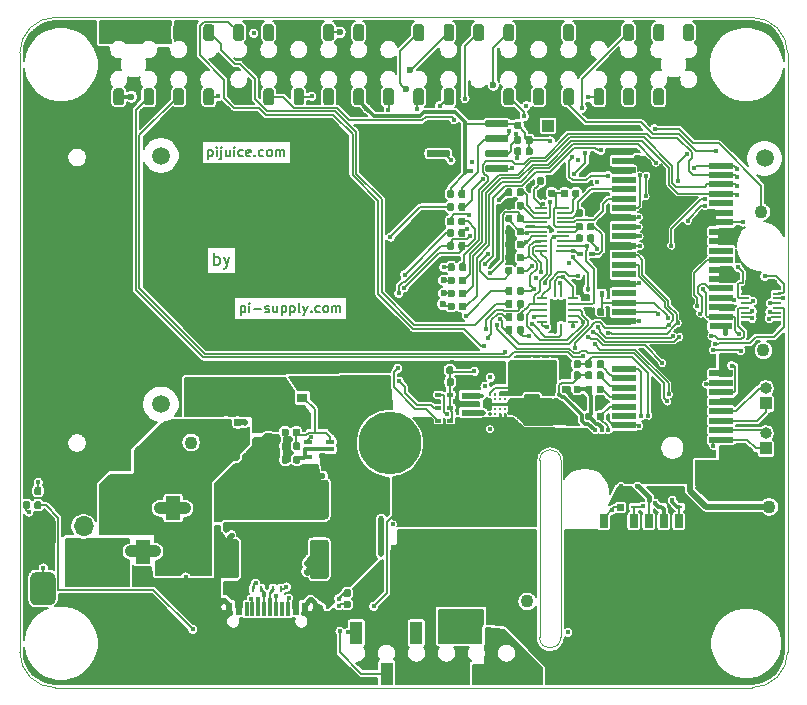
<source format=gbr>
G04 #@! TF.GenerationSoftware,KiCad,Pcbnew,(5.1.5)-3*
G04 #@! TF.CreationDate,2021-12-30T11:40:28+01:00*
G04 #@! TF.ProjectId,mPCIe_HAT,6d504349-655f-4484-9154-2e6b69636164,rev?*
G04 #@! TF.SameCoordinates,PX7094cd0PY79a4230*
G04 #@! TF.FileFunction,Copper,L1,Top*
G04 #@! TF.FilePolarity,Positive*
%FSLAX46Y46*%
G04 Gerber Fmt 4.6, Leading zero omitted, Abs format (unit mm)*
G04 Created by KiCad (PCBNEW (5.1.5)-3) date 2021-12-30 11:40:28*
%MOMM*%
%LPD*%
G04 APERTURE LIST*
%ADD10C,0.160000*%
%ADD11C,0.200000*%
%ADD12C,0.100000*%
%ADD13C,0.150000*%
%ADD14R,1.270000X2.000000*%
%ADD15C,0.600000*%
%ADD16C,5.300000*%
%ADD17R,3.200000X2.300000*%
%ADD18R,2.000000X0.600000*%
%ADD19R,1.950000X0.600000*%
%ADD20R,1.000000X1.000000*%
%ADD21O,1.000000X1.000000*%
%ADD22C,1.100000*%
%ADD23R,1.000000X0.200000*%
%ADD24R,1.100000X0.200000*%
%ADD25C,0.215000*%
%ADD26R,0.530000X0.290000*%
%ADD27R,0.290000X0.530000*%
%ADD28R,0.490000X0.300000*%
%ADD29C,1.500000*%
%ADD30R,1.600000X0.600000*%
%ADD31R,3.000000X4.800000*%
%ADD32R,1.020000X1.950000*%
%ADD33R,0.450000X0.500000*%
%ADD34R,0.450000X0.400000*%
%ADD35O,1.000000X2.100000*%
%ADD36O,1.000000X1.800000*%
%ADD37R,0.300000X1.160000*%
%ADD38R,0.600000X1.100000*%
%ADD39R,0.660000X0.230000*%
%ADD40R,0.660000X0.350000*%
%ADD41R,0.650000X1.150000*%
%ADD42R,1.300000X1.800000*%
%ADD43R,0.900000X1.400000*%
%ADD44R,0.900000X0.240000*%
%ADD45R,0.240000X0.900000*%
%ADD46R,0.650000X0.400000*%
%ADD47R,0.900000X0.800000*%
%ADD48O,1.700000X1.700000*%
%ADD49R,1.700000X1.700000*%
%ADD50C,0.400000*%
%ADD51C,0.325000*%
%ADD52C,0.350000*%
%ADD53C,0.300000*%
%ADD54C,1.000000*%
%ADD55C,0.400000*%
%ADD56C,0.500000*%
%ADD57C,0.215000*%
%ADD58C,0.250000*%
%ADD59C,0.600000*%
%ADD60C,0.350000*%
G04 APERTURE END LIST*
D10*
X18720476Y32066429D02*
X18720476Y31266429D01*
X18720476Y32028334D02*
X18796666Y32066429D01*
X18949047Y32066429D01*
X19025238Y32028334D01*
X19063333Y31990239D01*
X19101428Y31914048D01*
X19101428Y31685477D01*
X19063333Y31609286D01*
X19025238Y31571191D01*
X18949047Y31533096D01*
X18796666Y31533096D01*
X18720476Y31571191D01*
X19444285Y31533096D02*
X19444285Y32066429D01*
X19444285Y32333096D02*
X19406190Y32295000D01*
X19444285Y32256905D01*
X19482380Y32295000D01*
X19444285Y32333096D01*
X19444285Y32256905D01*
X19825238Y31837858D02*
X20434761Y31837858D01*
X20777619Y31571191D02*
X20853809Y31533096D01*
X21006190Y31533096D01*
X21082380Y31571191D01*
X21120476Y31647381D01*
X21120476Y31685477D01*
X21082380Y31761667D01*
X21006190Y31799762D01*
X20891904Y31799762D01*
X20815714Y31837858D01*
X20777619Y31914048D01*
X20777619Y31952143D01*
X20815714Y32028334D01*
X20891904Y32066429D01*
X21006190Y32066429D01*
X21082380Y32028334D01*
X21806190Y32066429D02*
X21806190Y31533096D01*
X21463333Y32066429D02*
X21463333Y31647381D01*
X21501428Y31571191D01*
X21577619Y31533096D01*
X21691904Y31533096D01*
X21768095Y31571191D01*
X21806190Y31609286D01*
X22187142Y32066429D02*
X22187142Y31266429D01*
X22187142Y32028334D02*
X22263333Y32066429D01*
X22415714Y32066429D01*
X22491904Y32028334D01*
X22530000Y31990239D01*
X22568095Y31914048D01*
X22568095Y31685477D01*
X22530000Y31609286D01*
X22491904Y31571191D01*
X22415714Y31533096D01*
X22263333Y31533096D01*
X22187142Y31571191D01*
X22910952Y32066429D02*
X22910952Y31266429D01*
X22910952Y32028334D02*
X22987142Y32066429D01*
X23139523Y32066429D01*
X23215714Y32028334D01*
X23253809Y31990239D01*
X23291904Y31914048D01*
X23291904Y31685477D01*
X23253809Y31609286D01*
X23215714Y31571191D01*
X23139523Y31533096D01*
X22987142Y31533096D01*
X22910952Y31571191D01*
X23749047Y31533096D02*
X23672857Y31571191D01*
X23634761Y31647381D01*
X23634761Y32333096D01*
X23977619Y32066429D02*
X24168095Y31533096D01*
X24358571Y32066429D02*
X24168095Y31533096D01*
X24091904Y31342620D01*
X24053809Y31304524D01*
X23977619Y31266429D01*
X24663333Y31609286D02*
X24701428Y31571191D01*
X24663333Y31533096D01*
X24625238Y31571191D01*
X24663333Y31609286D01*
X24663333Y31533096D01*
X25387142Y31571191D02*
X25310952Y31533096D01*
X25158571Y31533096D01*
X25082380Y31571191D01*
X25044285Y31609286D01*
X25006190Y31685477D01*
X25006190Y31914048D01*
X25044285Y31990239D01*
X25082380Y32028334D01*
X25158571Y32066429D01*
X25310952Y32066429D01*
X25387142Y32028334D01*
X25844285Y31533096D02*
X25768095Y31571191D01*
X25730000Y31609286D01*
X25691904Y31685477D01*
X25691904Y31914048D01*
X25730000Y31990239D01*
X25768095Y32028334D01*
X25844285Y32066429D01*
X25958571Y32066429D01*
X26034761Y32028334D01*
X26072857Y31990239D01*
X26110952Y31914048D01*
X26110952Y31685477D01*
X26072857Y31609286D01*
X26034761Y31571191D01*
X25958571Y31533096D01*
X25844285Y31533096D01*
X26453809Y31533096D02*
X26453809Y32066429D01*
X26453809Y31990239D02*
X26491904Y32028334D01*
X26568095Y32066429D01*
X26682380Y32066429D01*
X26758571Y32028334D01*
X26796666Y31952143D01*
X26796666Y31533096D01*
X26796666Y31952143D02*
X26834761Y32028334D01*
X26910952Y32066429D01*
X27025238Y32066429D01*
X27101428Y32028334D01*
X27139523Y31952143D01*
X27139523Y31533096D01*
D11*
X16464761Y35552620D02*
X16464761Y36552620D01*
X16464761Y36171667D02*
X16560000Y36219286D01*
X16750476Y36219286D01*
X16845714Y36171667D01*
X16893333Y36124048D01*
X16940952Y36028810D01*
X16940952Y35743096D01*
X16893333Y35647858D01*
X16845714Y35600239D01*
X16750476Y35552620D01*
X16560000Y35552620D01*
X16464761Y35600239D01*
X17274285Y36219286D02*
X17512380Y35552620D01*
X17750476Y36219286D02*
X17512380Y35552620D01*
X17417142Y35314524D01*
X17369523Y35266905D01*
X17274285Y35219286D01*
D10*
X15940952Y45276429D02*
X15940952Y44476429D01*
X15940952Y45238334D02*
X16017142Y45276429D01*
X16169523Y45276429D01*
X16245714Y45238334D01*
X16283809Y45200239D01*
X16321904Y45124048D01*
X16321904Y44895477D01*
X16283809Y44819286D01*
X16245714Y44781191D01*
X16169523Y44743096D01*
X16017142Y44743096D01*
X15940952Y44781191D01*
X16664761Y44743096D02*
X16664761Y45276429D01*
X16664761Y45543096D02*
X16626666Y45505000D01*
X16664761Y45466905D01*
X16702857Y45505000D01*
X16664761Y45543096D01*
X16664761Y45466905D01*
X17045714Y45276429D02*
X17045714Y44590715D01*
X17007619Y44514524D01*
X16931428Y44476429D01*
X16893333Y44476429D01*
X17045714Y45543096D02*
X17007619Y45505000D01*
X17045714Y45466905D01*
X17083809Y45505000D01*
X17045714Y45543096D01*
X17045714Y45466905D01*
X17769523Y45276429D02*
X17769523Y44743096D01*
X17426666Y45276429D02*
X17426666Y44857381D01*
X17464761Y44781191D01*
X17540952Y44743096D01*
X17655238Y44743096D01*
X17731428Y44781191D01*
X17769523Y44819286D01*
X18150476Y44743096D02*
X18150476Y45276429D01*
X18150476Y45543096D02*
X18112380Y45505000D01*
X18150476Y45466905D01*
X18188571Y45505000D01*
X18150476Y45543096D01*
X18150476Y45466905D01*
X18874285Y44781191D02*
X18798095Y44743096D01*
X18645714Y44743096D01*
X18569523Y44781191D01*
X18531428Y44819286D01*
X18493333Y44895477D01*
X18493333Y45124048D01*
X18531428Y45200239D01*
X18569523Y45238334D01*
X18645714Y45276429D01*
X18798095Y45276429D01*
X18874285Y45238334D01*
X19521904Y44781191D02*
X19445714Y44743096D01*
X19293333Y44743096D01*
X19217142Y44781191D01*
X19179047Y44857381D01*
X19179047Y45162143D01*
X19217142Y45238334D01*
X19293333Y45276429D01*
X19445714Y45276429D01*
X19521904Y45238334D01*
X19560000Y45162143D01*
X19560000Y45085953D01*
X19179047Y45009762D01*
X19902857Y44819286D02*
X19940952Y44781191D01*
X19902857Y44743096D01*
X19864761Y44781191D01*
X19902857Y44819286D01*
X19902857Y44743096D01*
X20626666Y44781191D02*
X20550476Y44743096D01*
X20398095Y44743096D01*
X20321904Y44781191D01*
X20283809Y44819286D01*
X20245714Y44895477D01*
X20245714Y45124048D01*
X20283809Y45200239D01*
X20321904Y45238334D01*
X20398095Y45276429D01*
X20550476Y45276429D01*
X20626666Y45238334D01*
X21083809Y44743096D02*
X21007619Y44781191D01*
X20969523Y44819286D01*
X20931428Y44895477D01*
X20931428Y45124048D01*
X20969523Y45200239D01*
X21007619Y45238334D01*
X21083809Y45276429D01*
X21198095Y45276429D01*
X21274285Y45238334D01*
X21312380Y45200239D01*
X21350476Y45124048D01*
X21350476Y44895477D01*
X21312380Y44819286D01*
X21274285Y44781191D01*
X21198095Y44743096D01*
X21083809Y44743096D01*
X21693333Y44743096D02*
X21693333Y45276429D01*
X21693333Y45200239D02*
X21731428Y45238334D01*
X21807619Y45276429D01*
X21921904Y45276429D01*
X21998095Y45238334D01*
X22036190Y45162143D01*
X22036190Y44743096D01*
X22036190Y45162143D02*
X22074285Y45238334D01*
X22150476Y45276429D01*
X22264761Y45276429D01*
X22340952Y45238334D01*
X22379047Y45162143D01*
X22379047Y44743096D01*
D12*
X3000000Y-250000D02*
X62000000Y-250000D01*
X0Y53500000D02*
X0Y2750000D01*
X65000000Y53500000D02*
G75*
G03X62000000Y56500000I-3000000J0D01*
G01*
X0Y2750000D02*
G75*
G03X3000000Y-250000I3000000J0D01*
G01*
X45800000Y19000000D02*
G75*
G03X44000000Y19000000I-900000J0D01*
G01*
X45800000Y19000000D02*
X45800000Y4000000D01*
X3000000Y56500000D02*
G75*
G03X0Y53500000I0J-3000000D01*
G01*
X65000000Y53500000D02*
X65000000Y2750000D01*
X44000000Y19000000D02*
X44000000Y4000000D01*
X3000000Y56500000D02*
X62000000Y56500000D01*
X45800000Y4000000D02*
G75*
G02X44000000Y4000000I-900000J0D01*
G01*
X62000000Y-250000D02*
G75*
G03X65000000Y2750000I0J3000000D01*
G01*
G04 #@! TA.AperFunction,SMDPad,CuDef*
D13*
G36*
X23586958Y21674290D02*
G01*
X23601276Y21672166D01*
X23615317Y21668649D01*
X23628946Y21663772D01*
X23642031Y21657583D01*
X23654447Y21650142D01*
X23666073Y21641519D01*
X23676798Y21631798D01*
X23686519Y21621073D01*
X23695142Y21609447D01*
X23702583Y21597031D01*
X23708772Y21583946D01*
X23713649Y21570317D01*
X23717166Y21556276D01*
X23719290Y21541958D01*
X23720000Y21527500D01*
X23720000Y21182500D01*
X23719290Y21168042D01*
X23717166Y21153724D01*
X23713649Y21139683D01*
X23708772Y21126054D01*
X23702583Y21112969D01*
X23695142Y21100553D01*
X23686519Y21088927D01*
X23676798Y21078202D01*
X23666073Y21068481D01*
X23654447Y21059858D01*
X23642031Y21052417D01*
X23628946Y21046228D01*
X23615317Y21041351D01*
X23601276Y21037834D01*
X23586958Y21035710D01*
X23572500Y21035000D01*
X23277500Y21035000D01*
X23263042Y21035710D01*
X23248724Y21037834D01*
X23234683Y21041351D01*
X23221054Y21046228D01*
X23207969Y21052417D01*
X23195553Y21059858D01*
X23183927Y21068481D01*
X23173202Y21078202D01*
X23163481Y21088927D01*
X23154858Y21100553D01*
X23147417Y21112969D01*
X23141228Y21126054D01*
X23136351Y21139683D01*
X23132834Y21153724D01*
X23130710Y21168042D01*
X23130000Y21182500D01*
X23130000Y21527500D01*
X23130710Y21541958D01*
X23132834Y21556276D01*
X23136351Y21570317D01*
X23141228Y21583946D01*
X23147417Y21597031D01*
X23154858Y21609447D01*
X23163481Y21621073D01*
X23173202Y21631798D01*
X23183927Y21641519D01*
X23195553Y21650142D01*
X23207969Y21657583D01*
X23221054Y21663772D01*
X23234683Y21668649D01*
X23248724Y21672166D01*
X23263042Y21674290D01*
X23277500Y21675000D01*
X23572500Y21675000D01*
X23586958Y21674290D01*
G37*
G04 #@! TD.AperFunction*
G04 #@! TA.AperFunction,SMDPad,CuDef*
G36*
X22616958Y21674290D02*
G01*
X22631276Y21672166D01*
X22645317Y21668649D01*
X22658946Y21663772D01*
X22672031Y21657583D01*
X22684447Y21650142D01*
X22696073Y21641519D01*
X22706798Y21631798D01*
X22716519Y21621073D01*
X22725142Y21609447D01*
X22732583Y21597031D01*
X22738772Y21583946D01*
X22743649Y21570317D01*
X22747166Y21556276D01*
X22749290Y21541958D01*
X22750000Y21527500D01*
X22750000Y21182500D01*
X22749290Y21168042D01*
X22747166Y21153724D01*
X22743649Y21139683D01*
X22738772Y21126054D01*
X22732583Y21112969D01*
X22725142Y21100553D01*
X22716519Y21088927D01*
X22706798Y21078202D01*
X22696073Y21068481D01*
X22684447Y21059858D01*
X22672031Y21052417D01*
X22658946Y21046228D01*
X22645317Y21041351D01*
X22631276Y21037834D01*
X22616958Y21035710D01*
X22602500Y21035000D01*
X22307500Y21035000D01*
X22293042Y21035710D01*
X22278724Y21037834D01*
X22264683Y21041351D01*
X22251054Y21046228D01*
X22237969Y21052417D01*
X22225553Y21059858D01*
X22213927Y21068481D01*
X22203202Y21078202D01*
X22193481Y21088927D01*
X22184858Y21100553D01*
X22177417Y21112969D01*
X22171228Y21126054D01*
X22166351Y21139683D01*
X22162834Y21153724D01*
X22160710Y21168042D01*
X22160000Y21182500D01*
X22160000Y21527500D01*
X22160710Y21541958D01*
X22162834Y21556276D01*
X22166351Y21570317D01*
X22171228Y21583946D01*
X22177417Y21597031D01*
X22184858Y21609447D01*
X22193481Y21621073D01*
X22203202Y21631798D01*
X22213927Y21641519D01*
X22225553Y21650142D01*
X22237969Y21657583D01*
X22251054Y21663772D01*
X22264683Y21668649D01*
X22278724Y21672166D01*
X22293042Y21674290D01*
X22307500Y21675000D01*
X22602500Y21675000D01*
X22616958Y21674290D01*
G37*
G04 #@! TD.AperFunction*
G04 #@! TA.AperFunction,SMDPad,CuDef*
G36*
X42306958Y46434290D02*
G01*
X42321276Y46432166D01*
X42335317Y46428649D01*
X42348946Y46423772D01*
X42362031Y46417583D01*
X42374447Y46410142D01*
X42386073Y46401519D01*
X42396798Y46391798D01*
X42406519Y46381073D01*
X42415142Y46369447D01*
X42422583Y46357031D01*
X42428772Y46343946D01*
X42433649Y46330317D01*
X42437166Y46316276D01*
X42439290Y46301958D01*
X42440000Y46287500D01*
X42440000Y45942500D01*
X42439290Y45928042D01*
X42437166Y45913724D01*
X42433649Y45899683D01*
X42428772Y45886054D01*
X42422583Y45872969D01*
X42415142Y45860553D01*
X42406519Y45848927D01*
X42396798Y45838202D01*
X42386073Y45828481D01*
X42374447Y45819858D01*
X42362031Y45812417D01*
X42348946Y45806228D01*
X42335317Y45801351D01*
X42321276Y45797834D01*
X42306958Y45795710D01*
X42292500Y45795000D01*
X41997500Y45795000D01*
X41983042Y45795710D01*
X41968724Y45797834D01*
X41954683Y45801351D01*
X41941054Y45806228D01*
X41927969Y45812417D01*
X41915553Y45819858D01*
X41903927Y45828481D01*
X41893202Y45838202D01*
X41883481Y45848927D01*
X41874858Y45860553D01*
X41867417Y45872969D01*
X41861228Y45886054D01*
X41856351Y45899683D01*
X41852834Y45913724D01*
X41850710Y45928042D01*
X41850000Y45942500D01*
X41850000Y46287500D01*
X41850710Y46301958D01*
X41852834Y46316276D01*
X41856351Y46330317D01*
X41861228Y46343946D01*
X41867417Y46357031D01*
X41874858Y46369447D01*
X41883481Y46381073D01*
X41893202Y46391798D01*
X41903927Y46401519D01*
X41915553Y46410142D01*
X41927969Y46417583D01*
X41941054Y46423772D01*
X41954683Y46428649D01*
X41968724Y46432166D01*
X41983042Y46434290D01*
X41997500Y46435000D01*
X42292500Y46435000D01*
X42306958Y46434290D01*
G37*
G04 #@! TD.AperFunction*
G04 #@! TA.AperFunction,SMDPad,CuDef*
G36*
X43276958Y46434290D02*
G01*
X43291276Y46432166D01*
X43305317Y46428649D01*
X43318946Y46423772D01*
X43332031Y46417583D01*
X43344447Y46410142D01*
X43356073Y46401519D01*
X43366798Y46391798D01*
X43376519Y46381073D01*
X43385142Y46369447D01*
X43392583Y46357031D01*
X43398772Y46343946D01*
X43403649Y46330317D01*
X43407166Y46316276D01*
X43409290Y46301958D01*
X43410000Y46287500D01*
X43410000Y45942500D01*
X43409290Y45928042D01*
X43407166Y45913724D01*
X43403649Y45899683D01*
X43398772Y45886054D01*
X43392583Y45872969D01*
X43385142Y45860553D01*
X43376519Y45848927D01*
X43366798Y45838202D01*
X43356073Y45828481D01*
X43344447Y45819858D01*
X43332031Y45812417D01*
X43318946Y45806228D01*
X43305317Y45801351D01*
X43291276Y45797834D01*
X43276958Y45795710D01*
X43262500Y45795000D01*
X42967500Y45795000D01*
X42953042Y45795710D01*
X42938724Y45797834D01*
X42924683Y45801351D01*
X42911054Y45806228D01*
X42897969Y45812417D01*
X42885553Y45819858D01*
X42873927Y45828481D01*
X42863202Y45838202D01*
X42853481Y45848927D01*
X42844858Y45860553D01*
X42837417Y45872969D01*
X42831228Y45886054D01*
X42826351Y45899683D01*
X42822834Y45913724D01*
X42820710Y45928042D01*
X42820000Y45942500D01*
X42820000Y46287500D01*
X42820710Y46301958D01*
X42822834Y46316276D01*
X42826351Y46330317D01*
X42831228Y46343946D01*
X42837417Y46357031D01*
X42844858Y46369447D01*
X42853481Y46381073D01*
X42863202Y46391798D01*
X42873927Y46401519D01*
X42885553Y46410142D01*
X42897969Y46417583D01*
X42911054Y46423772D01*
X42924683Y46428649D01*
X42938724Y46432166D01*
X42953042Y46434290D01*
X42967500Y46435000D01*
X43262500Y46435000D01*
X43276958Y46434290D01*
G37*
G04 #@! TD.AperFunction*
G04 #@! TA.AperFunction,SMDPad,CuDef*
G36*
X42306958Y45484290D02*
G01*
X42321276Y45482166D01*
X42335317Y45478649D01*
X42348946Y45473772D01*
X42362031Y45467583D01*
X42374447Y45460142D01*
X42386073Y45451519D01*
X42396798Y45441798D01*
X42406519Y45431073D01*
X42415142Y45419447D01*
X42422583Y45407031D01*
X42428772Y45393946D01*
X42433649Y45380317D01*
X42437166Y45366276D01*
X42439290Y45351958D01*
X42440000Y45337500D01*
X42440000Y44992500D01*
X42439290Y44978042D01*
X42437166Y44963724D01*
X42433649Y44949683D01*
X42428772Y44936054D01*
X42422583Y44922969D01*
X42415142Y44910553D01*
X42406519Y44898927D01*
X42396798Y44888202D01*
X42386073Y44878481D01*
X42374447Y44869858D01*
X42362031Y44862417D01*
X42348946Y44856228D01*
X42335317Y44851351D01*
X42321276Y44847834D01*
X42306958Y44845710D01*
X42292500Y44845000D01*
X41997500Y44845000D01*
X41983042Y44845710D01*
X41968724Y44847834D01*
X41954683Y44851351D01*
X41941054Y44856228D01*
X41927969Y44862417D01*
X41915553Y44869858D01*
X41903927Y44878481D01*
X41893202Y44888202D01*
X41883481Y44898927D01*
X41874858Y44910553D01*
X41867417Y44922969D01*
X41861228Y44936054D01*
X41856351Y44949683D01*
X41852834Y44963724D01*
X41850710Y44978042D01*
X41850000Y44992500D01*
X41850000Y45337500D01*
X41850710Y45351958D01*
X41852834Y45366276D01*
X41856351Y45380317D01*
X41861228Y45393946D01*
X41867417Y45407031D01*
X41874858Y45419447D01*
X41883481Y45431073D01*
X41893202Y45441798D01*
X41903927Y45451519D01*
X41915553Y45460142D01*
X41927969Y45467583D01*
X41941054Y45473772D01*
X41954683Y45478649D01*
X41968724Y45482166D01*
X41983042Y45484290D01*
X41997500Y45485000D01*
X42292500Y45485000D01*
X42306958Y45484290D01*
G37*
G04 #@! TD.AperFunction*
G04 #@! TA.AperFunction,SMDPad,CuDef*
G36*
X43276958Y45484290D02*
G01*
X43291276Y45482166D01*
X43305317Y45478649D01*
X43318946Y45473772D01*
X43332031Y45467583D01*
X43344447Y45460142D01*
X43356073Y45451519D01*
X43366798Y45441798D01*
X43376519Y45431073D01*
X43385142Y45419447D01*
X43392583Y45407031D01*
X43398772Y45393946D01*
X43403649Y45380317D01*
X43407166Y45366276D01*
X43409290Y45351958D01*
X43410000Y45337500D01*
X43410000Y44992500D01*
X43409290Y44978042D01*
X43407166Y44963724D01*
X43403649Y44949683D01*
X43398772Y44936054D01*
X43392583Y44922969D01*
X43385142Y44910553D01*
X43376519Y44898927D01*
X43366798Y44888202D01*
X43356073Y44878481D01*
X43344447Y44869858D01*
X43332031Y44862417D01*
X43318946Y44856228D01*
X43305317Y44851351D01*
X43291276Y44847834D01*
X43276958Y44845710D01*
X43262500Y44845000D01*
X42967500Y44845000D01*
X42953042Y44845710D01*
X42938724Y44847834D01*
X42924683Y44851351D01*
X42911054Y44856228D01*
X42897969Y44862417D01*
X42885553Y44869858D01*
X42873927Y44878481D01*
X42863202Y44888202D01*
X42853481Y44898927D01*
X42844858Y44910553D01*
X42837417Y44922969D01*
X42831228Y44936054D01*
X42826351Y44949683D01*
X42822834Y44963724D01*
X42820710Y44978042D01*
X42820000Y44992500D01*
X42820000Y45337500D01*
X42820710Y45351958D01*
X42822834Y45366276D01*
X42826351Y45380317D01*
X42831228Y45393946D01*
X42837417Y45407031D01*
X42844858Y45419447D01*
X42853481Y45431073D01*
X42863202Y45441798D01*
X42873927Y45451519D01*
X42885553Y45460142D01*
X42897969Y45467583D01*
X42911054Y45473772D01*
X42924683Y45478649D01*
X42938724Y45482166D01*
X42953042Y45484290D01*
X42967500Y45485000D01*
X43262500Y45485000D01*
X43276958Y45484290D01*
G37*
G04 #@! TD.AperFunction*
D14*
X12990000Y14930000D03*
X12990000Y11250000D03*
X10450000Y14930000D03*
X10450000Y11250000D03*
X7910000Y14930000D03*
X7910000Y11250000D03*
D15*
X13000000Y15625000D03*
X12975000Y14250000D03*
X13000000Y11925000D03*
X12975000Y10575000D03*
X10450000Y15600000D03*
X10425000Y14250000D03*
X10450000Y11925000D03*
X10450000Y10575000D03*
X7925000Y15600000D03*
X7875000Y14250000D03*
X7900000Y11925000D03*
X7900000Y10575000D03*
D16*
X31350000Y44650000D03*
X31350000Y20450000D03*
D17*
X58750000Y47200000D03*
X58750000Y17900000D03*
D18*
X59350000Y43950000D03*
X59350000Y43150000D03*
X59350000Y42350000D03*
X59350000Y41550000D03*
X59350000Y40750000D03*
X59350000Y39950000D03*
X59350000Y39150000D03*
X59350000Y38350000D03*
X59350000Y37550000D03*
X59350000Y36750000D03*
X59350000Y35950000D03*
X59350000Y35150000D03*
X59350000Y34350000D03*
X59350000Y33550000D03*
X59350000Y32750000D03*
X59350000Y31950000D03*
X59350000Y31150000D03*
X59350000Y26350000D03*
X59350000Y25550000D03*
X59350000Y24750000D03*
X59350000Y23950000D03*
X59350000Y23150000D03*
X59350000Y22350000D03*
X59350000Y21550000D03*
X59350000Y20750000D03*
D19*
X59325000Y30350000D03*
D18*
X51150000Y44350000D03*
X51150000Y43550000D03*
X51150000Y42750000D03*
X51150000Y41950000D03*
X51150000Y41150000D03*
X51150000Y40350000D03*
X51150000Y39550000D03*
X51150000Y38750000D03*
X51150000Y37950000D03*
X51150000Y37150000D03*
X51150000Y36350000D03*
X51150000Y35550000D03*
X51150000Y34750000D03*
X51150000Y33950000D03*
X51150000Y33150000D03*
X51150000Y32350000D03*
X51150000Y31550000D03*
X51150000Y26750000D03*
X51150000Y25950000D03*
X51150000Y25150000D03*
X51150000Y24350000D03*
X51150000Y23550000D03*
X51150000Y22750000D03*
X51150000Y21950000D03*
X51150000Y21150000D03*
X51150000Y30750000D03*
D20*
X63150000Y20000000D03*
D21*
X63150000Y21270000D03*
X63150000Y25080000D03*
D20*
X63150000Y23810000D03*
D22*
X62950000Y28300000D03*
G04 #@! TA.AperFunction,SMDPad,CuDef*
D13*
G36*
X37646958Y35669290D02*
G01*
X37661276Y35667166D01*
X37675317Y35663649D01*
X37688946Y35658772D01*
X37702031Y35652583D01*
X37714447Y35645142D01*
X37726073Y35636519D01*
X37736798Y35626798D01*
X37746519Y35616073D01*
X37755142Y35604447D01*
X37762583Y35592031D01*
X37768772Y35578946D01*
X37773649Y35565317D01*
X37777166Y35551276D01*
X37779290Y35536958D01*
X37780000Y35522500D01*
X37780000Y35177500D01*
X37779290Y35163042D01*
X37777166Y35148724D01*
X37773649Y35134683D01*
X37768772Y35121054D01*
X37762583Y35107969D01*
X37755142Y35095553D01*
X37746519Y35083927D01*
X37736798Y35073202D01*
X37726073Y35063481D01*
X37714447Y35054858D01*
X37702031Y35047417D01*
X37688946Y35041228D01*
X37675317Y35036351D01*
X37661276Y35032834D01*
X37646958Y35030710D01*
X37632500Y35030000D01*
X37337500Y35030000D01*
X37323042Y35030710D01*
X37308724Y35032834D01*
X37294683Y35036351D01*
X37281054Y35041228D01*
X37267969Y35047417D01*
X37255553Y35054858D01*
X37243927Y35063481D01*
X37233202Y35073202D01*
X37223481Y35083927D01*
X37214858Y35095553D01*
X37207417Y35107969D01*
X37201228Y35121054D01*
X37196351Y35134683D01*
X37192834Y35148724D01*
X37190710Y35163042D01*
X37190000Y35177500D01*
X37190000Y35522500D01*
X37190710Y35536958D01*
X37192834Y35551276D01*
X37196351Y35565317D01*
X37201228Y35578946D01*
X37207417Y35592031D01*
X37214858Y35604447D01*
X37223481Y35616073D01*
X37233202Y35626798D01*
X37243927Y35636519D01*
X37255553Y35645142D01*
X37267969Y35652583D01*
X37281054Y35658772D01*
X37294683Y35663649D01*
X37308724Y35667166D01*
X37323042Y35669290D01*
X37337500Y35670000D01*
X37632500Y35670000D01*
X37646958Y35669290D01*
G37*
G04 #@! TD.AperFunction*
G04 #@! TA.AperFunction,SMDPad,CuDef*
G36*
X36676958Y35669290D02*
G01*
X36691276Y35667166D01*
X36705317Y35663649D01*
X36718946Y35658772D01*
X36732031Y35652583D01*
X36744447Y35645142D01*
X36756073Y35636519D01*
X36766798Y35626798D01*
X36776519Y35616073D01*
X36785142Y35604447D01*
X36792583Y35592031D01*
X36798772Y35578946D01*
X36803649Y35565317D01*
X36807166Y35551276D01*
X36809290Y35536958D01*
X36810000Y35522500D01*
X36810000Y35177500D01*
X36809290Y35163042D01*
X36807166Y35148724D01*
X36803649Y35134683D01*
X36798772Y35121054D01*
X36792583Y35107969D01*
X36785142Y35095553D01*
X36776519Y35083927D01*
X36766798Y35073202D01*
X36756073Y35063481D01*
X36744447Y35054858D01*
X36732031Y35047417D01*
X36718946Y35041228D01*
X36705317Y35036351D01*
X36691276Y35032834D01*
X36676958Y35030710D01*
X36662500Y35030000D01*
X36367500Y35030000D01*
X36353042Y35030710D01*
X36338724Y35032834D01*
X36324683Y35036351D01*
X36311054Y35041228D01*
X36297969Y35047417D01*
X36285553Y35054858D01*
X36273927Y35063481D01*
X36263202Y35073202D01*
X36253481Y35083927D01*
X36244858Y35095553D01*
X36237417Y35107969D01*
X36231228Y35121054D01*
X36226351Y35134683D01*
X36222834Y35148724D01*
X36220710Y35163042D01*
X36220000Y35177500D01*
X36220000Y35522500D01*
X36220710Y35536958D01*
X36222834Y35551276D01*
X36226351Y35565317D01*
X36231228Y35578946D01*
X36237417Y35592031D01*
X36244858Y35604447D01*
X36253481Y35616073D01*
X36263202Y35626798D01*
X36273927Y35636519D01*
X36285553Y35645142D01*
X36297969Y35652583D01*
X36311054Y35658772D01*
X36324683Y35663649D01*
X36338724Y35667166D01*
X36353042Y35669290D01*
X36367500Y35670000D01*
X36662500Y35670000D01*
X36676958Y35669290D01*
G37*
G04 #@! TD.AperFunction*
D23*
X44150000Y36750000D03*
X44150000Y37150000D03*
X44150000Y37550000D03*
X44150000Y37950000D03*
X44150000Y38350000D03*
X44150000Y38750000D03*
X44150000Y39150000D03*
X44150000Y39550000D03*
X44150000Y39950000D03*
X44150000Y40350000D03*
X45950000Y40350000D03*
X45950000Y39950000D03*
X45950000Y39550000D03*
X45950000Y39150000D03*
X45950000Y38750000D03*
X45950000Y38350000D03*
X45950000Y37950000D03*
X45950000Y37550000D03*
X45950000Y37150000D03*
D24*
X45900000Y36750000D03*
G04 #@! TA.AperFunction,SMDPad,CuDef*
D13*
G36*
X42061958Y25154290D02*
G01*
X42076276Y25152166D01*
X42090317Y25148649D01*
X42103946Y25143772D01*
X42117031Y25137583D01*
X42129447Y25130142D01*
X42141073Y25121519D01*
X42151798Y25111798D01*
X42161519Y25101073D01*
X42170142Y25089447D01*
X42177583Y25077031D01*
X42183772Y25063946D01*
X42188649Y25050317D01*
X42192166Y25036276D01*
X42194290Y25021958D01*
X42195000Y25007500D01*
X42195000Y24712500D01*
X42194290Y24698042D01*
X42192166Y24683724D01*
X42188649Y24669683D01*
X42183772Y24656054D01*
X42177583Y24642969D01*
X42170142Y24630553D01*
X42161519Y24618927D01*
X42151798Y24608202D01*
X42141073Y24598481D01*
X42129447Y24589858D01*
X42117031Y24582417D01*
X42103946Y24576228D01*
X42090317Y24571351D01*
X42076276Y24567834D01*
X42061958Y24565710D01*
X42047500Y24565000D01*
X41702500Y24565000D01*
X41688042Y24565710D01*
X41673724Y24567834D01*
X41659683Y24571351D01*
X41646054Y24576228D01*
X41632969Y24582417D01*
X41620553Y24589858D01*
X41608927Y24598481D01*
X41598202Y24608202D01*
X41588481Y24618927D01*
X41579858Y24630553D01*
X41572417Y24642969D01*
X41566228Y24656054D01*
X41561351Y24669683D01*
X41557834Y24683724D01*
X41555710Y24698042D01*
X41555000Y24712500D01*
X41555000Y25007500D01*
X41555710Y25021958D01*
X41557834Y25036276D01*
X41561351Y25050317D01*
X41566228Y25063946D01*
X41572417Y25077031D01*
X41579858Y25089447D01*
X41588481Y25101073D01*
X41598202Y25111798D01*
X41608927Y25121519D01*
X41620553Y25130142D01*
X41632969Y25137583D01*
X41646054Y25143772D01*
X41659683Y25148649D01*
X41673724Y25152166D01*
X41688042Y25154290D01*
X41702500Y25155000D01*
X42047500Y25155000D01*
X42061958Y25154290D01*
G37*
G04 #@! TD.AperFunction*
G04 #@! TA.AperFunction,SMDPad,CuDef*
G36*
X42061958Y24184290D02*
G01*
X42076276Y24182166D01*
X42090317Y24178649D01*
X42103946Y24173772D01*
X42117031Y24167583D01*
X42129447Y24160142D01*
X42141073Y24151519D01*
X42151798Y24141798D01*
X42161519Y24131073D01*
X42170142Y24119447D01*
X42177583Y24107031D01*
X42183772Y24093946D01*
X42188649Y24080317D01*
X42192166Y24066276D01*
X42194290Y24051958D01*
X42195000Y24037500D01*
X42195000Y23742500D01*
X42194290Y23728042D01*
X42192166Y23713724D01*
X42188649Y23699683D01*
X42183772Y23686054D01*
X42177583Y23672969D01*
X42170142Y23660553D01*
X42161519Y23648927D01*
X42151798Y23638202D01*
X42141073Y23628481D01*
X42129447Y23619858D01*
X42117031Y23612417D01*
X42103946Y23606228D01*
X42090317Y23601351D01*
X42076276Y23597834D01*
X42061958Y23595710D01*
X42047500Y23595000D01*
X41702500Y23595000D01*
X41688042Y23595710D01*
X41673724Y23597834D01*
X41659683Y23601351D01*
X41646054Y23606228D01*
X41632969Y23612417D01*
X41620553Y23619858D01*
X41608927Y23628481D01*
X41598202Y23638202D01*
X41588481Y23648927D01*
X41579858Y23660553D01*
X41572417Y23672969D01*
X41566228Y23686054D01*
X41561351Y23699683D01*
X41557834Y23713724D01*
X41555710Y23728042D01*
X41555000Y23742500D01*
X41555000Y24037500D01*
X41555710Y24051958D01*
X41557834Y24066276D01*
X41561351Y24080317D01*
X41566228Y24093946D01*
X41572417Y24107031D01*
X41579858Y24119447D01*
X41588481Y24131073D01*
X41598202Y24141798D01*
X41608927Y24151519D01*
X41620553Y24160142D01*
X41632969Y24167583D01*
X41646054Y24173772D01*
X41659683Y24178649D01*
X41673724Y24182166D01*
X41688042Y24184290D01*
X41702500Y24185000D01*
X42047500Y24185000D01*
X42061958Y24184290D01*
G37*
G04 #@! TD.AperFunction*
G04 #@! TA.AperFunction,SMDPad,CuDef*
G36*
X42061958Y23379290D02*
G01*
X42076276Y23377166D01*
X42090317Y23373649D01*
X42103946Y23368772D01*
X42117031Y23362583D01*
X42129447Y23355142D01*
X42141073Y23346519D01*
X42151798Y23336798D01*
X42161519Y23326073D01*
X42170142Y23314447D01*
X42177583Y23302031D01*
X42183772Y23288946D01*
X42188649Y23275317D01*
X42192166Y23261276D01*
X42194290Y23246958D01*
X42195000Y23232500D01*
X42195000Y22937500D01*
X42194290Y22923042D01*
X42192166Y22908724D01*
X42188649Y22894683D01*
X42183772Y22881054D01*
X42177583Y22867969D01*
X42170142Y22855553D01*
X42161519Y22843927D01*
X42151798Y22833202D01*
X42141073Y22823481D01*
X42129447Y22814858D01*
X42117031Y22807417D01*
X42103946Y22801228D01*
X42090317Y22796351D01*
X42076276Y22792834D01*
X42061958Y22790710D01*
X42047500Y22790000D01*
X41702500Y22790000D01*
X41688042Y22790710D01*
X41673724Y22792834D01*
X41659683Y22796351D01*
X41646054Y22801228D01*
X41632969Y22807417D01*
X41620553Y22814858D01*
X41608927Y22823481D01*
X41598202Y22833202D01*
X41588481Y22843927D01*
X41579858Y22855553D01*
X41572417Y22867969D01*
X41566228Y22881054D01*
X41561351Y22894683D01*
X41557834Y22908724D01*
X41555710Y22923042D01*
X41555000Y22937500D01*
X41555000Y23232500D01*
X41555710Y23246958D01*
X41557834Y23261276D01*
X41561351Y23275317D01*
X41566228Y23288946D01*
X41572417Y23302031D01*
X41579858Y23314447D01*
X41588481Y23326073D01*
X41598202Y23336798D01*
X41608927Y23346519D01*
X41620553Y23355142D01*
X41632969Y23362583D01*
X41646054Y23368772D01*
X41659683Y23373649D01*
X41673724Y23377166D01*
X41688042Y23379290D01*
X41702500Y23380000D01*
X42047500Y23380000D01*
X42061958Y23379290D01*
G37*
G04 #@! TD.AperFunction*
G04 #@! TA.AperFunction,SMDPad,CuDef*
G36*
X42061958Y22409290D02*
G01*
X42076276Y22407166D01*
X42090317Y22403649D01*
X42103946Y22398772D01*
X42117031Y22392583D01*
X42129447Y22385142D01*
X42141073Y22376519D01*
X42151798Y22366798D01*
X42161519Y22356073D01*
X42170142Y22344447D01*
X42177583Y22332031D01*
X42183772Y22318946D01*
X42188649Y22305317D01*
X42192166Y22291276D01*
X42194290Y22276958D01*
X42195000Y22262500D01*
X42195000Y21967500D01*
X42194290Y21953042D01*
X42192166Y21938724D01*
X42188649Y21924683D01*
X42183772Y21911054D01*
X42177583Y21897969D01*
X42170142Y21885553D01*
X42161519Y21873927D01*
X42151798Y21863202D01*
X42141073Y21853481D01*
X42129447Y21844858D01*
X42117031Y21837417D01*
X42103946Y21831228D01*
X42090317Y21826351D01*
X42076276Y21822834D01*
X42061958Y21820710D01*
X42047500Y21820000D01*
X41702500Y21820000D01*
X41688042Y21820710D01*
X41673724Y21822834D01*
X41659683Y21826351D01*
X41646054Y21831228D01*
X41632969Y21837417D01*
X41620553Y21844858D01*
X41608927Y21853481D01*
X41598202Y21863202D01*
X41588481Y21873927D01*
X41579858Y21885553D01*
X41572417Y21897969D01*
X41566228Y21911054D01*
X41561351Y21924683D01*
X41557834Y21938724D01*
X41555710Y21953042D01*
X41555000Y21967500D01*
X41555000Y22262500D01*
X41555710Y22276958D01*
X41557834Y22291276D01*
X41561351Y22305317D01*
X41566228Y22318946D01*
X41572417Y22332031D01*
X41579858Y22344447D01*
X41588481Y22356073D01*
X41598202Y22366798D01*
X41608927Y22376519D01*
X41620553Y22385142D01*
X41632969Y22392583D01*
X41646054Y22398772D01*
X41659683Y22403649D01*
X41673724Y22407166D01*
X41688042Y22409290D01*
X41702500Y22410000D01*
X42047500Y22410000D01*
X42061958Y22409290D01*
G37*
G04 #@! TD.AperFunction*
G04 #@! TA.AperFunction,SMDPad,CuDef*
G36*
X43855142Y24598826D02*
G01*
X43878803Y24595316D01*
X43902007Y24589504D01*
X43924529Y24581446D01*
X43946153Y24571218D01*
X43966670Y24558921D01*
X43985883Y24544671D01*
X44003607Y24528607D01*
X44019671Y24510883D01*
X44033921Y24491670D01*
X44046218Y24471153D01*
X44056446Y24449529D01*
X44064504Y24427007D01*
X44070316Y24403803D01*
X44073826Y24380142D01*
X44075000Y24356250D01*
X44075000Y23868750D01*
X44073826Y23844858D01*
X44070316Y23821197D01*
X44064504Y23797993D01*
X44056446Y23775471D01*
X44046218Y23753847D01*
X44033921Y23733330D01*
X44019671Y23714117D01*
X44003607Y23696393D01*
X43985883Y23680329D01*
X43966670Y23666079D01*
X43946153Y23653782D01*
X43924529Y23643554D01*
X43902007Y23635496D01*
X43878803Y23629684D01*
X43855142Y23626174D01*
X43831250Y23625000D01*
X42918750Y23625000D01*
X42894858Y23626174D01*
X42871197Y23629684D01*
X42847993Y23635496D01*
X42825471Y23643554D01*
X42803847Y23653782D01*
X42783330Y23666079D01*
X42764117Y23680329D01*
X42746393Y23696393D01*
X42730329Y23714117D01*
X42716079Y23733330D01*
X42703782Y23753847D01*
X42693554Y23775471D01*
X42685496Y23797993D01*
X42679684Y23821197D01*
X42676174Y23844858D01*
X42675000Y23868750D01*
X42675000Y24356250D01*
X42676174Y24380142D01*
X42679684Y24403803D01*
X42685496Y24427007D01*
X42693554Y24449529D01*
X42703782Y24471153D01*
X42716079Y24491670D01*
X42730329Y24510883D01*
X42746393Y24528607D01*
X42764117Y24544671D01*
X42783330Y24558921D01*
X42803847Y24571218D01*
X42825471Y24581446D01*
X42847993Y24589504D01*
X42871197Y24595316D01*
X42894858Y24598826D01*
X42918750Y24600000D01*
X43831250Y24600000D01*
X43855142Y24598826D01*
G37*
G04 #@! TD.AperFunction*
G04 #@! TA.AperFunction,SMDPad,CuDef*
G36*
X43855142Y26473826D02*
G01*
X43878803Y26470316D01*
X43902007Y26464504D01*
X43924529Y26456446D01*
X43946153Y26446218D01*
X43966670Y26433921D01*
X43985883Y26419671D01*
X44003607Y26403607D01*
X44019671Y26385883D01*
X44033921Y26366670D01*
X44046218Y26346153D01*
X44056446Y26324529D01*
X44064504Y26302007D01*
X44070316Y26278803D01*
X44073826Y26255142D01*
X44075000Y26231250D01*
X44075000Y25743750D01*
X44073826Y25719858D01*
X44070316Y25696197D01*
X44064504Y25672993D01*
X44056446Y25650471D01*
X44046218Y25628847D01*
X44033921Y25608330D01*
X44019671Y25589117D01*
X44003607Y25571393D01*
X43985883Y25555329D01*
X43966670Y25541079D01*
X43946153Y25528782D01*
X43924529Y25518554D01*
X43902007Y25510496D01*
X43878803Y25504684D01*
X43855142Y25501174D01*
X43831250Y25500000D01*
X42918750Y25500000D01*
X42894858Y25501174D01*
X42871197Y25504684D01*
X42847993Y25510496D01*
X42825471Y25518554D01*
X42803847Y25528782D01*
X42783330Y25541079D01*
X42764117Y25555329D01*
X42746393Y25571393D01*
X42730329Y25589117D01*
X42716079Y25608330D01*
X42703782Y25628847D01*
X42693554Y25650471D01*
X42685496Y25672993D01*
X42679684Y25696197D01*
X42676174Y25719858D01*
X42675000Y25743750D01*
X42675000Y26231250D01*
X42676174Y26255142D01*
X42679684Y26278803D01*
X42685496Y26302007D01*
X42693554Y26324529D01*
X42703782Y26346153D01*
X42716079Y26366670D01*
X42730329Y26385883D01*
X42746393Y26403607D01*
X42764117Y26419671D01*
X42783330Y26433921D01*
X42803847Y26446218D01*
X42825471Y26456446D01*
X42847993Y26464504D01*
X42871197Y26470316D01*
X42894858Y26473826D01*
X42918750Y26475000D01*
X43831250Y26475000D01*
X43855142Y26473826D01*
G37*
G04 #@! TD.AperFunction*
D25*
X39850000Y24550000D03*
X40250000Y24550000D03*
X40650000Y24550000D03*
X41050000Y24550000D03*
X39850000Y24150000D03*
X39850000Y23750000D03*
X39850000Y23350000D03*
X39850000Y22950000D03*
X40250000Y24150000D03*
X40650000Y24150000D03*
X41050000Y24150000D03*
X40250000Y23750000D03*
X40650000Y23750000D03*
X41050000Y23750000D03*
X40250000Y23350000D03*
X40650000Y23350000D03*
X41050000Y23350000D03*
X40250000Y22950000D03*
X40650000Y22950000D03*
X41050000Y22950000D03*
G04 #@! TA.AperFunction,SMDPad,CuDef*
D13*
G36*
X36571958Y26944290D02*
G01*
X36586276Y26942166D01*
X36600317Y26938649D01*
X36613946Y26933772D01*
X36627031Y26927583D01*
X36639447Y26920142D01*
X36651073Y26911519D01*
X36661798Y26901798D01*
X36671519Y26891073D01*
X36680142Y26879447D01*
X36687583Y26867031D01*
X36693772Y26853946D01*
X36698649Y26840317D01*
X36702166Y26826276D01*
X36704290Y26811958D01*
X36705000Y26797500D01*
X36705000Y26452500D01*
X36704290Y26438042D01*
X36702166Y26423724D01*
X36698649Y26409683D01*
X36693772Y26396054D01*
X36687583Y26382969D01*
X36680142Y26370553D01*
X36671519Y26358927D01*
X36661798Y26348202D01*
X36651073Y26338481D01*
X36639447Y26329858D01*
X36627031Y26322417D01*
X36613946Y26316228D01*
X36600317Y26311351D01*
X36586276Y26307834D01*
X36571958Y26305710D01*
X36557500Y26305000D01*
X36262500Y26305000D01*
X36248042Y26305710D01*
X36233724Y26307834D01*
X36219683Y26311351D01*
X36206054Y26316228D01*
X36192969Y26322417D01*
X36180553Y26329858D01*
X36168927Y26338481D01*
X36158202Y26348202D01*
X36148481Y26358927D01*
X36139858Y26370553D01*
X36132417Y26382969D01*
X36126228Y26396054D01*
X36121351Y26409683D01*
X36117834Y26423724D01*
X36115710Y26438042D01*
X36115000Y26452500D01*
X36115000Y26797500D01*
X36115710Y26811958D01*
X36117834Y26826276D01*
X36121351Y26840317D01*
X36126228Y26853946D01*
X36132417Y26867031D01*
X36139858Y26879447D01*
X36148481Y26891073D01*
X36158202Y26901798D01*
X36168927Y26911519D01*
X36180553Y26920142D01*
X36192969Y26927583D01*
X36206054Y26933772D01*
X36219683Y26938649D01*
X36233724Y26942166D01*
X36248042Y26944290D01*
X36262500Y26945000D01*
X36557500Y26945000D01*
X36571958Y26944290D01*
G37*
G04 #@! TD.AperFunction*
G04 #@! TA.AperFunction,SMDPad,CuDef*
G36*
X35601958Y26944290D02*
G01*
X35616276Y26942166D01*
X35630317Y26938649D01*
X35643946Y26933772D01*
X35657031Y26927583D01*
X35669447Y26920142D01*
X35681073Y26911519D01*
X35691798Y26901798D01*
X35701519Y26891073D01*
X35710142Y26879447D01*
X35717583Y26867031D01*
X35723772Y26853946D01*
X35728649Y26840317D01*
X35732166Y26826276D01*
X35734290Y26811958D01*
X35735000Y26797500D01*
X35735000Y26452500D01*
X35734290Y26438042D01*
X35732166Y26423724D01*
X35728649Y26409683D01*
X35723772Y26396054D01*
X35717583Y26382969D01*
X35710142Y26370553D01*
X35701519Y26358927D01*
X35691798Y26348202D01*
X35681073Y26338481D01*
X35669447Y26329858D01*
X35657031Y26322417D01*
X35643946Y26316228D01*
X35630317Y26311351D01*
X35616276Y26307834D01*
X35601958Y26305710D01*
X35587500Y26305000D01*
X35292500Y26305000D01*
X35278042Y26305710D01*
X35263724Y26307834D01*
X35249683Y26311351D01*
X35236054Y26316228D01*
X35222969Y26322417D01*
X35210553Y26329858D01*
X35198927Y26338481D01*
X35188202Y26348202D01*
X35178481Y26358927D01*
X35169858Y26370553D01*
X35162417Y26382969D01*
X35156228Y26396054D01*
X35151351Y26409683D01*
X35147834Y26423724D01*
X35145710Y26438042D01*
X35145000Y26452500D01*
X35145000Y26797500D01*
X35145710Y26811958D01*
X35147834Y26826276D01*
X35151351Y26840317D01*
X35156228Y26853946D01*
X35162417Y26867031D01*
X35169858Y26879447D01*
X35178481Y26891073D01*
X35188202Y26901798D01*
X35198927Y26911519D01*
X35210553Y26920142D01*
X35222969Y26927583D01*
X35236054Y26933772D01*
X35249683Y26938649D01*
X35263724Y26942166D01*
X35278042Y26944290D01*
X35292500Y26945000D01*
X35587500Y26945000D01*
X35601958Y26944290D01*
G37*
G04 #@! TD.AperFunction*
G04 #@! TA.AperFunction,SMDPad,CuDef*
G36*
X43296958Y47669290D02*
G01*
X43311276Y47667166D01*
X43325317Y47663649D01*
X43338946Y47658772D01*
X43352031Y47652583D01*
X43364447Y47645142D01*
X43376073Y47636519D01*
X43386798Y47626798D01*
X43396519Y47616073D01*
X43405142Y47604447D01*
X43412583Y47592031D01*
X43418772Y47578946D01*
X43423649Y47565317D01*
X43427166Y47551276D01*
X43429290Y47536958D01*
X43430000Y47522500D01*
X43430000Y47177500D01*
X43429290Y47163042D01*
X43427166Y47148724D01*
X43423649Y47134683D01*
X43418772Y47121054D01*
X43412583Y47107969D01*
X43405142Y47095553D01*
X43396519Y47083927D01*
X43386798Y47073202D01*
X43376073Y47063481D01*
X43364447Y47054858D01*
X43352031Y47047417D01*
X43338946Y47041228D01*
X43325317Y47036351D01*
X43311276Y47032834D01*
X43296958Y47030710D01*
X43282500Y47030000D01*
X42987500Y47030000D01*
X42973042Y47030710D01*
X42958724Y47032834D01*
X42944683Y47036351D01*
X42931054Y47041228D01*
X42917969Y47047417D01*
X42905553Y47054858D01*
X42893927Y47063481D01*
X42883202Y47073202D01*
X42873481Y47083927D01*
X42864858Y47095553D01*
X42857417Y47107969D01*
X42851228Y47121054D01*
X42846351Y47134683D01*
X42842834Y47148724D01*
X42840710Y47163042D01*
X42840000Y47177500D01*
X42840000Y47522500D01*
X42840710Y47536958D01*
X42842834Y47551276D01*
X42846351Y47565317D01*
X42851228Y47578946D01*
X42857417Y47592031D01*
X42864858Y47604447D01*
X42873481Y47616073D01*
X42883202Y47626798D01*
X42893927Y47636519D01*
X42905553Y47645142D01*
X42917969Y47652583D01*
X42931054Y47658772D01*
X42944683Y47663649D01*
X42958724Y47667166D01*
X42973042Y47669290D01*
X42987500Y47670000D01*
X43282500Y47670000D01*
X43296958Y47669290D01*
G37*
G04 #@! TD.AperFunction*
G04 #@! TA.AperFunction,SMDPad,CuDef*
G36*
X42326958Y47669290D02*
G01*
X42341276Y47667166D01*
X42355317Y47663649D01*
X42368946Y47658772D01*
X42382031Y47652583D01*
X42394447Y47645142D01*
X42406073Y47636519D01*
X42416798Y47626798D01*
X42426519Y47616073D01*
X42435142Y47604447D01*
X42442583Y47592031D01*
X42448772Y47578946D01*
X42453649Y47565317D01*
X42457166Y47551276D01*
X42459290Y47536958D01*
X42460000Y47522500D01*
X42460000Y47177500D01*
X42459290Y47163042D01*
X42457166Y47148724D01*
X42453649Y47134683D01*
X42448772Y47121054D01*
X42442583Y47107969D01*
X42435142Y47095553D01*
X42426519Y47083927D01*
X42416798Y47073202D01*
X42406073Y47063481D01*
X42394447Y47054858D01*
X42382031Y47047417D01*
X42368946Y47041228D01*
X42355317Y47036351D01*
X42341276Y47032834D01*
X42326958Y47030710D01*
X42312500Y47030000D01*
X42017500Y47030000D01*
X42003042Y47030710D01*
X41988724Y47032834D01*
X41974683Y47036351D01*
X41961054Y47041228D01*
X41947969Y47047417D01*
X41935553Y47054858D01*
X41923927Y47063481D01*
X41913202Y47073202D01*
X41903481Y47083927D01*
X41894858Y47095553D01*
X41887417Y47107969D01*
X41881228Y47121054D01*
X41876351Y47134683D01*
X41872834Y47148724D01*
X41870710Y47163042D01*
X41870000Y47177500D01*
X41870000Y47522500D01*
X41870710Y47536958D01*
X41872834Y47551276D01*
X41876351Y47565317D01*
X41881228Y47578946D01*
X41887417Y47592031D01*
X41894858Y47604447D01*
X41903481Y47616073D01*
X41913202Y47626798D01*
X41923927Y47636519D01*
X41935553Y47645142D01*
X41947969Y47652583D01*
X41961054Y47658772D01*
X41974683Y47663649D01*
X41988724Y47667166D01*
X42003042Y47669290D01*
X42017500Y47670000D01*
X42312500Y47670000D01*
X42326958Y47669290D01*
G37*
G04 #@! TD.AperFunction*
G04 #@! TA.AperFunction,SMDPad,CuDef*
G36*
X51036958Y16279290D02*
G01*
X51051276Y16277166D01*
X51065317Y16273649D01*
X51078946Y16268772D01*
X51092031Y16262583D01*
X51104447Y16255142D01*
X51116073Y16246519D01*
X51126798Y16236798D01*
X51136519Y16226073D01*
X51145142Y16214447D01*
X51152583Y16202031D01*
X51158772Y16188946D01*
X51163649Y16175317D01*
X51167166Y16161276D01*
X51169290Y16146958D01*
X51170000Y16132500D01*
X51170000Y15837500D01*
X51169290Y15823042D01*
X51167166Y15808724D01*
X51163649Y15794683D01*
X51158772Y15781054D01*
X51152583Y15767969D01*
X51145142Y15755553D01*
X51136519Y15743927D01*
X51126798Y15733202D01*
X51116073Y15723481D01*
X51104447Y15714858D01*
X51092031Y15707417D01*
X51078946Y15701228D01*
X51065317Y15696351D01*
X51051276Y15692834D01*
X51036958Y15690710D01*
X51022500Y15690000D01*
X50677500Y15690000D01*
X50663042Y15690710D01*
X50648724Y15692834D01*
X50634683Y15696351D01*
X50621054Y15701228D01*
X50607969Y15707417D01*
X50595553Y15714858D01*
X50583927Y15723481D01*
X50573202Y15733202D01*
X50563481Y15743927D01*
X50554858Y15755553D01*
X50547417Y15767969D01*
X50541228Y15781054D01*
X50536351Y15794683D01*
X50532834Y15808724D01*
X50530710Y15823042D01*
X50530000Y15837500D01*
X50530000Y16132500D01*
X50530710Y16146958D01*
X50532834Y16161276D01*
X50536351Y16175317D01*
X50541228Y16188946D01*
X50547417Y16202031D01*
X50554858Y16214447D01*
X50563481Y16226073D01*
X50573202Y16236798D01*
X50583927Y16246519D01*
X50595553Y16255142D01*
X50607969Y16262583D01*
X50621054Y16268772D01*
X50634683Y16273649D01*
X50648724Y16277166D01*
X50663042Y16279290D01*
X50677500Y16280000D01*
X51022500Y16280000D01*
X51036958Y16279290D01*
G37*
G04 #@! TD.AperFunction*
G04 #@! TA.AperFunction,SMDPad,CuDef*
G36*
X51036958Y15309290D02*
G01*
X51051276Y15307166D01*
X51065317Y15303649D01*
X51078946Y15298772D01*
X51092031Y15292583D01*
X51104447Y15285142D01*
X51116073Y15276519D01*
X51126798Y15266798D01*
X51136519Y15256073D01*
X51145142Y15244447D01*
X51152583Y15232031D01*
X51158772Y15218946D01*
X51163649Y15205317D01*
X51167166Y15191276D01*
X51169290Y15176958D01*
X51170000Y15162500D01*
X51170000Y14867500D01*
X51169290Y14853042D01*
X51167166Y14838724D01*
X51163649Y14824683D01*
X51158772Y14811054D01*
X51152583Y14797969D01*
X51145142Y14785553D01*
X51136519Y14773927D01*
X51126798Y14763202D01*
X51116073Y14753481D01*
X51104447Y14744858D01*
X51092031Y14737417D01*
X51078946Y14731228D01*
X51065317Y14726351D01*
X51051276Y14722834D01*
X51036958Y14720710D01*
X51022500Y14720000D01*
X50677500Y14720000D01*
X50663042Y14720710D01*
X50648724Y14722834D01*
X50634683Y14726351D01*
X50621054Y14731228D01*
X50607969Y14737417D01*
X50595553Y14744858D01*
X50583927Y14753481D01*
X50573202Y14763202D01*
X50563481Y14773927D01*
X50554858Y14785553D01*
X50547417Y14797969D01*
X50541228Y14811054D01*
X50536351Y14824683D01*
X50532834Y14838724D01*
X50530710Y14853042D01*
X50530000Y14867500D01*
X50530000Y15162500D01*
X50530710Y15176958D01*
X50532834Y15191276D01*
X50536351Y15205317D01*
X50541228Y15218946D01*
X50547417Y15232031D01*
X50554858Y15244447D01*
X50563481Y15256073D01*
X50573202Y15266798D01*
X50583927Y15276519D01*
X50595553Y15285142D01*
X50607969Y15292583D01*
X50621054Y15298772D01*
X50634683Y15303649D01*
X50648724Y15307166D01*
X50663042Y15309290D01*
X50677500Y15310000D01*
X51022500Y15310000D01*
X51036958Y15309290D01*
G37*
G04 #@! TD.AperFunction*
G04 #@! TA.AperFunction,SMDPad,CuDef*
G36*
X47346958Y27469290D02*
G01*
X47361276Y27467166D01*
X47375317Y27463649D01*
X47388946Y27458772D01*
X47402031Y27452583D01*
X47414447Y27445142D01*
X47426073Y27436519D01*
X47436798Y27426798D01*
X47446519Y27416073D01*
X47455142Y27404447D01*
X47462583Y27392031D01*
X47468772Y27378946D01*
X47473649Y27365317D01*
X47477166Y27351276D01*
X47479290Y27336958D01*
X47480000Y27322500D01*
X47480000Y26977500D01*
X47479290Y26963042D01*
X47477166Y26948724D01*
X47473649Y26934683D01*
X47468772Y26921054D01*
X47462583Y26907969D01*
X47455142Y26895553D01*
X47446519Y26883927D01*
X47436798Y26873202D01*
X47426073Y26863481D01*
X47414447Y26854858D01*
X47402031Y26847417D01*
X47388946Y26841228D01*
X47375317Y26836351D01*
X47361276Y26832834D01*
X47346958Y26830710D01*
X47332500Y26830000D01*
X47037500Y26830000D01*
X47023042Y26830710D01*
X47008724Y26832834D01*
X46994683Y26836351D01*
X46981054Y26841228D01*
X46967969Y26847417D01*
X46955553Y26854858D01*
X46943927Y26863481D01*
X46933202Y26873202D01*
X46923481Y26883927D01*
X46914858Y26895553D01*
X46907417Y26907969D01*
X46901228Y26921054D01*
X46896351Y26934683D01*
X46892834Y26948724D01*
X46890710Y26963042D01*
X46890000Y26977500D01*
X46890000Y27322500D01*
X46890710Y27336958D01*
X46892834Y27351276D01*
X46896351Y27365317D01*
X46901228Y27378946D01*
X46907417Y27392031D01*
X46914858Y27404447D01*
X46923481Y27416073D01*
X46933202Y27426798D01*
X46943927Y27436519D01*
X46955553Y27445142D01*
X46967969Y27452583D01*
X46981054Y27458772D01*
X46994683Y27463649D01*
X47008724Y27467166D01*
X47023042Y27469290D01*
X47037500Y27470000D01*
X47332500Y27470000D01*
X47346958Y27469290D01*
G37*
G04 #@! TD.AperFunction*
G04 #@! TA.AperFunction,SMDPad,CuDef*
G36*
X46376958Y27469290D02*
G01*
X46391276Y27467166D01*
X46405317Y27463649D01*
X46418946Y27458772D01*
X46432031Y27452583D01*
X46444447Y27445142D01*
X46456073Y27436519D01*
X46466798Y27426798D01*
X46476519Y27416073D01*
X46485142Y27404447D01*
X46492583Y27392031D01*
X46498772Y27378946D01*
X46503649Y27365317D01*
X46507166Y27351276D01*
X46509290Y27336958D01*
X46510000Y27322500D01*
X46510000Y26977500D01*
X46509290Y26963042D01*
X46507166Y26948724D01*
X46503649Y26934683D01*
X46498772Y26921054D01*
X46492583Y26907969D01*
X46485142Y26895553D01*
X46476519Y26883927D01*
X46466798Y26873202D01*
X46456073Y26863481D01*
X46444447Y26854858D01*
X46432031Y26847417D01*
X46418946Y26841228D01*
X46405317Y26836351D01*
X46391276Y26832834D01*
X46376958Y26830710D01*
X46362500Y26830000D01*
X46067500Y26830000D01*
X46053042Y26830710D01*
X46038724Y26832834D01*
X46024683Y26836351D01*
X46011054Y26841228D01*
X45997969Y26847417D01*
X45985553Y26854858D01*
X45973927Y26863481D01*
X45963202Y26873202D01*
X45953481Y26883927D01*
X45944858Y26895553D01*
X45937417Y26907969D01*
X45931228Y26921054D01*
X45926351Y26934683D01*
X45922834Y26948724D01*
X45920710Y26963042D01*
X45920000Y26977500D01*
X45920000Y27322500D01*
X45920710Y27336958D01*
X45922834Y27351276D01*
X45926351Y27365317D01*
X45931228Y27378946D01*
X45937417Y27392031D01*
X45944858Y27404447D01*
X45953481Y27416073D01*
X45963202Y27426798D01*
X45973927Y27436519D01*
X45985553Y27445142D01*
X45997969Y27452583D01*
X46011054Y27458772D01*
X46024683Y27463649D01*
X46038724Y27467166D01*
X46053042Y27469290D01*
X46067500Y27470000D01*
X46362500Y27470000D01*
X46376958Y27469290D01*
G37*
G04 #@! TD.AperFunction*
G04 #@! TA.AperFunction,SMDPad,CuDef*
G36*
X46376958Y26519290D02*
G01*
X46391276Y26517166D01*
X46405317Y26513649D01*
X46418946Y26508772D01*
X46432031Y26502583D01*
X46444447Y26495142D01*
X46456073Y26486519D01*
X46466798Y26476798D01*
X46476519Y26466073D01*
X46485142Y26454447D01*
X46492583Y26442031D01*
X46498772Y26428946D01*
X46503649Y26415317D01*
X46507166Y26401276D01*
X46509290Y26386958D01*
X46510000Y26372500D01*
X46510000Y26027500D01*
X46509290Y26013042D01*
X46507166Y25998724D01*
X46503649Y25984683D01*
X46498772Y25971054D01*
X46492583Y25957969D01*
X46485142Y25945553D01*
X46476519Y25933927D01*
X46466798Y25923202D01*
X46456073Y25913481D01*
X46444447Y25904858D01*
X46432031Y25897417D01*
X46418946Y25891228D01*
X46405317Y25886351D01*
X46391276Y25882834D01*
X46376958Y25880710D01*
X46362500Y25880000D01*
X46067500Y25880000D01*
X46053042Y25880710D01*
X46038724Y25882834D01*
X46024683Y25886351D01*
X46011054Y25891228D01*
X45997969Y25897417D01*
X45985553Y25904858D01*
X45973927Y25913481D01*
X45963202Y25923202D01*
X45953481Y25933927D01*
X45944858Y25945553D01*
X45937417Y25957969D01*
X45931228Y25971054D01*
X45926351Y25984683D01*
X45922834Y25998724D01*
X45920710Y26013042D01*
X45920000Y26027500D01*
X45920000Y26372500D01*
X45920710Y26386958D01*
X45922834Y26401276D01*
X45926351Y26415317D01*
X45931228Y26428946D01*
X45937417Y26442031D01*
X45944858Y26454447D01*
X45953481Y26466073D01*
X45963202Y26476798D01*
X45973927Y26486519D01*
X45985553Y26495142D01*
X45997969Y26502583D01*
X46011054Y26508772D01*
X46024683Y26513649D01*
X46038724Y26517166D01*
X46053042Y26519290D01*
X46067500Y26520000D01*
X46362500Y26520000D01*
X46376958Y26519290D01*
G37*
G04 #@! TD.AperFunction*
G04 #@! TA.AperFunction,SMDPad,CuDef*
G36*
X47346958Y26519290D02*
G01*
X47361276Y26517166D01*
X47375317Y26513649D01*
X47388946Y26508772D01*
X47402031Y26502583D01*
X47414447Y26495142D01*
X47426073Y26486519D01*
X47436798Y26476798D01*
X47446519Y26466073D01*
X47455142Y26454447D01*
X47462583Y26442031D01*
X47468772Y26428946D01*
X47473649Y26415317D01*
X47477166Y26401276D01*
X47479290Y26386958D01*
X47480000Y26372500D01*
X47480000Y26027500D01*
X47479290Y26013042D01*
X47477166Y25998724D01*
X47473649Y25984683D01*
X47468772Y25971054D01*
X47462583Y25957969D01*
X47455142Y25945553D01*
X47446519Y25933927D01*
X47436798Y25923202D01*
X47426073Y25913481D01*
X47414447Y25904858D01*
X47402031Y25897417D01*
X47388946Y25891228D01*
X47375317Y25886351D01*
X47361276Y25882834D01*
X47346958Y25880710D01*
X47332500Y25880000D01*
X47037500Y25880000D01*
X47023042Y25880710D01*
X47008724Y25882834D01*
X46994683Y25886351D01*
X46981054Y25891228D01*
X46967969Y25897417D01*
X46955553Y25904858D01*
X46943927Y25913481D01*
X46933202Y25923202D01*
X46923481Y25933927D01*
X46914858Y25945553D01*
X46907417Y25957969D01*
X46901228Y25971054D01*
X46896351Y25984683D01*
X46892834Y25998724D01*
X46890710Y26013042D01*
X46890000Y26027500D01*
X46890000Y26372500D01*
X46890710Y26386958D01*
X46892834Y26401276D01*
X46896351Y26415317D01*
X46901228Y26428946D01*
X46907417Y26442031D01*
X46914858Y26454447D01*
X46923481Y26466073D01*
X46933202Y26476798D01*
X46943927Y26486519D01*
X46955553Y26495142D01*
X46967969Y26502583D01*
X46981054Y26508772D01*
X46994683Y26513649D01*
X47008724Y26517166D01*
X47023042Y26519290D01*
X47037500Y26520000D01*
X47332500Y26520000D01*
X47346958Y26519290D01*
G37*
G04 #@! TD.AperFunction*
G04 #@! TA.AperFunction,SMDPad,CuDef*
G36*
X18596958Y22519290D02*
G01*
X18611276Y22517166D01*
X18625317Y22513649D01*
X18638946Y22508772D01*
X18652031Y22502583D01*
X18664447Y22495142D01*
X18676073Y22486519D01*
X18686798Y22476798D01*
X18696519Y22466073D01*
X18705142Y22454447D01*
X18712583Y22442031D01*
X18718772Y22428946D01*
X18723649Y22415317D01*
X18727166Y22401276D01*
X18729290Y22386958D01*
X18730000Y22372500D01*
X18730000Y22027500D01*
X18729290Y22013042D01*
X18727166Y21998724D01*
X18723649Y21984683D01*
X18718772Y21971054D01*
X18712583Y21957969D01*
X18705142Y21945553D01*
X18696519Y21933927D01*
X18686798Y21923202D01*
X18676073Y21913481D01*
X18664447Y21904858D01*
X18652031Y21897417D01*
X18638946Y21891228D01*
X18625317Y21886351D01*
X18611276Y21882834D01*
X18596958Y21880710D01*
X18582500Y21880000D01*
X18287500Y21880000D01*
X18273042Y21880710D01*
X18258724Y21882834D01*
X18244683Y21886351D01*
X18231054Y21891228D01*
X18217969Y21897417D01*
X18205553Y21904858D01*
X18193927Y21913481D01*
X18183202Y21923202D01*
X18173481Y21933927D01*
X18164858Y21945553D01*
X18157417Y21957969D01*
X18151228Y21971054D01*
X18146351Y21984683D01*
X18142834Y21998724D01*
X18140710Y22013042D01*
X18140000Y22027500D01*
X18140000Y22372500D01*
X18140710Y22386958D01*
X18142834Y22401276D01*
X18146351Y22415317D01*
X18151228Y22428946D01*
X18157417Y22442031D01*
X18164858Y22454447D01*
X18173481Y22466073D01*
X18183202Y22476798D01*
X18193927Y22486519D01*
X18205553Y22495142D01*
X18217969Y22502583D01*
X18231054Y22508772D01*
X18244683Y22513649D01*
X18258724Y22517166D01*
X18273042Y22519290D01*
X18287500Y22520000D01*
X18582500Y22520000D01*
X18596958Y22519290D01*
G37*
G04 #@! TD.AperFunction*
G04 #@! TA.AperFunction,SMDPad,CuDef*
G36*
X17626958Y22519290D02*
G01*
X17641276Y22517166D01*
X17655317Y22513649D01*
X17668946Y22508772D01*
X17682031Y22502583D01*
X17694447Y22495142D01*
X17706073Y22486519D01*
X17716798Y22476798D01*
X17726519Y22466073D01*
X17735142Y22454447D01*
X17742583Y22442031D01*
X17748772Y22428946D01*
X17753649Y22415317D01*
X17757166Y22401276D01*
X17759290Y22386958D01*
X17760000Y22372500D01*
X17760000Y22027500D01*
X17759290Y22013042D01*
X17757166Y21998724D01*
X17753649Y21984683D01*
X17748772Y21971054D01*
X17742583Y21957969D01*
X17735142Y21945553D01*
X17726519Y21933927D01*
X17716798Y21923202D01*
X17706073Y21913481D01*
X17694447Y21904858D01*
X17682031Y21897417D01*
X17668946Y21891228D01*
X17655317Y21886351D01*
X17641276Y21882834D01*
X17626958Y21880710D01*
X17612500Y21880000D01*
X17317500Y21880000D01*
X17303042Y21880710D01*
X17288724Y21882834D01*
X17274683Y21886351D01*
X17261054Y21891228D01*
X17247969Y21897417D01*
X17235553Y21904858D01*
X17223927Y21913481D01*
X17213202Y21923202D01*
X17203481Y21933927D01*
X17194858Y21945553D01*
X17187417Y21957969D01*
X17181228Y21971054D01*
X17176351Y21984683D01*
X17172834Y21998724D01*
X17170710Y22013042D01*
X17170000Y22027500D01*
X17170000Y22372500D01*
X17170710Y22386958D01*
X17172834Y22401276D01*
X17176351Y22415317D01*
X17181228Y22428946D01*
X17187417Y22442031D01*
X17194858Y22454447D01*
X17203481Y22466073D01*
X17213202Y22476798D01*
X17223927Y22486519D01*
X17235553Y22495142D01*
X17247969Y22502583D01*
X17261054Y22508772D01*
X17274683Y22513649D01*
X17288724Y22517166D01*
X17303042Y22519290D01*
X17317500Y22520000D01*
X17612500Y22520000D01*
X17626958Y22519290D01*
G37*
G04 #@! TD.AperFunction*
G04 #@! TA.AperFunction,SMDPad,CuDef*
G36*
X46376958Y25314290D02*
G01*
X46391276Y25312166D01*
X46405317Y25308649D01*
X46418946Y25303772D01*
X46432031Y25297583D01*
X46444447Y25290142D01*
X46456073Y25281519D01*
X46466798Y25271798D01*
X46476519Y25261073D01*
X46485142Y25249447D01*
X46492583Y25237031D01*
X46498772Y25223946D01*
X46503649Y25210317D01*
X46507166Y25196276D01*
X46509290Y25181958D01*
X46510000Y25167500D01*
X46510000Y24822500D01*
X46509290Y24808042D01*
X46507166Y24793724D01*
X46503649Y24779683D01*
X46498772Y24766054D01*
X46492583Y24752969D01*
X46485142Y24740553D01*
X46476519Y24728927D01*
X46466798Y24718202D01*
X46456073Y24708481D01*
X46444447Y24699858D01*
X46432031Y24692417D01*
X46418946Y24686228D01*
X46405317Y24681351D01*
X46391276Y24677834D01*
X46376958Y24675710D01*
X46362500Y24675000D01*
X46067500Y24675000D01*
X46053042Y24675710D01*
X46038724Y24677834D01*
X46024683Y24681351D01*
X46011054Y24686228D01*
X45997969Y24692417D01*
X45985553Y24699858D01*
X45973927Y24708481D01*
X45963202Y24718202D01*
X45953481Y24728927D01*
X45944858Y24740553D01*
X45937417Y24752969D01*
X45931228Y24766054D01*
X45926351Y24779683D01*
X45922834Y24793724D01*
X45920710Y24808042D01*
X45920000Y24822500D01*
X45920000Y25167500D01*
X45920710Y25181958D01*
X45922834Y25196276D01*
X45926351Y25210317D01*
X45931228Y25223946D01*
X45937417Y25237031D01*
X45944858Y25249447D01*
X45953481Y25261073D01*
X45963202Y25271798D01*
X45973927Y25281519D01*
X45985553Y25290142D01*
X45997969Y25297583D01*
X46011054Y25303772D01*
X46024683Y25308649D01*
X46038724Y25312166D01*
X46053042Y25314290D01*
X46067500Y25315000D01*
X46362500Y25315000D01*
X46376958Y25314290D01*
G37*
G04 #@! TD.AperFunction*
G04 #@! TA.AperFunction,SMDPad,CuDef*
G36*
X47346958Y25314290D02*
G01*
X47361276Y25312166D01*
X47375317Y25308649D01*
X47388946Y25303772D01*
X47402031Y25297583D01*
X47414447Y25290142D01*
X47426073Y25281519D01*
X47436798Y25271798D01*
X47446519Y25261073D01*
X47455142Y25249447D01*
X47462583Y25237031D01*
X47468772Y25223946D01*
X47473649Y25210317D01*
X47477166Y25196276D01*
X47479290Y25181958D01*
X47480000Y25167500D01*
X47480000Y24822500D01*
X47479290Y24808042D01*
X47477166Y24793724D01*
X47473649Y24779683D01*
X47468772Y24766054D01*
X47462583Y24752969D01*
X47455142Y24740553D01*
X47446519Y24728927D01*
X47436798Y24718202D01*
X47426073Y24708481D01*
X47414447Y24699858D01*
X47402031Y24692417D01*
X47388946Y24686228D01*
X47375317Y24681351D01*
X47361276Y24677834D01*
X47346958Y24675710D01*
X47332500Y24675000D01*
X47037500Y24675000D01*
X47023042Y24675710D01*
X47008724Y24677834D01*
X46994683Y24681351D01*
X46981054Y24686228D01*
X46967969Y24692417D01*
X46955553Y24699858D01*
X46943927Y24708481D01*
X46933202Y24718202D01*
X46923481Y24728927D01*
X46914858Y24740553D01*
X46907417Y24752969D01*
X46901228Y24766054D01*
X46896351Y24779683D01*
X46892834Y24793724D01*
X46890710Y24808042D01*
X46890000Y24822500D01*
X46890000Y25167500D01*
X46890710Y25181958D01*
X46892834Y25196276D01*
X46896351Y25210317D01*
X46901228Y25223946D01*
X46907417Y25237031D01*
X46914858Y25249447D01*
X46923481Y25261073D01*
X46933202Y25271798D01*
X46943927Y25281519D01*
X46955553Y25290142D01*
X46967969Y25297583D01*
X46981054Y25303772D01*
X46994683Y25308649D01*
X47008724Y25312166D01*
X47023042Y25314290D01*
X47037500Y25315000D01*
X47332500Y25315000D01*
X47346958Y25314290D01*
G37*
G04 #@! TD.AperFunction*
G04 #@! TA.AperFunction,SMDPad,CuDef*
G36*
X18324504Y12323796D02*
G01*
X18348773Y12320196D01*
X18372571Y12314235D01*
X18395671Y12305970D01*
X18417849Y12295480D01*
X18438893Y12282867D01*
X18458598Y12268253D01*
X18476777Y12251777D01*
X18493253Y12233598D01*
X18507867Y12213893D01*
X18520480Y12192849D01*
X18530970Y12170671D01*
X18539235Y12147571D01*
X18545196Y12123773D01*
X18548796Y12099504D01*
X18550000Y12075000D01*
X18550000Y9250000D01*
X18548796Y9225496D01*
X18545196Y9201227D01*
X18539235Y9177429D01*
X18530970Y9154329D01*
X18520480Y9132151D01*
X18507867Y9111107D01*
X18493253Y9091402D01*
X18476777Y9073223D01*
X18458598Y9056747D01*
X18438893Y9042133D01*
X18417849Y9029520D01*
X18395671Y9019030D01*
X18372571Y9010765D01*
X18348773Y9004804D01*
X18324504Y9001204D01*
X18300000Y9000000D01*
X17200000Y9000000D01*
X17175496Y9001204D01*
X17151227Y9004804D01*
X17127429Y9010765D01*
X17104329Y9019030D01*
X17082151Y9029520D01*
X17061107Y9042133D01*
X17041402Y9056747D01*
X17023223Y9073223D01*
X17006747Y9091402D01*
X16992133Y9111107D01*
X16979520Y9132151D01*
X16969030Y9154329D01*
X16960765Y9177429D01*
X16954804Y9201227D01*
X16951204Y9225496D01*
X16950000Y9250000D01*
X16950000Y12075000D01*
X16951204Y12099504D01*
X16954804Y12123773D01*
X16960765Y12147571D01*
X16969030Y12170671D01*
X16979520Y12192849D01*
X16992133Y12213893D01*
X17006747Y12233598D01*
X17023223Y12251777D01*
X17041402Y12268253D01*
X17061107Y12282867D01*
X17082151Y12295480D01*
X17104329Y12305970D01*
X17127429Y12314235D01*
X17151227Y12320196D01*
X17175496Y12323796D01*
X17200000Y12325000D01*
X18300000Y12325000D01*
X18324504Y12323796D01*
G37*
G04 #@! TD.AperFunction*
G04 #@! TA.AperFunction,SMDPad,CuDef*
G36*
X18324504Y17398796D02*
G01*
X18348773Y17395196D01*
X18372571Y17389235D01*
X18395671Y17380970D01*
X18417849Y17370480D01*
X18438893Y17357867D01*
X18458598Y17343253D01*
X18476777Y17326777D01*
X18493253Y17308598D01*
X18507867Y17288893D01*
X18520480Y17267849D01*
X18530970Y17245671D01*
X18539235Y17222571D01*
X18545196Y17198773D01*
X18548796Y17174504D01*
X18550000Y17150000D01*
X18550000Y14325000D01*
X18548796Y14300496D01*
X18545196Y14276227D01*
X18539235Y14252429D01*
X18530970Y14229329D01*
X18520480Y14207151D01*
X18507867Y14186107D01*
X18493253Y14166402D01*
X18476777Y14148223D01*
X18458598Y14131747D01*
X18438893Y14117133D01*
X18417849Y14104520D01*
X18395671Y14094030D01*
X18372571Y14085765D01*
X18348773Y14079804D01*
X18324504Y14076204D01*
X18300000Y14075000D01*
X17200000Y14075000D01*
X17175496Y14076204D01*
X17151227Y14079804D01*
X17127429Y14085765D01*
X17104329Y14094030D01*
X17082151Y14104520D01*
X17061107Y14117133D01*
X17041402Y14131747D01*
X17023223Y14148223D01*
X17006747Y14166402D01*
X16992133Y14186107D01*
X16979520Y14207151D01*
X16969030Y14229329D01*
X16960765Y14252429D01*
X16954804Y14276227D01*
X16951204Y14300496D01*
X16950000Y14325000D01*
X16950000Y17150000D01*
X16951204Y17174504D01*
X16954804Y17198773D01*
X16960765Y17222571D01*
X16969030Y17245671D01*
X16979520Y17267849D01*
X16992133Y17288893D01*
X17006747Y17308598D01*
X17023223Y17326777D01*
X17041402Y17343253D01*
X17061107Y17357867D01*
X17082151Y17370480D01*
X17104329Y17380970D01*
X17127429Y17389235D01*
X17151227Y17395196D01*
X17175496Y17398796D01*
X17200000Y17400000D01*
X18300000Y17400000D01*
X18324504Y17398796D01*
G37*
G04 #@! TD.AperFunction*
G04 #@! TA.AperFunction,SMDPad,CuDef*
G36*
X25924504Y17348796D02*
G01*
X25948773Y17345196D01*
X25972571Y17339235D01*
X25995671Y17330970D01*
X26017849Y17320480D01*
X26038893Y17307867D01*
X26058598Y17293253D01*
X26076777Y17276777D01*
X26093253Y17258598D01*
X26107867Y17238893D01*
X26120480Y17217849D01*
X26130970Y17195671D01*
X26139235Y17172571D01*
X26145196Y17148773D01*
X26148796Y17124504D01*
X26150000Y17100000D01*
X26150000Y14275000D01*
X26148796Y14250496D01*
X26145196Y14226227D01*
X26139235Y14202429D01*
X26130970Y14179329D01*
X26120480Y14157151D01*
X26107867Y14136107D01*
X26093253Y14116402D01*
X26076777Y14098223D01*
X26058598Y14081747D01*
X26038893Y14067133D01*
X26017849Y14054520D01*
X25995671Y14044030D01*
X25972571Y14035765D01*
X25948773Y14029804D01*
X25924504Y14026204D01*
X25900000Y14025000D01*
X24800000Y14025000D01*
X24775496Y14026204D01*
X24751227Y14029804D01*
X24727429Y14035765D01*
X24704329Y14044030D01*
X24682151Y14054520D01*
X24661107Y14067133D01*
X24641402Y14081747D01*
X24623223Y14098223D01*
X24606747Y14116402D01*
X24592133Y14136107D01*
X24579520Y14157151D01*
X24569030Y14179329D01*
X24560765Y14202429D01*
X24554804Y14226227D01*
X24551204Y14250496D01*
X24550000Y14275000D01*
X24550000Y17100000D01*
X24551204Y17124504D01*
X24554804Y17148773D01*
X24560765Y17172571D01*
X24569030Y17195671D01*
X24579520Y17217849D01*
X24592133Y17238893D01*
X24606747Y17258598D01*
X24623223Y17276777D01*
X24641402Y17293253D01*
X24661107Y17307867D01*
X24682151Y17320480D01*
X24704329Y17330970D01*
X24727429Y17339235D01*
X24751227Y17345196D01*
X24775496Y17348796D01*
X24800000Y17350000D01*
X25900000Y17350000D01*
X25924504Y17348796D01*
G37*
G04 #@! TD.AperFunction*
G04 #@! TA.AperFunction,SMDPad,CuDef*
G36*
X25924504Y12273796D02*
G01*
X25948773Y12270196D01*
X25972571Y12264235D01*
X25995671Y12255970D01*
X26017849Y12245480D01*
X26038893Y12232867D01*
X26058598Y12218253D01*
X26076777Y12201777D01*
X26093253Y12183598D01*
X26107867Y12163893D01*
X26120480Y12142849D01*
X26130970Y12120671D01*
X26139235Y12097571D01*
X26145196Y12073773D01*
X26148796Y12049504D01*
X26150000Y12025000D01*
X26150000Y9200000D01*
X26148796Y9175496D01*
X26145196Y9151227D01*
X26139235Y9127429D01*
X26130970Y9104329D01*
X26120480Y9082151D01*
X26107867Y9061107D01*
X26093253Y9041402D01*
X26076777Y9023223D01*
X26058598Y9006747D01*
X26038893Y8992133D01*
X26017849Y8979520D01*
X25995671Y8969030D01*
X25972571Y8960765D01*
X25948773Y8954804D01*
X25924504Y8951204D01*
X25900000Y8950000D01*
X24800000Y8950000D01*
X24775496Y8951204D01*
X24751227Y8954804D01*
X24727429Y8960765D01*
X24704329Y8969030D01*
X24682151Y8979520D01*
X24661107Y8992133D01*
X24641402Y9006747D01*
X24623223Y9023223D01*
X24606747Y9041402D01*
X24592133Y9061107D01*
X24579520Y9082151D01*
X24569030Y9104329D01*
X24560765Y9127429D01*
X24554804Y9151227D01*
X24551204Y9175496D01*
X24550000Y9200000D01*
X24550000Y12025000D01*
X24551204Y12049504D01*
X24554804Y12073773D01*
X24560765Y12097571D01*
X24569030Y12120671D01*
X24579520Y12142849D01*
X24592133Y12163893D01*
X24606747Y12183598D01*
X24623223Y12201777D01*
X24641402Y12218253D01*
X24661107Y12232867D01*
X24682151Y12245480D01*
X24704329Y12255970D01*
X24727429Y12264235D01*
X24751227Y12270196D01*
X24775496Y12273796D01*
X24800000Y12275000D01*
X25900000Y12275000D01*
X25924504Y12273796D01*
G37*
G04 #@! TD.AperFunction*
G04 #@! TA.AperFunction,SMDPad,CuDef*
G36*
X43855142Y21298826D02*
G01*
X43878803Y21295316D01*
X43902007Y21289504D01*
X43924529Y21281446D01*
X43946153Y21271218D01*
X43966670Y21258921D01*
X43985883Y21244671D01*
X44003607Y21228607D01*
X44019671Y21210883D01*
X44033921Y21191670D01*
X44046218Y21171153D01*
X44056446Y21149529D01*
X44064504Y21127007D01*
X44070316Y21103803D01*
X44073826Y21080142D01*
X44075000Y21056250D01*
X44075000Y20568750D01*
X44073826Y20544858D01*
X44070316Y20521197D01*
X44064504Y20497993D01*
X44056446Y20475471D01*
X44046218Y20453847D01*
X44033921Y20433330D01*
X44019671Y20414117D01*
X44003607Y20396393D01*
X43985883Y20380329D01*
X43966670Y20366079D01*
X43946153Y20353782D01*
X43924529Y20343554D01*
X43902007Y20335496D01*
X43878803Y20329684D01*
X43855142Y20326174D01*
X43831250Y20325000D01*
X42918750Y20325000D01*
X42894858Y20326174D01*
X42871197Y20329684D01*
X42847993Y20335496D01*
X42825471Y20343554D01*
X42803847Y20353782D01*
X42783330Y20366079D01*
X42764117Y20380329D01*
X42746393Y20396393D01*
X42730329Y20414117D01*
X42716079Y20433330D01*
X42703782Y20453847D01*
X42693554Y20475471D01*
X42685496Y20497993D01*
X42679684Y20521197D01*
X42676174Y20544858D01*
X42675000Y20568750D01*
X42675000Y21056250D01*
X42676174Y21080142D01*
X42679684Y21103803D01*
X42685496Y21127007D01*
X42693554Y21149529D01*
X42703782Y21171153D01*
X42716079Y21191670D01*
X42730329Y21210883D01*
X42746393Y21228607D01*
X42764117Y21244671D01*
X42783330Y21258921D01*
X42803847Y21271218D01*
X42825471Y21281446D01*
X42847993Y21289504D01*
X42871197Y21295316D01*
X42894858Y21298826D01*
X42918750Y21300000D01*
X43831250Y21300000D01*
X43855142Y21298826D01*
G37*
G04 #@! TD.AperFunction*
G04 #@! TA.AperFunction,SMDPad,CuDef*
G36*
X43855142Y23173826D02*
G01*
X43878803Y23170316D01*
X43902007Y23164504D01*
X43924529Y23156446D01*
X43946153Y23146218D01*
X43966670Y23133921D01*
X43985883Y23119671D01*
X44003607Y23103607D01*
X44019671Y23085883D01*
X44033921Y23066670D01*
X44046218Y23046153D01*
X44056446Y23024529D01*
X44064504Y23002007D01*
X44070316Y22978803D01*
X44073826Y22955142D01*
X44075000Y22931250D01*
X44075000Y22443750D01*
X44073826Y22419858D01*
X44070316Y22396197D01*
X44064504Y22372993D01*
X44056446Y22350471D01*
X44046218Y22328847D01*
X44033921Y22308330D01*
X44019671Y22289117D01*
X44003607Y22271393D01*
X43985883Y22255329D01*
X43966670Y22241079D01*
X43946153Y22228782D01*
X43924529Y22218554D01*
X43902007Y22210496D01*
X43878803Y22204684D01*
X43855142Y22201174D01*
X43831250Y22200000D01*
X42918750Y22200000D01*
X42894858Y22201174D01*
X42871197Y22204684D01*
X42847993Y22210496D01*
X42825471Y22218554D01*
X42803847Y22228782D01*
X42783330Y22241079D01*
X42764117Y22255329D01*
X42746393Y22271393D01*
X42730329Y22289117D01*
X42716079Y22308330D01*
X42703782Y22328847D01*
X42693554Y22350471D01*
X42685496Y22372993D01*
X42679684Y22396197D01*
X42676174Y22419858D01*
X42675000Y22443750D01*
X42675000Y22931250D01*
X42676174Y22955142D01*
X42679684Y22978803D01*
X42685496Y23002007D01*
X42693554Y23024529D01*
X42703782Y23046153D01*
X42716079Y23066670D01*
X42730329Y23085883D01*
X42746393Y23103607D01*
X42764117Y23119671D01*
X42783330Y23133921D01*
X42803847Y23146218D01*
X42825471Y23156446D01*
X42847993Y23164504D01*
X42871197Y23170316D01*
X42894858Y23173826D01*
X42918750Y23175000D01*
X43831250Y23175000D01*
X43855142Y23173826D01*
G37*
G04 #@! TD.AperFunction*
G04 #@! TA.AperFunction,SMDPad,CuDef*
G36*
X33524504Y12223796D02*
G01*
X33548773Y12220196D01*
X33572571Y12214235D01*
X33595671Y12205970D01*
X33617849Y12195480D01*
X33638893Y12182867D01*
X33658598Y12168253D01*
X33676777Y12151777D01*
X33693253Y12133598D01*
X33707867Y12113893D01*
X33720480Y12092849D01*
X33730970Y12070671D01*
X33739235Y12047571D01*
X33745196Y12023773D01*
X33748796Y11999504D01*
X33750000Y11975000D01*
X33750000Y9150000D01*
X33748796Y9125496D01*
X33745196Y9101227D01*
X33739235Y9077429D01*
X33730970Y9054329D01*
X33720480Y9032151D01*
X33707867Y9011107D01*
X33693253Y8991402D01*
X33676777Y8973223D01*
X33658598Y8956747D01*
X33638893Y8942133D01*
X33617849Y8929520D01*
X33595671Y8919030D01*
X33572571Y8910765D01*
X33548773Y8904804D01*
X33524504Y8901204D01*
X33500000Y8900000D01*
X32400000Y8900000D01*
X32375496Y8901204D01*
X32351227Y8904804D01*
X32327429Y8910765D01*
X32304329Y8919030D01*
X32282151Y8929520D01*
X32261107Y8942133D01*
X32241402Y8956747D01*
X32223223Y8973223D01*
X32206747Y8991402D01*
X32192133Y9011107D01*
X32179520Y9032151D01*
X32169030Y9054329D01*
X32160765Y9077429D01*
X32154804Y9101227D01*
X32151204Y9125496D01*
X32150000Y9150000D01*
X32150000Y11975000D01*
X32151204Y11999504D01*
X32154804Y12023773D01*
X32160765Y12047571D01*
X32169030Y12070671D01*
X32179520Y12092849D01*
X32192133Y12113893D01*
X32206747Y12133598D01*
X32223223Y12151777D01*
X32241402Y12168253D01*
X32261107Y12182867D01*
X32282151Y12195480D01*
X32304329Y12205970D01*
X32327429Y12214235D01*
X32351227Y12220196D01*
X32375496Y12223796D01*
X32400000Y12225000D01*
X33500000Y12225000D01*
X33524504Y12223796D01*
G37*
G04 #@! TD.AperFunction*
G04 #@! TA.AperFunction,SMDPad,CuDef*
G36*
X33524504Y17298796D02*
G01*
X33548773Y17295196D01*
X33572571Y17289235D01*
X33595671Y17280970D01*
X33617849Y17270480D01*
X33638893Y17257867D01*
X33658598Y17243253D01*
X33676777Y17226777D01*
X33693253Y17208598D01*
X33707867Y17188893D01*
X33720480Y17167849D01*
X33730970Y17145671D01*
X33739235Y17122571D01*
X33745196Y17098773D01*
X33748796Y17074504D01*
X33750000Y17050000D01*
X33750000Y14225000D01*
X33748796Y14200496D01*
X33745196Y14176227D01*
X33739235Y14152429D01*
X33730970Y14129329D01*
X33720480Y14107151D01*
X33707867Y14086107D01*
X33693253Y14066402D01*
X33676777Y14048223D01*
X33658598Y14031747D01*
X33638893Y14017133D01*
X33617849Y14004520D01*
X33595671Y13994030D01*
X33572571Y13985765D01*
X33548773Y13979804D01*
X33524504Y13976204D01*
X33500000Y13975000D01*
X32400000Y13975000D01*
X32375496Y13976204D01*
X32351227Y13979804D01*
X32327429Y13985765D01*
X32304329Y13994030D01*
X32282151Y14004520D01*
X32261107Y14017133D01*
X32241402Y14031747D01*
X32223223Y14048223D01*
X32206747Y14066402D01*
X32192133Y14086107D01*
X32179520Y14107151D01*
X32169030Y14129329D01*
X32160765Y14152429D01*
X32154804Y14176227D01*
X32151204Y14200496D01*
X32150000Y14225000D01*
X32150000Y17050000D01*
X32151204Y17074504D01*
X32154804Y17098773D01*
X32160765Y17122571D01*
X32169030Y17145671D01*
X32179520Y17167849D01*
X32192133Y17188893D01*
X32206747Y17208598D01*
X32223223Y17226777D01*
X32241402Y17243253D01*
X32261107Y17257867D01*
X32282151Y17270480D01*
X32304329Y17280970D01*
X32327429Y17289235D01*
X32351227Y17295196D01*
X32375496Y17298796D01*
X32400000Y17300000D01*
X33500000Y17300000D01*
X33524504Y17298796D01*
G37*
G04 #@! TD.AperFunction*
G04 #@! TA.AperFunction,SMDPad,CuDef*
G36*
X41124504Y12223796D02*
G01*
X41148773Y12220196D01*
X41172571Y12214235D01*
X41195671Y12205970D01*
X41217849Y12195480D01*
X41238893Y12182867D01*
X41258598Y12168253D01*
X41276777Y12151777D01*
X41293253Y12133598D01*
X41307867Y12113893D01*
X41320480Y12092849D01*
X41330970Y12070671D01*
X41339235Y12047571D01*
X41345196Y12023773D01*
X41348796Y11999504D01*
X41350000Y11975000D01*
X41350000Y9150000D01*
X41348796Y9125496D01*
X41345196Y9101227D01*
X41339235Y9077429D01*
X41330970Y9054329D01*
X41320480Y9032151D01*
X41307867Y9011107D01*
X41293253Y8991402D01*
X41276777Y8973223D01*
X41258598Y8956747D01*
X41238893Y8942133D01*
X41217849Y8929520D01*
X41195671Y8919030D01*
X41172571Y8910765D01*
X41148773Y8904804D01*
X41124504Y8901204D01*
X41100000Y8900000D01*
X40000000Y8900000D01*
X39975496Y8901204D01*
X39951227Y8904804D01*
X39927429Y8910765D01*
X39904329Y8919030D01*
X39882151Y8929520D01*
X39861107Y8942133D01*
X39841402Y8956747D01*
X39823223Y8973223D01*
X39806747Y8991402D01*
X39792133Y9011107D01*
X39779520Y9032151D01*
X39769030Y9054329D01*
X39760765Y9077429D01*
X39754804Y9101227D01*
X39751204Y9125496D01*
X39750000Y9150000D01*
X39750000Y11975000D01*
X39751204Y11999504D01*
X39754804Y12023773D01*
X39760765Y12047571D01*
X39769030Y12070671D01*
X39779520Y12092849D01*
X39792133Y12113893D01*
X39806747Y12133598D01*
X39823223Y12151777D01*
X39841402Y12168253D01*
X39861107Y12182867D01*
X39882151Y12195480D01*
X39904329Y12205970D01*
X39927429Y12214235D01*
X39951227Y12220196D01*
X39975496Y12223796D01*
X40000000Y12225000D01*
X41100000Y12225000D01*
X41124504Y12223796D01*
G37*
G04 #@! TD.AperFunction*
G04 #@! TA.AperFunction,SMDPad,CuDef*
G36*
X41124504Y17298796D02*
G01*
X41148773Y17295196D01*
X41172571Y17289235D01*
X41195671Y17280970D01*
X41217849Y17270480D01*
X41238893Y17257867D01*
X41258598Y17243253D01*
X41276777Y17226777D01*
X41293253Y17208598D01*
X41307867Y17188893D01*
X41320480Y17167849D01*
X41330970Y17145671D01*
X41339235Y17122571D01*
X41345196Y17098773D01*
X41348796Y17074504D01*
X41350000Y17050000D01*
X41350000Y14225000D01*
X41348796Y14200496D01*
X41345196Y14176227D01*
X41339235Y14152429D01*
X41330970Y14129329D01*
X41320480Y14107151D01*
X41307867Y14086107D01*
X41293253Y14066402D01*
X41276777Y14048223D01*
X41258598Y14031747D01*
X41238893Y14017133D01*
X41217849Y14004520D01*
X41195671Y13994030D01*
X41172571Y13985765D01*
X41148773Y13979804D01*
X41124504Y13976204D01*
X41100000Y13975000D01*
X40000000Y13975000D01*
X39975496Y13976204D01*
X39951227Y13979804D01*
X39927429Y13985765D01*
X39904329Y13994030D01*
X39882151Y14004520D01*
X39861107Y14017133D01*
X39841402Y14031747D01*
X39823223Y14048223D01*
X39806747Y14066402D01*
X39792133Y14086107D01*
X39779520Y14107151D01*
X39769030Y14129329D01*
X39760765Y14152429D01*
X39754804Y14176227D01*
X39751204Y14200496D01*
X39750000Y14225000D01*
X39750000Y17050000D01*
X39751204Y17074504D01*
X39754804Y17098773D01*
X39760765Y17122571D01*
X39769030Y17145671D01*
X39779520Y17167849D01*
X39792133Y17188893D01*
X39806747Y17208598D01*
X39823223Y17226777D01*
X39841402Y17243253D01*
X39861107Y17257867D01*
X39882151Y17270480D01*
X39904329Y17280970D01*
X39927429Y17289235D01*
X39951227Y17295196D01*
X39975496Y17298796D01*
X40000000Y17300000D01*
X41100000Y17300000D01*
X41124504Y17298796D01*
G37*
G04 #@! TD.AperFunction*
G04 #@! TA.AperFunction,SMDPad,CuDef*
G36*
X42546958Y38669290D02*
G01*
X42561276Y38667166D01*
X42575317Y38663649D01*
X42588946Y38658772D01*
X42602031Y38652583D01*
X42614447Y38645142D01*
X42626073Y38636519D01*
X42636798Y38626798D01*
X42646519Y38616073D01*
X42655142Y38604447D01*
X42662583Y38592031D01*
X42668772Y38578946D01*
X42673649Y38565317D01*
X42677166Y38551276D01*
X42679290Y38536958D01*
X42680000Y38522500D01*
X42680000Y38177500D01*
X42679290Y38163042D01*
X42677166Y38148724D01*
X42673649Y38134683D01*
X42668772Y38121054D01*
X42662583Y38107969D01*
X42655142Y38095553D01*
X42646519Y38083927D01*
X42636798Y38073202D01*
X42626073Y38063481D01*
X42614447Y38054858D01*
X42602031Y38047417D01*
X42588946Y38041228D01*
X42575317Y38036351D01*
X42561276Y38032834D01*
X42546958Y38030710D01*
X42532500Y38030000D01*
X42237500Y38030000D01*
X42223042Y38030710D01*
X42208724Y38032834D01*
X42194683Y38036351D01*
X42181054Y38041228D01*
X42167969Y38047417D01*
X42155553Y38054858D01*
X42143927Y38063481D01*
X42133202Y38073202D01*
X42123481Y38083927D01*
X42114858Y38095553D01*
X42107417Y38107969D01*
X42101228Y38121054D01*
X42096351Y38134683D01*
X42092834Y38148724D01*
X42090710Y38163042D01*
X42090000Y38177500D01*
X42090000Y38522500D01*
X42090710Y38536958D01*
X42092834Y38551276D01*
X42096351Y38565317D01*
X42101228Y38578946D01*
X42107417Y38592031D01*
X42114858Y38604447D01*
X42123481Y38616073D01*
X42133202Y38626798D01*
X42143927Y38636519D01*
X42155553Y38645142D01*
X42167969Y38652583D01*
X42181054Y38658772D01*
X42194683Y38663649D01*
X42208724Y38667166D01*
X42223042Y38669290D01*
X42237500Y38670000D01*
X42532500Y38670000D01*
X42546958Y38669290D01*
G37*
G04 #@! TD.AperFunction*
G04 #@! TA.AperFunction,SMDPad,CuDef*
G36*
X41576958Y38669290D02*
G01*
X41591276Y38667166D01*
X41605317Y38663649D01*
X41618946Y38658772D01*
X41632031Y38652583D01*
X41644447Y38645142D01*
X41656073Y38636519D01*
X41666798Y38626798D01*
X41676519Y38616073D01*
X41685142Y38604447D01*
X41692583Y38592031D01*
X41698772Y38578946D01*
X41703649Y38565317D01*
X41707166Y38551276D01*
X41709290Y38536958D01*
X41710000Y38522500D01*
X41710000Y38177500D01*
X41709290Y38163042D01*
X41707166Y38148724D01*
X41703649Y38134683D01*
X41698772Y38121054D01*
X41692583Y38107969D01*
X41685142Y38095553D01*
X41676519Y38083927D01*
X41666798Y38073202D01*
X41656073Y38063481D01*
X41644447Y38054858D01*
X41632031Y38047417D01*
X41618946Y38041228D01*
X41605317Y38036351D01*
X41591276Y38032834D01*
X41576958Y38030710D01*
X41562500Y38030000D01*
X41267500Y38030000D01*
X41253042Y38030710D01*
X41238724Y38032834D01*
X41224683Y38036351D01*
X41211054Y38041228D01*
X41197969Y38047417D01*
X41185553Y38054858D01*
X41173927Y38063481D01*
X41163202Y38073202D01*
X41153481Y38083927D01*
X41144858Y38095553D01*
X41137417Y38107969D01*
X41131228Y38121054D01*
X41126351Y38134683D01*
X41122834Y38148724D01*
X41120710Y38163042D01*
X41120000Y38177500D01*
X41120000Y38522500D01*
X41120710Y38536958D01*
X41122834Y38551276D01*
X41126351Y38565317D01*
X41131228Y38578946D01*
X41137417Y38592031D01*
X41144858Y38604447D01*
X41153481Y38616073D01*
X41163202Y38626798D01*
X41173927Y38636519D01*
X41185553Y38645142D01*
X41197969Y38652583D01*
X41211054Y38658772D01*
X41224683Y38663649D01*
X41238724Y38667166D01*
X41253042Y38669290D01*
X41267500Y38670000D01*
X41562500Y38670000D01*
X41576958Y38669290D01*
G37*
G04 #@! TD.AperFunction*
G04 #@! TA.AperFunction,SMDPad,CuDef*
G36*
X45196958Y41919290D02*
G01*
X45211276Y41917166D01*
X45225317Y41913649D01*
X45238946Y41908772D01*
X45252031Y41902583D01*
X45264447Y41895142D01*
X45276073Y41886519D01*
X45286798Y41876798D01*
X45296519Y41866073D01*
X45305142Y41854447D01*
X45312583Y41842031D01*
X45318772Y41828946D01*
X45323649Y41815317D01*
X45327166Y41801276D01*
X45329290Y41786958D01*
X45330000Y41772500D01*
X45330000Y41427500D01*
X45329290Y41413042D01*
X45327166Y41398724D01*
X45323649Y41384683D01*
X45318772Y41371054D01*
X45312583Y41357969D01*
X45305142Y41345553D01*
X45296519Y41333927D01*
X45286798Y41323202D01*
X45276073Y41313481D01*
X45264447Y41304858D01*
X45252031Y41297417D01*
X45238946Y41291228D01*
X45225317Y41286351D01*
X45211276Y41282834D01*
X45196958Y41280710D01*
X45182500Y41280000D01*
X44887500Y41280000D01*
X44873042Y41280710D01*
X44858724Y41282834D01*
X44844683Y41286351D01*
X44831054Y41291228D01*
X44817969Y41297417D01*
X44805553Y41304858D01*
X44793927Y41313481D01*
X44783202Y41323202D01*
X44773481Y41333927D01*
X44764858Y41345553D01*
X44757417Y41357969D01*
X44751228Y41371054D01*
X44746351Y41384683D01*
X44742834Y41398724D01*
X44740710Y41413042D01*
X44740000Y41427500D01*
X44740000Y41772500D01*
X44740710Y41786958D01*
X44742834Y41801276D01*
X44746351Y41815317D01*
X44751228Y41828946D01*
X44757417Y41842031D01*
X44764858Y41854447D01*
X44773481Y41866073D01*
X44783202Y41876798D01*
X44793927Y41886519D01*
X44805553Y41895142D01*
X44817969Y41902583D01*
X44831054Y41908772D01*
X44844683Y41913649D01*
X44858724Y41917166D01*
X44873042Y41919290D01*
X44887500Y41920000D01*
X45182500Y41920000D01*
X45196958Y41919290D01*
G37*
G04 #@! TD.AperFunction*
G04 #@! TA.AperFunction,SMDPad,CuDef*
G36*
X44226958Y41919290D02*
G01*
X44241276Y41917166D01*
X44255317Y41913649D01*
X44268946Y41908772D01*
X44282031Y41902583D01*
X44294447Y41895142D01*
X44306073Y41886519D01*
X44316798Y41876798D01*
X44326519Y41866073D01*
X44335142Y41854447D01*
X44342583Y41842031D01*
X44348772Y41828946D01*
X44353649Y41815317D01*
X44357166Y41801276D01*
X44359290Y41786958D01*
X44360000Y41772500D01*
X44360000Y41427500D01*
X44359290Y41413042D01*
X44357166Y41398724D01*
X44353649Y41384683D01*
X44348772Y41371054D01*
X44342583Y41357969D01*
X44335142Y41345553D01*
X44326519Y41333927D01*
X44316798Y41323202D01*
X44306073Y41313481D01*
X44294447Y41304858D01*
X44282031Y41297417D01*
X44268946Y41291228D01*
X44255317Y41286351D01*
X44241276Y41282834D01*
X44226958Y41280710D01*
X44212500Y41280000D01*
X43917500Y41280000D01*
X43903042Y41280710D01*
X43888724Y41282834D01*
X43874683Y41286351D01*
X43861054Y41291228D01*
X43847969Y41297417D01*
X43835553Y41304858D01*
X43823927Y41313481D01*
X43813202Y41323202D01*
X43803481Y41333927D01*
X43794858Y41345553D01*
X43787417Y41357969D01*
X43781228Y41371054D01*
X43776351Y41384683D01*
X43772834Y41398724D01*
X43770710Y41413042D01*
X43770000Y41427500D01*
X43770000Y41772500D01*
X43770710Y41786958D01*
X43772834Y41801276D01*
X43776351Y41815317D01*
X43781228Y41828946D01*
X43787417Y41842031D01*
X43794858Y41854447D01*
X43803481Y41866073D01*
X43813202Y41876798D01*
X43823927Y41886519D01*
X43835553Y41895142D01*
X43847969Y41902583D01*
X43861054Y41908772D01*
X43874683Y41913649D01*
X43888724Y41917166D01*
X43903042Y41919290D01*
X43917500Y41920000D01*
X44212500Y41920000D01*
X44226958Y41919290D01*
G37*
G04 #@! TD.AperFunction*
G04 #@! TA.AperFunction,SMDPad,CuDef*
G36*
X49346958Y31869290D02*
G01*
X49361276Y31867166D01*
X49375317Y31863649D01*
X49388946Y31858772D01*
X49402031Y31852583D01*
X49414447Y31845142D01*
X49426073Y31836519D01*
X49436798Y31826798D01*
X49446519Y31816073D01*
X49455142Y31804447D01*
X49462583Y31792031D01*
X49468772Y31778946D01*
X49473649Y31765317D01*
X49477166Y31751276D01*
X49479290Y31736958D01*
X49480000Y31722500D01*
X49480000Y31377500D01*
X49479290Y31363042D01*
X49477166Y31348724D01*
X49473649Y31334683D01*
X49468772Y31321054D01*
X49462583Y31307969D01*
X49455142Y31295553D01*
X49446519Y31283927D01*
X49436798Y31273202D01*
X49426073Y31263481D01*
X49414447Y31254858D01*
X49402031Y31247417D01*
X49388946Y31241228D01*
X49375317Y31236351D01*
X49361276Y31232834D01*
X49346958Y31230710D01*
X49332500Y31230000D01*
X49037500Y31230000D01*
X49023042Y31230710D01*
X49008724Y31232834D01*
X48994683Y31236351D01*
X48981054Y31241228D01*
X48967969Y31247417D01*
X48955553Y31254858D01*
X48943927Y31263481D01*
X48933202Y31273202D01*
X48923481Y31283927D01*
X48914858Y31295553D01*
X48907417Y31307969D01*
X48901228Y31321054D01*
X48896351Y31334683D01*
X48892834Y31348724D01*
X48890710Y31363042D01*
X48890000Y31377500D01*
X48890000Y31722500D01*
X48890710Y31736958D01*
X48892834Y31751276D01*
X48896351Y31765317D01*
X48901228Y31778946D01*
X48907417Y31792031D01*
X48914858Y31804447D01*
X48923481Y31816073D01*
X48933202Y31826798D01*
X48943927Y31836519D01*
X48955553Y31845142D01*
X48967969Y31852583D01*
X48981054Y31858772D01*
X48994683Y31863649D01*
X49008724Y31867166D01*
X49023042Y31869290D01*
X49037500Y31870000D01*
X49332500Y31870000D01*
X49346958Y31869290D01*
G37*
G04 #@! TD.AperFunction*
G04 #@! TA.AperFunction,SMDPad,CuDef*
G36*
X48376958Y31869290D02*
G01*
X48391276Y31867166D01*
X48405317Y31863649D01*
X48418946Y31858772D01*
X48432031Y31852583D01*
X48444447Y31845142D01*
X48456073Y31836519D01*
X48466798Y31826798D01*
X48476519Y31816073D01*
X48485142Y31804447D01*
X48492583Y31792031D01*
X48498772Y31778946D01*
X48503649Y31765317D01*
X48507166Y31751276D01*
X48509290Y31736958D01*
X48510000Y31722500D01*
X48510000Y31377500D01*
X48509290Y31363042D01*
X48507166Y31348724D01*
X48503649Y31334683D01*
X48498772Y31321054D01*
X48492583Y31307969D01*
X48485142Y31295553D01*
X48476519Y31283927D01*
X48466798Y31273202D01*
X48456073Y31263481D01*
X48444447Y31254858D01*
X48432031Y31247417D01*
X48418946Y31241228D01*
X48405317Y31236351D01*
X48391276Y31232834D01*
X48376958Y31230710D01*
X48362500Y31230000D01*
X48067500Y31230000D01*
X48053042Y31230710D01*
X48038724Y31232834D01*
X48024683Y31236351D01*
X48011054Y31241228D01*
X47997969Y31247417D01*
X47985553Y31254858D01*
X47973927Y31263481D01*
X47963202Y31273202D01*
X47953481Y31283927D01*
X47944858Y31295553D01*
X47937417Y31307969D01*
X47931228Y31321054D01*
X47926351Y31334683D01*
X47922834Y31348724D01*
X47920710Y31363042D01*
X47920000Y31377500D01*
X47920000Y31722500D01*
X47920710Y31736958D01*
X47922834Y31751276D01*
X47926351Y31765317D01*
X47931228Y31778946D01*
X47937417Y31792031D01*
X47944858Y31804447D01*
X47953481Y31816073D01*
X47963202Y31826798D01*
X47973927Y31836519D01*
X47985553Y31845142D01*
X47997969Y31852583D01*
X48011054Y31858772D01*
X48024683Y31863649D01*
X48038724Y31867166D01*
X48053042Y31869290D01*
X48067500Y31870000D01*
X48362500Y31870000D01*
X48376958Y31869290D01*
G37*
G04 #@! TD.AperFunction*
D26*
X52000000Y15725000D03*
X52000000Y15075000D03*
X54320000Y15725000D03*
X54320000Y15075000D03*
D27*
X19775000Y8075000D03*
X20425000Y8075000D03*
X22075000Y8075000D03*
X21425000Y8075000D03*
D26*
X55850000Y15075000D03*
X55850000Y15725000D03*
D28*
X48405000Y36425000D03*
X47395000Y36425000D03*
X35445000Y24550000D03*
X36455000Y24550000D03*
X36455000Y23450000D03*
X35445000Y23450000D03*
X35445000Y22350000D03*
X36455000Y22350000D03*
D29*
X63050000Y44550000D03*
X11950000Y23750000D03*
X11950000Y44800000D03*
G04 #@! TA.AperFunction,SMDPad,CuDef*
D13*
G36*
X21112502Y20978305D02*
G01*
X21146672Y20973236D01*
X21180180Y20964843D01*
X21212705Y20953206D01*
X21243932Y20938436D01*
X21273561Y20920677D01*
X21301306Y20900100D01*
X21326902Y20876902D01*
X21350100Y20851306D01*
X21370677Y20823561D01*
X21388436Y20793932D01*
X21403206Y20762705D01*
X21414843Y20730180D01*
X21423236Y20696672D01*
X21428305Y20662502D01*
X21430000Y20628000D01*
X21430000Y19272000D01*
X21428305Y19237498D01*
X21423236Y19203328D01*
X21414843Y19169820D01*
X21403206Y19137295D01*
X21388436Y19106068D01*
X21370677Y19076439D01*
X21350100Y19048694D01*
X21326902Y19023098D01*
X21301306Y18999900D01*
X21273561Y18979323D01*
X21243932Y18961564D01*
X21212705Y18946794D01*
X21180180Y18935157D01*
X21146672Y18926764D01*
X21112502Y18921695D01*
X21078000Y18920000D01*
X20022000Y18920000D01*
X19987498Y18921695D01*
X19953328Y18926764D01*
X19919820Y18935157D01*
X19887295Y18946794D01*
X19856068Y18961564D01*
X19826439Y18979323D01*
X19798694Y18999900D01*
X19773098Y19023098D01*
X19749900Y19048694D01*
X19729323Y19076439D01*
X19711564Y19106068D01*
X19696794Y19137295D01*
X19685157Y19169820D01*
X19676764Y19203328D01*
X19671695Y19237498D01*
X19670000Y19272000D01*
X19670000Y20628000D01*
X19671695Y20662502D01*
X19676764Y20696672D01*
X19685157Y20730180D01*
X19696794Y20762705D01*
X19711564Y20793932D01*
X19729323Y20823561D01*
X19749900Y20851306D01*
X19773098Y20876902D01*
X19798694Y20900100D01*
X19826439Y20920677D01*
X19856068Y20938436D01*
X19887295Y20953206D01*
X19919820Y20964843D01*
X19953328Y20973236D01*
X19987498Y20978305D01*
X20022000Y20980000D01*
X21078000Y20980000D01*
X21112502Y20978305D01*
G37*
G04 #@! TD.AperFunction*
G04 #@! TA.AperFunction,SMDPad,CuDef*
G36*
X18312502Y20978305D02*
G01*
X18346672Y20973236D01*
X18380180Y20964843D01*
X18412705Y20953206D01*
X18443932Y20938436D01*
X18473561Y20920677D01*
X18501306Y20900100D01*
X18526902Y20876902D01*
X18550100Y20851306D01*
X18570677Y20823561D01*
X18588436Y20793932D01*
X18603206Y20762705D01*
X18614843Y20730180D01*
X18623236Y20696672D01*
X18628305Y20662502D01*
X18630000Y20628000D01*
X18630000Y19272000D01*
X18628305Y19237498D01*
X18623236Y19203328D01*
X18614843Y19169820D01*
X18603206Y19137295D01*
X18588436Y19106068D01*
X18570677Y19076439D01*
X18550100Y19048694D01*
X18526902Y19023098D01*
X18501306Y18999900D01*
X18473561Y18979323D01*
X18443932Y18961564D01*
X18412705Y18946794D01*
X18380180Y18935157D01*
X18346672Y18926764D01*
X18312502Y18921695D01*
X18278000Y18920000D01*
X17222000Y18920000D01*
X17187498Y18921695D01*
X17153328Y18926764D01*
X17119820Y18935157D01*
X17087295Y18946794D01*
X17056068Y18961564D01*
X17026439Y18979323D01*
X16998694Y18999900D01*
X16973098Y19023098D01*
X16949900Y19048694D01*
X16929323Y19076439D01*
X16911564Y19106068D01*
X16896794Y19137295D01*
X16885157Y19169820D01*
X16876764Y19203328D01*
X16871695Y19237498D01*
X16870000Y19272000D01*
X16870000Y20628000D01*
X16871695Y20662502D01*
X16876764Y20696672D01*
X16885157Y20730180D01*
X16896794Y20762705D01*
X16911564Y20793932D01*
X16929323Y20823561D01*
X16949900Y20851306D01*
X16973098Y20876902D01*
X16998694Y20900100D01*
X17026439Y20920677D01*
X17056068Y20938436D01*
X17087295Y20953206D01*
X17119820Y20964843D01*
X17153328Y20973236D01*
X17187498Y20978305D01*
X17222000Y20980000D01*
X18278000Y20980000D01*
X18312502Y20978305D01*
G37*
G04 #@! TD.AperFunction*
D20*
X44725000Y47325000D03*
D21*
X45995000Y47325000D03*
D30*
X38175000Y23025000D03*
X38175000Y24475000D03*
D31*
X1700000Y20450000D03*
X8000000Y20450000D03*
X1700000Y44650000D03*
X8000000Y44650000D03*
G04 #@! TA.AperFunction,SMDPad,CuDef*
D13*
G36*
X8614309Y50478929D02*
G01*
X8635908Y50475725D01*
X8657088Y50470419D01*
X8677647Y50463063D01*
X8697386Y50453727D01*
X8716114Y50442502D01*
X8733653Y50429495D01*
X8749831Y50414831D01*
X8764495Y50398653D01*
X8777502Y50381114D01*
X8788727Y50362386D01*
X8798063Y50342647D01*
X8805419Y50322088D01*
X8810725Y50300908D01*
X8813929Y50279309D01*
X8815000Y50257500D01*
X8815000Y49302500D01*
X8813929Y49280691D01*
X8810725Y49259092D01*
X8805419Y49237912D01*
X8798063Y49217353D01*
X8788727Y49197614D01*
X8777502Y49178886D01*
X8764495Y49161347D01*
X8749831Y49145169D01*
X8733653Y49130505D01*
X8716114Y49117498D01*
X8697386Y49106273D01*
X8677647Y49096937D01*
X8657088Y49089581D01*
X8635908Y49084275D01*
X8614309Y49081071D01*
X8592500Y49080000D01*
X8147500Y49080000D01*
X8125691Y49081071D01*
X8104092Y49084275D01*
X8082912Y49089581D01*
X8062353Y49096937D01*
X8042614Y49106273D01*
X8023886Y49117498D01*
X8006347Y49130505D01*
X7990169Y49145169D01*
X7975505Y49161347D01*
X7962498Y49178886D01*
X7951273Y49197614D01*
X7941937Y49217353D01*
X7934581Y49237912D01*
X7929275Y49259092D01*
X7926071Y49280691D01*
X7925000Y49302500D01*
X7925000Y50257500D01*
X7926071Y50279309D01*
X7929275Y50300908D01*
X7934581Y50322088D01*
X7941937Y50342647D01*
X7951273Y50362386D01*
X7962498Y50381114D01*
X7975505Y50398653D01*
X7990169Y50414831D01*
X8006347Y50429495D01*
X8023886Y50442502D01*
X8042614Y50453727D01*
X8062353Y50463063D01*
X8082912Y50470419D01*
X8104092Y50475725D01*
X8125691Y50478929D01*
X8147500Y50480000D01*
X8592500Y50480000D01*
X8614309Y50478929D01*
G37*
G04 #@! TD.AperFunction*
G04 #@! TA.AperFunction,SMDPad,CuDef*
G36*
X8614309Y55918929D02*
G01*
X8635908Y55915725D01*
X8657088Y55910419D01*
X8677647Y55903063D01*
X8697386Y55893727D01*
X8716114Y55882502D01*
X8733653Y55869495D01*
X8749831Y55854831D01*
X8764495Y55838653D01*
X8777502Y55821114D01*
X8788727Y55802386D01*
X8798063Y55782647D01*
X8805419Y55762088D01*
X8810725Y55740908D01*
X8813929Y55719309D01*
X8815000Y55697500D01*
X8815000Y54742500D01*
X8813929Y54720691D01*
X8810725Y54699092D01*
X8805419Y54677912D01*
X8798063Y54657353D01*
X8788727Y54637614D01*
X8777502Y54618886D01*
X8764495Y54601347D01*
X8749831Y54585169D01*
X8733653Y54570505D01*
X8716114Y54557498D01*
X8697386Y54546273D01*
X8677647Y54536937D01*
X8657088Y54529581D01*
X8635908Y54524275D01*
X8614309Y54521071D01*
X8592500Y54520000D01*
X8147500Y54520000D01*
X8125691Y54521071D01*
X8104092Y54524275D01*
X8082912Y54529581D01*
X8062353Y54536937D01*
X8042614Y54546273D01*
X8023886Y54557498D01*
X8006347Y54570505D01*
X7990169Y54585169D01*
X7975505Y54601347D01*
X7962498Y54618886D01*
X7951273Y54637614D01*
X7941937Y54657353D01*
X7934581Y54677912D01*
X7929275Y54699092D01*
X7926071Y54720691D01*
X7925000Y54742500D01*
X7925000Y55697500D01*
X7926071Y55719309D01*
X7929275Y55740908D01*
X7934581Y55762088D01*
X7941937Y55782647D01*
X7951273Y55802386D01*
X7962498Y55821114D01*
X7975505Y55838653D01*
X7990169Y55854831D01*
X8006347Y55869495D01*
X8023886Y55882502D01*
X8042614Y55893727D01*
X8062353Y55903063D01*
X8082912Y55910419D01*
X8104092Y55915725D01*
X8125691Y55918929D01*
X8147500Y55920000D01*
X8592500Y55920000D01*
X8614309Y55918929D01*
G37*
G04 #@! TD.AperFunction*
G04 #@! TA.AperFunction,SMDPad,CuDef*
G36*
X11164309Y55918929D02*
G01*
X11185908Y55915725D01*
X11207088Y55910419D01*
X11227647Y55903063D01*
X11247386Y55893727D01*
X11266114Y55882502D01*
X11283653Y55869495D01*
X11299831Y55854831D01*
X11314495Y55838653D01*
X11327502Y55821114D01*
X11338727Y55802386D01*
X11348063Y55782647D01*
X11355419Y55762088D01*
X11360725Y55740908D01*
X11363929Y55719309D01*
X11365000Y55697500D01*
X11365000Y54742500D01*
X11363929Y54720691D01*
X11360725Y54699092D01*
X11355419Y54677912D01*
X11348063Y54657353D01*
X11338727Y54637614D01*
X11327502Y54618886D01*
X11314495Y54601347D01*
X11299831Y54585169D01*
X11283653Y54570505D01*
X11266114Y54557498D01*
X11247386Y54546273D01*
X11227647Y54536937D01*
X11207088Y54529581D01*
X11185908Y54524275D01*
X11164309Y54521071D01*
X11142500Y54520000D01*
X10697500Y54520000D01*
X10675691Y54521071D01*
X10654092Y54524275D01*
X10632912Y54529581D01*
X10612353Y54536937D01*
X10592614Y54546273D01*
X10573886Y54557498D01*
X10556347Y54570505D01*
X10540169Y54585169D01*
X10525505Y54601347D01*
X10512498Y54618886D01*
X10501273Y54637614D01*
X10491937Y54657353D01*
X10484581Y54677912D01*
X10479275Y54699092D01*
X10476071Y54720691D01*
X10475000Y54742500D01*
X10475000Y55697500D01*
X10476071Y55719309D01*
X10479275Y55740908D01*
X10484581Y55762088D01*
X10491937Y55782647D01*
X10501273Y55802386D01*
X10512498Y55821114D01*
X10525505Y55838653D01*
X10540169Y55854831D01*
X10556347Y55869495D01*
X10573886Y55882502D01*
X10592614Y55893727D01*
X10612353Y55903063D01*
X10632912Y55910419D01*
X10654092Y55915725D01*
X10675691Y55918929D01*
X10697500Y55920000D01*
X11142500Y55920000D01*
X11164309Y55918929D01*
G37*
G04 #@! TD.AperFunction*
G04 #@! TA.AperFunction,SMDPad,CuDef*
G36*
X13689309Y55918929D02*
G01*
X13710908Y55915725D01*
X13732088Y55910419D01*
X13752647Y55903063D01*
X13772386Y55893727D01*
X13791114Y55882502D01*
X13808653Y55869495D01*
X13824831Y55854831D01*
X13839495Y55838653D01*
X13852502Y55821114D01*
X13863727Y55802386D01*
X13873063Y55782647D01*
X13880419Y55762088D01*
X13885725Y55740908D01*
X13888929Y55719309D01*
X13890000Y55697500D01*
X13890000Y54742500D01*
X13888929Y54720691D01*
X13885725Y54699092D01*
X13880419Y54677912D01*
X13873063Y54657353D01*
X13863727Y54637614D01*
X13852502Y54618886D01*
X13839495Y54601347D01*
X13824831Y54585169D01*
X13808653Y54570505D01*
X13791114Y54557498D01*
X13772386Y54546273D01*
X13752647Y54536937D01*
X13732088Y54529581D01*
X13710908Y54524275D01*
X13689309Y54521071D01*
X13667500Y54520000D01*
X13222500Y54520000D01*
X13200691Y54521071D01*
X13179092Y54524275D01*
X13157912Y54529581D01*
X13137353Y54536937D01*
X13117614Y54546273D01*
X13098886Y54557498D01*
X13081347Y54570505D01*
X13065169Y54585169D01*
X13050505Y54601347D01*
X13037498Y54618886D01*
X13026273Y54637614D01*
X13016937Y54657353D01*
X13009581Y54677912D01*
X13004275Y54699092D01*
X13001071Y54720691D01*
X13000000Y54742500D01*
X13000000Y55697500D01*
X13001071Y55719309D01*
X13004275Y55740908D01*
X13009581Y55762088D01*
X13016937Y55782647D01*
X13026273Y55802386D01*
X13037498Y55821114D01*
X13050505Y55838653D01*
X13065169Y55854831D01*
X13081347Y55869495D01*
X13098886Y55882502D01*
X13117614Y55893727D01*
X13137353Y55903063D01*
X13157912Y55910419D01*
X13179092Y55915725D01*
X13200691Y55918929D01*
X13222500Y55920000D01*
X13667500Y55920000D01*
X13689309Y55918929D01*
G37*
G04 #@! TD.AperFunction*
G04 #@! TA.AperFunction,SMDPad,CuDef*
G36*
X16239309Y55918929D02*
G01*
X16260908Y55915725D01*
X16282088Y55910419D01*
X16302647Y55903063D01*
X16322386Y55893727D01*
X16341114Y55882502D01*
X16358653Y55869495D01*
X16374831Y55854831D01*
X16389495Y55838653D01*
X16402502Y55821114D01*
X16413727Y55802386D01*
X16423063Y55782647D01*
X16430419Y55762088D01*
X16435725Y55740908D01*
X16438929Y55719309D01*
X16440000Y55697500D01*
X16440000Y54742500D01*
X16438929Y54720691D01*
X16435725Y54699092D01*
X16430419Y54677912D01*
X16423063Y54657353D01*
X16413727Y54637614D01*
X16402502Y54618886D01*
X16389495Y54601347D01*
X16374831Y54585169D01*
X16358653Y54570505D01*
X16341114Y54557498D01*
X16322386Y54546273D01*
X16302647Y54536937D01*
X16282088Y54529581D01*
X16260908Y54524275D01*
X16239309Y54521071D01*
X16217500Y54520000D01*
X15772500Y54520000D01*
X15750691Y54521071D01*
X15729092Y54524275D01*
X15707912Y54529581D01*
X15687353Y54536937D01*
X15667614Y54546273D01*
X15648886Y54557498D01*
X15631347Y54570505D01*
X15615169Y54585169D01*
X15600505Y54601347D01*
X15587498Y54618886D01*
X15576273Y54637614D01*
X15566937Y54657353D01*
X15559581Y54677912D01*
X15554275Y54699092D01*
X15551071Y54720691D01*
X15550000Y54742500D01*
X15550000Y55697500D01*
X15551071Y55719309D01*
X15554275Y55740908D01*
X15559581Y55762088D01*
X15566937Y55782647D01*
X15576273Y55802386D01*
X15587498Y55821114D01*
X15600505Y55838653D01*
X15615169Y55854831D01*
X15631347Y55869495D01*
X15648886Y55882502D01*
X15667614Y55893727D01*
X15687353Y55903063D01*
X15707912Y55910419D01*
X15729092Y55915725D01*
X15750691Y55918929D01*
X15772500Y55920000D01*
X16217500Y55920000D01*
X16239309Y55918929D01*
G37*
G04 #@! TD.AperFunction*
G04 #@! TA.AperFunction,SMDPad,CuDef*
G36*
X18764309Y55918929D02*
G01*
X18785908Y55915725D01*
X18807088Y55910419D01*
X18827647Y55903063D01*
X18847386Y55893727D01*
X18866114Y55882502D01*
X18883653Y55869495D01*
X18899831Y55854831D01*
X18914495Y55838653D01*
X18927502Y55821114D01*
X18938727Y55802386D01*
X18948063Y55782647D01*
X18955419Y55762088D01*
X18960725Y55740908D01*
X18963929Y55719309D01*
X18965000Y55697500D01*
X18965000Y54742500D01*
X18963929Y54720691D01*
X18960725Y54699092D01*
X18955419Y54677912D01*
X18948063Y54657353D01*
X18938727Y54637614D01*
X18927502Y54618886D01*
X18914495Y54601347D01*
X18899831Y54585169D01*
X18883653Y54570505D01*
X18866114Y54557498D01*
X18847386Y54546273D01*
X18827647Y54536937D01*
X18807088Y54529581D01*
X18785908Y54524275D01*
X18764309Y54521071D01*
X18742500Y54520000D01*
X18297500Y54520000D01*
X18275691Y54521071D01*
X18254092Y54524275D01*
X18232912Y54529581D01*
X18212353Y54536937D01*
X18192614Y54546273D01*
X18173886Y54557498D01*
X18156347Y54570505D01*
X18140169Y54585169D01*
X18125505Y54601347D01*
X18112498Y54618886D01*
X18101273Y54637614D01*
X18091937Y54657353D01*
X18084581Y54677912D01*
X18079275Y54699092D01*
X18076071Y54720691D01*
X18075000Y54742500D01*
X18075000Y55697500D01*
X18076071Y55719309D01*
X18079275Y55740908D01*
X18084581Y55762088D01*
X18091937Y55782647D01*
X18101273Y55802386D01*
X18112498Y55821114D01*
X18125505Y55838653D01*
X18140169Y55854831D01*
X18156347Y55869495D01*
X18173886Y55882502D01*
X18192614Y55893727D01*
X18212353Y55903063D01*
X18232912Y55910419D01*
X18254092Y55915725D01*
X18275691Y55918929D01*
X18297500Y55920000D01*
X18742500Y55920000D01*
X18764309Y55918929D01*
G37*
G04 #@! TD.AperFunction*
G04 #@! TA.AperFunction,SMDPad,CuDef*
G36*
X21314309Y55918929D02*
G01*
X21335908Y55915725D01*
X21357088Y55910419D01*
X21377647Y55903063D01*
X21397386Y55893727D01*
X21416114Y55882502D01*
X21433653Y55869495D01*
X21449831Y55854831D01*
X21464495Y55838653D01*
X21477502Y55821114D01*
X21488727Y55802386D01*
X21498063Y55782647D01*
X21505419Y55762088D01*
X21510725Y55740908D01*
X21513929Y55719309D01*
X21515000Y55697500D01*
X21515000Y54742500D01*
X21513929Y54720691D01*
X21510725Y54699092D01*
X21505419Y54677912D01*
X21498063Y54657353D01*
X21488727Y54637614D01*
X21477502Y54618886D01*
X21464495Y54601347D01*
X21449831Y54585169D01*
X21433653Y54570505D01*
X21416114Y54557498D01*
X21397386Y54546273D01*
X21377647Y54536937D01*
X21357088Y54529581D01*
X21335908Y54524275D01*
X21314309Y54521071D01*
X21292500Y54520000D01*
X20847500Y54520000D01*
X20825691Y54521071D01*
X20804092Y54524275D01*
X20782912Y54529581D01*
X20762353Y54536937D01*
X20742614Y54546273D01*
X20723886Y54557498D01*
X20706347Y54570505D01*
X20690169Y54585169D01*
X20675505Y54601347D01*
X20662498Y54618886D01*
X20651273Y54637614D01*
X20641937Y54657353D01*
X20634581Y54677912D01*
X20629275Y54699092D01*
X20626071Y54720691D01*
X20625000Y54742500D01*
X20625000Y55697500D01*
X20626071Y55719309D01*
X20629275Y55740908D01*
X20634581Y55762088D01*
X20641937Y55782647D01*
X20651273Y55802386D01*
X20662498Y55821114D01*
X20675505Y55838653D01*
X20690169Y55854831D01*
X20706347Y55869495D01*
X20723886Y55882502D01*
X20742614Y55893727D01*
X20762353Y55903063D01*
X20782912Y55910419D01*
X20804092Y55915725D01*
X20825691Y55918929D01*
X20847500Y55920000D01*
X21292500Y55920000D01*
X21314309Y55918929D01*
G37*
G04 #@! TD.AperFunction*
G04 #@! TA.AperFunction,SMDPad,CuDef*
G36*
X23839309Y55918929D02*
G01*
X23860908Y55915725D01*
X23882088Y55910419D01*
X23902647Y55903063D01*
X23922386Y55893727D01*
X23941114Y55882502D01*
X23958653Y55869495D01*
X23974831Y55854831D01*
X23989495Y55838653D01*
X24002502Y55821114D01*
X24013727Y55802386D01*
X24023063Y55782647D01*
X24030419Y55762088D01*
X24035725Y55740908D01*
X24038929Y55719309D01*
X24040000Y55697500D01*
X24040000Y54742500D01*
X24038929Y54720691D01*
X24035725Y54699092D01*
X24030419Y54677912D01*
X24023063Y54657353D01*
X24013727Y54637614D01*
X24002502Y54618886D01*
X23989495Y54601347D01*
X23974831Y54585169D01*
X23958653Y54570505D01*
X23941114Y54557498D01*
X23922386Y54546273D01*
X23902647Y54536937D01*
X23882088Y54529581D01*
X23860908Y54524275D01*
X23839309Y54521071D01*
X23817500Y54520000D01*
X23372500Y54520000D01*
X23350691Y54521071D01*
X23329092Y54524275D01*
X23307912Y54529581D01*
X23287353Y54536937D01*
X23267614Y54546273D01*
X23248886Y54557498D01*
X23231347Y54570505D01*
X23215169Y54585169D01*
X23200505Y54601347D01*
X23187498Y54618886D01*
X23176273Y54637614D01*
X23166937Y54657353D01*
X23159581Y54677912D01*
X23154275Y54699092D01*
X23151071Y54720691D01*
X23150000Y54742500D01*
X23150000Y55697500D01*
X23151071Y55719309D01*
X23154275Y55740908D01*
X23159581Y55762088D01*
X23166937Y55782647D01*
X23176273Y55802386D01*
X23187498Y55821114D01*
X23200505Y55838653D01*
X23215169Y55854831D01*
X23231347Y55869495D01*
X23248886Y55882502D01*
X23267614Y55893727D01*
X23287353Y55903063D01*
X23307912Y55910419D01*
X23329092Y55915725D01*
X23350691Y55918929D01*
X23372500Y55920000D01*
X23817500Y55920000D01*
X23839309Y55918929D01*
G37*
G04 #@! TD.AperFunction*
G04 #@! TA.AperFunction,SMDPad,CuDef*
G36*
X26389309Y55918929D02*
G01*
X26410908Y55915725D01*
X26432088Y55910419D01*
X26452647Y55903063D01*
X26472386Y55893727D01*
X26491114Y55882502D01*
X26508653Y55869495D01*
X26524831Y55854831D01*
X26539495Y55838653D01*
X26552502Y55821114D01*
X26563727Y55802386D01*
X26573063Y55782647D01*
X26580419Y55762088D01*
X26585725Y55740908D01*
X26588929Y55719309D01*
X26590000Y55697500D01*
X26590000Y54742500D01*
X26588929Y54720691D01*
X26585725Y54699092D01*
X26580419Y54677912D01*
X26573063Y54657353D01*
X26563727Y54637614D01*
X26552502Y54618886D01*
X26539495Y54601347D01*
X26524831Y54585169D01*
X26508653Y54570505D01*
X26491114Y54557498D01*
X26472386Y54546273D01*
X26452647Y54536937D01*
X26432088Y54529581D01*
X26410908Y54524275D01*
X26389309Y54521071D01*
X26367500Y54520000D01*
X25922500Y54520000D01*
X25900691Y54521071D01*
X25879092Y54524275D01*
X25857912Y54529581D01*
X25837353Y54536937D01*
X25817614Y54546273D01*
X25798886Y54557498D01*
X25781347Y54570505D01*
X25765169Y54585169D01*
X25750505Y54601347D01*
X25737498Y54618886D01*
X25726273Y54637614D01*
X25716937Y54657353D01*
X25709581Y54677912D01*
X25704275Y54699092D01*
X25701071Y54720691D01*
X25700000Y54742500D01*
X25700000Y55697500D01*
X25701071Y55719309D01*
X25704275Y55740908D01*
X25709581Y55762088D01*
X25716937Y55782647D01*
X25726273Y55802386D01*
X25737498Y55821114D01*
X25750505Y55838653D01*
X25765169Y55854831D01*
X25781347Y55869495D01*
X25798886Y55882502D01*
X25817614Y55893727D01*
X25837353Y55903063D01*
X25857912Y55910419D01*
X25879092Y55915725D01*
X25900691Y55918929D01*
X25922500Y55920000D01*
X26367500Y55920000D01*
X26389309Y55918929D01*
G37*
G04 #@! TD.AperFunction*
G04 #@! TA.AperFunction,SMDPad,CuDef*
G36*
X28939309Y55918929D02*
G01*
X28960908Y55915725D01*
X28982088Y55910419D01*
X29002647Y55903063D01*
X29022386Y55893727D01*
X29041114Y55882502D01*
X29058653Y55869495D01*
X29074831Y55854831D01*
X29089495Y55838653D01*
X29102502Y55821114D01*
X29113727Y55802386D01*
X29123063Y55782647D01*
X29130419Y55762088D01*
X29135725Y55740908D01*
X29138929Y55719309D01*
X29140000Y55697500D01*
X29140000Y54742500D01*
X29138929Y54720691D01*
X29135725Y54699092D01*
X29130419Y54677912D01*
X29123063Y54657353D01*
X29113727Y54637614D01*
X29102502Y54618886D01*
X29089495Y54601347D01*
X29074831Y54585169D01*
X29058653Y54570505D01*
X29041114Y54557498D01*
X29022386Y54546273D01*
X29002647Y54536937D01*
X28982088Y54529581D01*
X28960908Y54524275D01*
X28939309Y54521071D01*
X28917500Y54520000D01*
X28472500Y54520000D01*
X28450691Y54521071D01*
X28429092Y54524275D01*
X28407912Y54529581D01*
X28387353Y54536937D01*
X28367614Y54546273D01*
X28348886Y54557498D01*
X28331347Y54570505D01*
X28315169Y54585169D01*
X28300505Y54601347D01*
X28287498Y54618886D01*
X28276273Y54637614D01*
X28266937Y54657353D01*
X28259581Y54677912D01*
X28254275Y54699092D01*
X28251071Y54720691D01*
X28250000Y54742500D01*
X28250000Y55697500D01*
X28251071Y55719309D01*
X28254275Y55740908D01*
X28259581Y55762088D01*
X28266937Y55782647D01*
X28276273Y55802386D01*
X28287498Y55821114D01*
X28300505Y55838653D01*
X28315169Y55854831D01*
X28331347Y55869495D01*
X28348886Y55882502D01*
X28367614Y55893727D01*
X28387353Y55903063D01*
X28407912Y55910419D01*
X28429092Y55915725D01*
X28450691Y55918929D01*
X28472500Y55920000D01*
X28917500Y55920000D01*
X28939309Y55918929D01*
G37*
G04 #@! TD.AperFunction*
G04 #@! TA.AperFunction,SMDPad,CuDef*
G36*
X31489309Y55918929D02*
G01*
X31510908Y55915725D01*
X31532088Y55910419D01*
X31552647Y55903063D01*
X31572386Y55893727D01*
X31591114Y55882502D01*
X31608653Y55869495D01*
X31624831Y55854831D01*
X31639495Y55838653D01*
X31652502Y55821114D01*
X31663727Y55802386D01*
X31673063Y55782647D01*
X31680419Y55762088D01*
X31685725Y55740908D01*
X31688929Y55719309D01*
X31690000Y55697500D01*
X31690000Y54742500D01*
X31688929Y54720691D01*
X31685725Y54699092D01*
X31680419Y54677912D01*
X31673063Y54657353D01*
X31663727Y54637614D01*
X31652502Y54618886D01*
X31639495Y54601347D01*
X31624831Y54585169D01*
X31608653Y54570505D01*
X31591114Y54557498D01*
X31572386Y54546273D01*
X31552647Y54536937D01*
X31532088Y54529581D01*
X31510908Y54524275D01*
X31489309Y54521071D01*
X31467500Y54520000D01*
X31022500Y54520000D01*
X31000691Y54521071D01*
X30979092Y54524275D01*
X30957912Y54529581D01*
X30937353Y54536937D01*
X30917614Y54546273D01*
X30898886Y54557498D01*
X30881347Y54570505D01*
X30865169Y54585169D01*
X30850505Y54601347D01*
X30837498Y54618886D01*
X30826273Y54637614D01*
X30816937Y54657353D01*
X30809581Y54677912D01*
X30804275Y54699092D01*
X30801071Y54720691D01*
X30800000Y54742500D01*
X30800000Y55697500D01*
X30801071Y55719309D01*
X30804275Y55740908D01*
X30809581Y55762088D01*
X30816937Y55782647D01*
X30826273Y55802386D01*
X30837498Y55821114D01*
X30850505Y55838653D01*
X30865169Y55854831D01*
X30881347Y55869495D01*
X30898886Y55882502D01*
X30917614Y55893727D01*
X30937353Y55903063D01*
X30957912Y55910419D01*
X30979092Y55915725D01*
X31000691Y55918929D01*
X31022500Y55920000D01*
X31467500Y55920000D01*
X31489309Y55918929D01*
G37*
G04 #@! TD.AperFunction*
G04 #@! TA.AperFunction,SMDPad,CuDef*
G36*
X34014309Y55918929D02*
G01*
X34035908Y55915725D01*
X34057088Y55910419D01*
X34077647Y55903063D01*
X34097386Y55893727D01*
X34116114Y55882502D01*
X34133653Y55869495D01*
X34149831Y55854831D01*
X34164495Y55838653D01*
X34177502Y55821114D01*
X34188727Y55802386D01*
X34198063Y55782647D01*
X34205419Y55762088D01*
X34210725Y55740908D01*
X34213929Y55719309D01*
X34215000Y55697500D01*
X34215000Y54742500D01*
X34213929Y54720691D01*
X34210725Y54699092D01*
X34205419Y54677912D01*
X34198063Y54657353D01*
X34188727Y54637614D01*
X34177502Y54618886D01*
X34164495Y54601347D01*
X34149831Y54585169D01*
X34133653Y54570505D01*
X34116114Y54557498D01*
X34097386Y54546273D01*
X34077647Y54536937D01*
X34057088Y54529581D01*
X34035908Y54524275D01*
X34014309Y54521071D01*
X33992500Y54520000D01*
X33547500Y54520000D01*
X33525691Y54521071D01*
X33504092Y54524275D01*
X33482912Y54529581D01*
X33462353Y54536937D01*
X33442614Y54546273D01*
X33423886Y54557498D01*
X33406347Y54570505D01*
X33390169Y54585169D01*
X33375505Y54601347D01*
X33362498Y54618886D01*
X33351273Y54637614D01*
X33341937Y54657353D01*
X33334581Y54677912D01*
X33329275Y54699092D01*
X33326071Y54720691D01*
X33325000Y54742500D01*
X33325000Y55697500D01*
X33326071Y55719309D01*
X33329275Y55740908D01*
X33334581Y55762088D01*
X33341937Y55782647D01*
X33351273Y55802386D01*
X33362498Y55821114D01*
X33375505Y55838653D01*
X33390169Y55854831D01*
X33406347Y55869495D01*
X33423886Y55882502D01*
X33442614Y55893727D01*
X33462353Y55903063D01*
X33482912Y55910419D01*
X33504092Y55915725D01*
X33525691Y55918929D01*
X33547500Y55920000D01*
X33992500Y55920000D01*
X34014309Y55918929D01*
G37*
G04 #@! TD.AperFunction*
G04 #@! TA.AperFunction,SMDPad,CuDef*
G36*
X36564309Y55918929D02*
G01*
X36585908Y55915725D01*
X36607088Y55910419D01*
X36627647Y55903063D01*
X36647386Y55893727D01*
X36666114Y55882502D01*
X36683653Y55869495D01*
X36699831Y55854831D01*
X36714495Y55838653D01*
X36727502Y55821114D01*
X36738727Y55802386D01*
X36748063Y55782647D01*
X36755419Y55762088D01*
X36760725Y55740908D01*
X36763929Y55719309D01*
X36765000Y55697500D01*
X36765000Y54742500D01*
X36763929Y54720691D01*
X36760725Y54699092D01*
X36755419Y54677912D01*
X36748063Y54657353D01*
X36738727Y54637614D01*
X36727502Y54618886D01*
X36714495Y54601347D01*
X36699831Y54585169D01*
X36683653Y54570505D01*
X36666114Y54557498D01*
X36647386Y54546273D01*
X36627647Y54536937D01*
X36607088Y54529581D01*
X36585908Y54524275D01*
X36564309Y54521071D01*
X36542500Y54520000D01*
X36097500Y54520000D01*
X36075691Y54521071D01*
X36054092Y54524275D01*
X36032912Y54529581D01*
X36012353Y54536937D01*
X35992614Y54546273D01*
X35973886Y54557498D01*
X35956347Y54570505D01*
X35940169Y54585169D01*
X35925505Y54601347D01*
X35912498Y54618886D01*
X35901273Y54637614D01*
X35891937Y54657353D01*
X35884581Y54677912D01*
X35879275Y54699092D01*
X35876071Y54720691D01*
X35875000Y54742500D01*
X35875000Y55697500D01*
X35876071Y55719309D01*
X35879275Y55740908D01*
X35884581Y55762088D01*
X35891937Y55782647D01*
X35901273Y55802386D01*
X35912498Y55821114D01*
X35925505Y55838653D01*
X35940169Y55854831D01*
X35956347Y55869495D01*
X35973886Y55882502D01*
X35992614Y55893727D01*
X36012353Y55903063D01*
X36032912Y55910419D01*
X36054092Y55915725D01*
X36075691Y55918929D01*
X36097500Y55920000D01*
X36542500Y55920000D01*
X36564309Y55918929D01*
G37*
G04 #@! TD.AperFunction*
G04 #@! TA.AperFunction,SMDPad,CuDef*
G36*
X39089309Y55918929D02*
G01*
X39110908Y55915725D01*
X39132088Y55910419D01*
X39152647Y55903063D01*
X39172386Y55893727D01*
X39191114Y55882502D01*
X39208653Y55869495D01*
X39224831Y55854831D01*
X39239495Y55838653D01*
X39252502Y55821114D01*
X39263727Y55802386D01*
X39273063Y55782647D01*
X39280419Y55762088D01*
X39285725Y55740908D01*
X39288929Y55719309D01*
X39290000Y55697500D01*
X39290000Y54742500D01*
X39288929Y54720691D01*
X39285725Y54699092D01*
X39280419Y54677912D01*
X39273063Y54657353D01*
X39263727Y54637614D01*
X39252502Y54618886D01*
X39239495Y54601347D01*
X39224831Y54585169D01*
X39208653Y54570505D01*
X39191114Y54557498D01*
X39172386Y54546273D01*
X39152647Y54536937D01*
X39132088Y54529581D01*
X39110908Y54524275D01*
X39089309Y54521071D01*
X39067500Y54520000D01*
X38622500Y54520000D01*
X38600691Y54521071D01*
X38579092Y54524275D01*
X38557912Y54529581D01*
X38537353Y54536937D01*
X38517614Y54546273D01*
X38498886Y54557498D01*
X38481347Y54570505D01*
X38465169Y54585169D01*
X38450505Y54601347D01*
X38437498Y54618886D01*
X38426273Y54637614D01*
X38416937Y54657353D01*
X38409581Y54677912D01*
X38404275Y54699092D01*
X38401071Y54720691D01*
X38400000Y54742500D01*
X38400000Y55697500D01*
X38401071Y55719309D01*
X38404275Y55740908D01*
X38409581Y55762088D01*
X38416937Y55782647D01*
X38426273Y55802386D01*
X38437498Y55821114D01*
X38450505Y55838653D01*
X38465169Y55854831D01*
X38481347Y55869495D01*
X38498886Y55882502D01*
X38517614Y55893727D01*
X38537353Y55903063D01*
X38557912Y55910419D01*
X38579092Y55915725D01*
X38600691Y55918929D01*
X38622500Y55920000D01*
X39067500Y55920000D01*
X39089309Y55918929D01*
G37*
G04 #@! TD.AperFunction*
G04 #@! TA.AperFunction,SMDPad,CuDef*
G36*
X41639309Y55918929D02*
G01*
X41660908Y55915725D01*
X41682088Y55910419D01*
X41702647Y55903063D01*
X41722386Y55893727D01*
X41741114Y55882502D01*
X41758653Y55869495D01*
X41774831Y55854831D01*
X41789495Y55838653D01*
X41802502Y55821114D01*
X41813727Y55802386D01*
X41823063Y55782647D01*
X41830419Y55762088D01*
X41835725Y55740908D01*
X41838929Y55719309D01*
X41840000Y55697500D01*
X41840000Y54742500D01*
X41838929Y54720691D01*
X41835725Y54699092D01*
X41830419Y54677912D01*
X41823063Y54657353D01*
X41813727Y54637614D01*
X41802502Y54618886D01*
X41789495Y54601347D01*
X41774831Y54585169D01*
X41758653Y54570505D01*
X41741114Y54557498D01*
X41722386Y54546273D01*
X41702647Y54536937D01*
X41682088Y54529581D01*
X41660908Y54524275D01*
X41639309Y54521071D01*
X41617500Y54520000D01*
X41172500Y54520000D01*
X41150691Y54521071D01*
X41129092Y54524275D01*
X41107912Y54529581D01*
X41087353Y54536937D01*
X41067614Y54546273D01*
X41048886Y54557498D01*
X41031347Y54570505D01*
X41015169Y54585169D01*
X41000505Y54601347D01*
X40987498Y54618886D01*
X40976273Y54637614D01*
X40966937Y54657353D01*
X40959581Y54677912D01*
X40954275Y54699092D01*
X40951071Y54720691D01*
X40950000Y54742500D01*
X40950000Y55697500D01*
X40951071Y55719309D01*
X40954275Y55740908D01*
X40959581Y55762088D01*
X40966937Y55782647D01*
X40976273Y55802386D01*
X40987498Y55821114D01*
X41000505Y55838653D01*
X41015169Y55854831D01*
X41031347Y55869495D01*
X41048886Y55882502D01*
X41067614Y55893727D01*
X41087353Y55903063D01*
X41107912Y55910419D01*
X41129092Y55915725D01*
X41150691Y55918929D01*
X41172500Y55920000D01*
X41617500Y55920000D01*
X41639309Y55918929D01*
G37*
G04 #@! TD.AperFunction*
G04 #@! TA.AperFunction,SMDPad,CuDef*
G36*
X44189309Y55918929D02*
G01*
X44210908Y55915725D01*
X44232088Y55910419D01*
X44252647Y55903063D01*
X44272386Y55893727D01*
X44291114Y55882502D01*
X44308653Y55869495D01*
X44324831Y55854831D01*
X44339495Y55838653D01*
X44352502Y55821114D01*
X44363727Y55802386D01*
X44373063Y55782647D01*
X44380419Y55762088D01*
X44385725Y55740908D01*
X44388929Y55719309D01*
X44390000Y55697500D01*
X44390000Y54742500D01*
X44388929Y54720691D01*
X44385725Y54699092D01*
X44380419Y54677912D01*
X44373063Y54657353D01*
X44363727Y54637614D01*
X44352502Y54618886D01*
X44339495Y54601347D01*
X44324831Y54585169D01*
X44308653Y54570505D01*
X44291114Y54557498D01*
X44272386Y54546273D01*
X44252647Y54536937D01*
X44232088Y54529581D01*
X44210908Y54524275D01*
X44189309Y54521071D01*
X44167500Y54520000D01*
X43722500Y54520000D01*
X43700691Y54521071D01*
X43679092Y54524275D01*
X43657912Y54529581D01*
X43637353Y54536937D01*
X43617614Y54546273D01*
X43598886Y54557498D01*
X43581347Y54570505D01*
X43565169Y54585169D01*
X43550505Y54601347D01*
X43537498Y54618886D01*
X43526273Y54637614D01*
X43516937Y54657353D01*
X43509581Y54677912D01*
X43504275Y54699092D01*
X43501071Y54720691D01*
X43500000Y54742500D01*
X43500000Y55697500D01*
X43501071Y55719309D01*
X43504275Y55740908D01*
X43509581Y55762088D01*
X43516937Y55782647D01*
X43526273Y55802386D01*
X43537498Y55821114D01*
X43550505Y55838653D01*
X43565169Y55854831D01*
X43581347Y55869495D01*
X43598886Y55882502D01*
X43617614Y55893727D01*
X43637353Y55903063D01*
X43657912Y55910419D01*
X43679092Y55915725D01*
X43700691Y55918929D01*
X43722500Y55920000D01*
X44167500Y55920000D01*
X44189309Y55918929D01*
G37*
G04 #@! TD.AperFunction*
G04 #@! TA.AperFunction,SMDPad,CuDef*
G36*
X46714309Y55918929D02*
G01*
X46735908Y55915725D01*
X46757088Y55910419D01*
X46777647Y55903063D01*
X46797386Y55893727D01*
X46816114Y55882502D01*
X46833653Y55869495D01*
X46849831Y55854831D01*
X46864495Y55838653D01*
X46877502Y55821114D01*
X46888727Y55802386D01*
X46898063Y55782647D01*
X46905419Y55762088D01*
X46910725Y55740908D01*
X46913929Y55719309D01*
X46915000Y55697500D01*
X46915000Y54742500D01*
X46913929Y54720691D01*
X46910725Y54699092D01*
X46905419Y54677912D01*
X46898063Y54657353D01*
X46888727Y54637614D01*
X46877502Y54618886D01*
X46864495Y54601347D01*
X46849831Y54585169D01*
X46833653Y54570505D01*
X46816114Y54557498D01*
X46797386Y54546273D01*
X46777647Y54536937D01*
X46757088Y54529581D01*
X46735908Y54524275D01*
X46714309Y54521071D01*
X46692500Y54520000D01*
X46247500Y54520000D01*
X46225691Y54521071D01*
X46204092Y54524275D01*
X46182912Y54529581D01*
X46162353Y54536937D01*
X46142614Y54546273D01*
X46123886Y54557498D01*
X46106347Y54570505D01*
X46090169Y54585169D01*
X46075505Y54601347D01*
X46062498Y54618886D01*
X46051273Y54637614D01*
X46041937Y54657353D01*
X46034581Y54677912D01*
X46029275Y54699092D01*
X46026071Y54720691D01*
X46025000Y54742500D01*
X46025000Y55697500D01*
X46026071Y55719309D01*
X46029275Y55740908D01*
X46034581Y55762088D01*
X46041937Y55782647D01*
X46051273Y55802386D01*
X46062498Y55821114D01*
X46075505Y55838653D01*
X46090169Y55854831D01*
X46106347Y55869495D01*
X46123886Y55882502D01*
X46142614Y55893727D01*
X46162353Y55903063D01*
X46182912Y55910419D01*
X46204092Y55915725D01*
X46225691Y55918929D01*
X46247500Y55920000D01*
X46692500Y55920000D01*
X46714309Y55918929D01*
G37*
G04 #@! TD.AperFunction*
G04 #@! TA.AperFunction,SMDPad,CuDef*
G36*
X49264309Y55918929D02*
G01*
X49285908Y55915725D01*
X49307088Y55910419D01*
X49327647Y55903063D01*
X49347386Y55893727D01*
X49366114Y55882502D01*
X49383653Y55869495D01*
X49399831Y55854831D01*
X49414495Y55838653D01*
X49427502Y55821114D01*
X49438727Y55802386D01*
X49448063Y55782647D01*
X49455419Y55762088D01*
X49460725Y55740908D01*
X49463929Y55719309D01*
X49465000Y55697500D01*
X49465000Y54742500D01*
X49463929Y54720691D01*
X49460725Y54699092D01*
X49455419Y54677912D01*
X49448063Y54657353D01*
X49438727Y54637614D01*
X49427502Y54618886D01*
X49414495Y54601347D01*
X49399831Y54585169D01*
X49383653Y54570505D01*
X49366114Y54557498D01*
X49347386Y54546273D01*
X49327647Y54536937D01*
X49307088Y54529581D01*
X49285908Y54524275D01*
X49264309Y54521071D01*
X49242500Y54520000D01*
X48797500Y54520000D01*
X48775691Y54521071D01*
X48754092Y54524275D01*
X48732912Y54529581D01*
X48712353Y54536937D01*
X48692614Y54546273D01*
X48673886Y54557498D01*
X48656347Y54570505D01*
X48640169Y54585169D01*
X48625505Y54601347D01*
X48612498Y54618886D01*
X48601273Y54637614D01*
X48591937Y54657353D01*
X48584581Y54677912D01*
X48579275Y54699092D01*
X48576071Y54720691D01*
X48575000Y54742500D01*
X48575000Y55697500D01*
X48576071Y55719309D01*
X48579275Y55740908D01*
X48584581Y55762088D01*
X48591937Y55782647D01*
X48601273Y55802386D01*
X48612498Y55821114D01*
X48625505Y55838653D01*
X48640169Y55854831D01*
X48656347Y55869495D01*
X48673886Y55882502D01*
X48692614Y55893727D01*
X48712353Y55903063D01*
X48732912Y55910419D01*
X48754092Y55915725D01*
X48775691Y55918929D01*
X48797500Y55920000D01*
X49242500Y55920000D01*
X49264309Y55918929D01*
G37*
G04 #@! TD.AperFunction*
G04 #@! TA.AperFunction,SMDPad,CuDef*
G36*
X51789309Y55918929D02*
G01*
X51810908Y55915725D01*
X51832088Y55910419D01*
X51852647Y55903063D01*
X51872386Y55893727D01*
X51891114Y55882502D01*
X51908653Y55869495D01*
X51924831Y55854831D01*
X51939495Y55838653D01*
X51952502Y55821114D01*
X51963727Y55802386D01*
X51973063Y55782647D01*
X51980419Y55762088D01*
X51985725Y55740908D01*
X51988929Y55719309D01*
X51990000Y55697500D01*
X51990000Y54742500D01*
X51988929Y54720691D01*
X51985725Y54699092D01*
X51980419Y54677912D01*
X51973063Y54657353D01*
X51963727Y54637614D01*
X51952502Y54618886D01*
X51939495Y54601347D01*
X51924831Y54585169D01*
X51908653Y54570505D01*
X51891114Y54557498D01*
X51872386Y54546273D01*
X51852647Y54536937D01*
X51832088Y54529581D01*
X51810908Y54524275D01*
X51789309Y54521071D01*
X51767500Y54520000D01*
X51322500Y54520000D01*
X51300691Y54521071D01*
X51279092Y54524275D01*
X51257912Y54529581D01*
X51237353Y54536937D01*
X51217614Y54546273D01*
X51198886Y54557498D01*
X51181347Y54570505D01*
X51165169Y54585169D01*
X51150505Y54601347D01*
X51137498Y54618886D01*
X51126273Y54637614D01*
X51116937Y54657353D01*
X51109581Y54677912D01*
X51104275Y54699092D01*
X51101071Y54720691D01*
X51100000Y54742500D01*
X51100000Y55697500D01*
X51101071Y55719309D01*
X51104275Y55740908D01*
X51109581Y55762088D01*
X51116937Y55782647D01*
X51126273Y55802386D01*
X51137498Y55821114D01*
X51150505Y55838653D01*
X51165169Y55854831D01*
X51181347Y55869495D01*
X51198886Y55882502D01*
X51217614Y55893727D01*
X51237353Y55903063D01*
X51257912Y55910419D01*
X51279092Y55915725D01*
X51300691Y55918929D01*
X51322500Y55920000D01*
X51767500Y55920000D01*
X51789309Y55918929D01*
G37*
G04 #@! TD.AperFunction*
G04 #@! TA.AperFunction,SMDPad,CuDef*
G36*
X54339309Y55918929D02*
G01*
X54360908Y55915725D01*
X54382088Y55910419D01*
X54402647Y55903063D01*
X54422386Y55893727D01*
X54441114Y55882502D01*
X54458653Y55869495D01*
X54474831Y55854831D01*
X54489495Y55838653D01*
X54502502Y55821114D01*
X54513727Y55802386D01*
X54523063Y55782647D01*
X54530419Y55762088D01*
X54535725Y55740908D01*
X54538929Y55719309D01*
X54540000Y55697500D01*
X54540000Y54742500D01*
X54538929Y54720691D01*
X54535725Y54699092D01*
X54530419Y54677912D01*
X54523063Y54657353D01*
X54513727Y54637614D01*
X54502502Y54618886D01*
X54489495Y54601347D01*
X54474831Y54585169D01*
X54458653Y54570505D01*
X54441114Y54557498D01*
X54422386Y54546273D01*
X54402647Y54536937D01*
X54382088Y54529581D01*
X54360908Y54524275D01*
X54339309Y54521071D01*
X54317500Y54520000D01*
X53872500Y54520000D01*
X53850691Y54521071D01*
X53829092Y54524275D01*
X53807912Y54529581D01*
X53787353Y54536937D01*
X53767614Y54546273D01*
X53748886Y54557498D01*
X53731347Y54570505D01*
X53715169Y54585169D01*
X53700505Y54601347D01*
X53687498Y54618886D01*
X53676273Y54637614D01*
X53666937Y54657353D01*
X53659581Y54677912D01*
X53654275Y54699092D01*
X53651071Y54720691D01*
X53650000Y54742500D01*
X53650000Y55697500D01*
X53651071Y55719309D01*
X53654275Y55740908D01*
X53659581Y55762088D01*
X53666937Y55782647D01*
X53676273Y55802386D01*
X53687498Y55821114D01*
X53700505Y55838653D01*
X53715169Y55854831D01*
X53731347Y55869495D01*
X53748886Y55882502D01*
X53767614Y55893727D01*
X53787353Y55903063D01*
X53807912Y55910419D01*
X53829092Y55915725D01*
X53850691Y55918929D01*
X53872500Y55920000D01*
X54317500Y55920000D01*
X54339309Y55918929D01*
G37*
G04 #@! TD.AperFunction*
G04 #@! TA.AperFunction,SMDPad,CuDef*
G36*
X56864309Y55918929D02*
G01*
X56885908Y55915725D01*
X56907088Y55910419D01*
X56927647Y55903063D01*
X56947386Y55893727D01*
X56966114Y55882502D01*
X56983653Y55869495D01*
X56999831Y55854831D01*
X57014495Y55838653D01*
X57027502Y55821114D01*
X57038727Y55802386D01*
X57048063Y55782647D01*
X57055419Y55762088D01*
X57060725Y55740908D01*
X57063929Y55719309D01*
X57065000Y55697500D01*
X57065000Y54742500D01*
X57063929Y54720691D01*
X57060725Y54699092D01*
X57055419Y54677912D01*
X57048063Y54657353D01*
X57038727Y54637614D01*
X57027502Y54618886D01*
X57014495Y54601347D01*
X56999831Y54585169D01*
X56983653Y54570505D01*
X56966114Y54557498D01*
X56947386Y54546273D01*
X56927647Y54536937D01*
X56907088Y54529581D01*
X56885908Y54524275D01*
X56864309Y54521071D01*
X56842500Y54520000D01*
X56397500Y54520000D01*
X56375691Y54521071D01*
X56354092Y54524275D01*
X56332912Y54529581D01*
X56312353Y54536937D01*
X56292614Y54546273D01*
X56273886Y54557498D01*
X56256347Y54570505D01*
X56240169Y54585169D01*
X56225505Y54601347D01*
X56212498Y54618886D01*
X56201273Y54637614D01*
X56191937Y54657353D01*
X56184581Y54677912D01*
X56179275Y54699092D01*
X56176071Y54720691D01*
X56175000Y54742500D01*
X56175000Y55697500D01*
X56176071Y55719309D01*
X56179275Y55740908D01*
X56184581Y55762088D01*
X56191937Y55782647D01*
X56201273Y55802386D01*
X56212498Y55821114D01*
X56225505Y55838653D01*
X56240169Y55854831D01*
X56256347Y55869495D01*
X56273886Y55882502D01*
X56292614Y55893727D01*
X56312353Y55903063D01*
X56332912Y55910419D01*
X56354092Y55915725D01*
X56375691Y55918929D01*
X56397500Y55920000D01*
X56842500Y55920000D01*
X56864309Y55918929D01*
G37*
G04 #@! TD.AperFunction*
G04 #@! TA.AperFunction,SMDPad,CuDef*
G36*
X11164309Y50478929D02*
G01*
X11185908Y50475725D01*
X11207088Y50470419D01*
X11227647Y50463063D01*
X11247386Y50453727D01*
X11266114Y50442502D01*
X11283653Y50429495D01*
X11299831Y50414831D01*
X11314495Y50398653D01*
X11327502Y50381114D01*
X11338727Y50362386D01*
X11348063Y50342647D01*
X11355419Y50322088D01*
X11360725Y50300908D01*
X11363929Y50279309D01*
X11365000Y50257500D01*
X11365000Y49302500D01*
X11363929Y49280691D01*
X11360725Y49259092D01*
X11355419Y49237912D01*
X11348063Y49217353D01*
X11338727Y49197614D01*
X11327502Y49178886D01*
X11314495Y49161347D01*
X11299831Y49145169D01*
X11283653Y49130505D01*
X11266114Y49117498D01*
X11247386Y49106273D01*
X11227647Y49096937D01*
X11207088Y49089581D01*
X11185908Y49084275D01*
X11164309Y49081071D01*
X11142500Y49080000D01*
X10697500Y49080000D01*
X10675691Y49081071D01*
X10654092Y49084275D01*
X10632912Y49089581D01*
X10612353Y49096937D01*
X10592614Y49106273D01*
X10573886Y49117498D01*
X10556347Y49130505D01*
X10540169Y49145169D01*
X10525505Y49161347D01*
X10512498Y49178886D01*
X10501273Y49197614D01*
X10491937Y49217353D01*
X10484581Y49237912D01*
X10479275Y49259092D01*
X10476071Y49280691D01*
X10475000Y49302500D01*
X10475000Y50257500D01*
X10476071Y50279309D01*
X10479275Y50300908D01*
X10484581Y50322088D01*
X10491937Y50342647D01*
X10501273Y50362386D01*
X10512498Y50381114D01*
X10525505Y50398653D01*
X10540169Y50414831D01*
X10556347Y50429495D01*
X10573886Y50442502D01*
X10592614Y50453727D01*
X10612353Y50463063D01*
X10632912Y50470419D01*
X10654092Y50475725D01*
X10675691Y50478929D01*
X10697500Y50480000D01*
X11142500Y50480000D01*
X11164309Y50478929D01*
G37*
G04 #@! TD.AperFunction*
G04 #@! TA.AperFunction,SMDPad,CuDef*
G36*
X13689309Y50478929D02*
G01*
X13710908Y50475725D01*
X13732088Y50470419D01*
X13752647Y50463063D01*
X13772386Y50453727D01*
X13791114Y50442502D01*
X13808653Y50429495D01*
X13824831Y50414831D01*
X13839495Y50398653D01*
X13852502Y50381114D01*
X13863727Y50362386D01*
X13873063Y50342647D01*
X13880419Y50322088D01*
X13885725Y50300908D01*
X13888929Y50279309D01*
X13890000Y50257500D01*
X13890000Y49302500D01*
X13888929Y49280691D01*
X13885725Y49259092D01*
X13880419Y49237912D01*
X13873063Y49217353D01*
X13863727Y49197614D01*
X13852502Y49178886D01*
X13839495Y49161347D01*
X13824831Y49145169D01*
X13808653Y49130505D01*
X13791114Y49117498D01*
X13772386Y49106273D01*
X13752647Y49096937D01*
X13732088Y49089581D01*
X13710908Y49084275D01*
X13689309Y49081071D01*
X13667500Y49080000D01*
X13222500Y49080000D01*
X13200691Y49081071D01*
X13179092Y49084275D01*
X13157912Y49089581D01*
X13137353Y49096937D01*
X13117614Y49106273D01*
X13098886Y49117498D01*
X13081347Y49130505D01*
X13065169Y49145169D01*
X13050505Y49161347D01*
X13037498Y49178886D01*
X13026273Y49197614D01*
X13016937Y49217353D01*
X13009581Y49237912D01*
X13004275Y49259092D01*
X13001071Y49280691D01*
X13000000Y49302500D01*
X13000000Y50257500D01*
X13001071Y50279309D01*
X13004275Y50300908D01*
X13009581Y50322088D01*
X13016937Y50342647D01*
X13026273Y50362386D01*
X13037498Y50381114D01*
X13050505Y50398653D01*
X13065169Y50414831D01*
X13081347Y50429495D01*
X13098886Y50442502D01*
X13117614Y50453727D01*
X13137353Y50463063D01*
X13157912Y50470419D01*
X13179092Y50475725D01*
X13200691Y50478929D01*
X13222500Y50480000D01*
X13667500Y50480000D01*
X13689309Y50478929D01*
G37*
G04 #@! TD.AperFunction*
G04 #@! TA.AperFunction,SMDPad,CuDef*
G36*
X16239309Y50478929D02*
G01*
X16260908Y50475725D01*
X16282088Y50470419D01*
X16302647Y50463063D01*
X16322386Y50453727D01*
X16341114Y50442502D01*
X16358653Y50429495D01*
X16374831Y50414831D01*
X16389495Y50398653D01*
X16402502Y50381114D01*
X16413727Y50362386D01*
X16423063Y50342647D01*
X16430419Y50322088D01*
X16435725Y50300908D01*
X16438929Y50279309D01*
X16440000Y50257500D01*
X16440000Y49302500D01*
X16438929Y49280691D01*
X16435725Y49259092D01*
X16430419Y49237912D01*
X16423063Y49217353D01*
X16413727Y49197614D01*
X16402502Y49178886D01*
X16389495Y49161347D01*
X16374831Y49145169D01*
X16358653Y49130505D01*
X16341114Y49117498D01*
X16322386Y49106273D01*
X16302647Y49096937D01*
X16282088Y49089581D01*
X16260908Y49084275D01*
X16239309Y49081071D01*
X16217500Y49080000D01*
X15772500Y49080000D01*
X15750691Y49081071D01*
X15729092Y49084275D01*
X15707912Y49089581D01*
X15687353Y49096937D01*
X15667614Y49106273D01*
X15648886Y49117498D01*
X15631347Y49130505D01*
X15615169Y49145169D01*
X15600505Y49161347D01*
X15587498Y49178886D01*
X15576273Y49197614D01*
X15566937Y49217353D01*
X15559581Y49237912D01*
X15554275Y49259092D01*
X15551071Y49280691D01*
X15550000Y49302500D01*
X15550000Y50257500D01*
X15551071Y50279309D01*
X15554275Y50300908D01*
X15559581Y50322088D01*
X15566937Y50342647D01*
X15576273Y50362386D01*
X15587498Y50381114D01*
X15600505Y50398653D01*
X15615169Y50414831D01*
X15631347Y50429495D01*
X15648886Y50442502D01*
X15667614Y50453727D01*
X15687353Y50463063D01*
X15707912Y50470419D01*
X15729092Y50475725D01*
X15750691Y50478929D01*
X15772500Y50480000D01*
X16217500Y50480000D01*
X16239309Y50478929D01*
G37*
G04 #@! TD.AperFunction*
G04 #@! TA.AperFunction,SMDPad,CuDef*
G36*
X18764309Y50478929D02*
G01*
X18785908Y50475725D01*
X18807088Y50470419D01*
X18827647Y50463063D01*
X18847386Y50453727D01*
X18866114Y50442502D01*
X18883653Y50429495D01*
X18899831Y50414831D01*
X18914495Y50398653D01*
X18927502Y50381114D01*
X18938727Y50362386D01*
X18948063Y50342647D01*
X18955419Y50322088D01*
X18960725Y50300908D01*
X18963929Y50279309D01*
X18965000Y50257500D01*
X18965000Y49302500D01*
X18963929Y49280691D01*
X18960725Y49259092D01*
X18955419Y49237912D01*
X18948063Y49217353D01*
X18938727Y49197614D01*
X18927502Y49178886D01*
X18914495Y49161347D01*
X18899831Y49145169D01*
X18883653Y49130505D01*
X18866114Y49117498D01*
X18847386Y49106273D01*
X18827647Y49096937D01*
X18807088Y49089581D01*
X18785908Y49084275D01*
X18764309Y49081071D01*
X18742500Y49080000D01*
X18297500Y49080000D01*
X18275691Y49081071D01*
X18254092Y49084275D01*
X18232912Y49089581D01*
X18212353Y49096937D01*
X18192614Y49106273D01*
X18173886Y49117498D01*
X18156347Y49130505D01*
X18140169Y49145169D01*
X18125505Y49161347D01*
X18112498Y49178886D01*
X18101273Y49197614D01*
X18091937Y49217353D01*
X18084581Y49237912D01*
X18079275Y49259092D01*
X18076071Y49280691D01*
X18075000Y49302500D01*
X18075000Y50257500D01*
X18076071Y50279309D01*
X18079275Y50300908D01*
X18084581Y50322088D01*
X18091937Y50342647D01*
X18101273Y50362386D01*
X18112498Y50381114D01*
X18125505Y50398653D01*
X18140169Y50414831D01*
X18156347Y50429495D01*
X18173886Y50442502D01*
X18192614Y50453727D01*
X18212353Y50463063D01*
X18232912Y50470419D01*
X18254092Y50475725D01*
X18275691Y50478929D01*
X18297500Y50480000D01*
X18742500Y50480000D01*
X18764309Y50478929D01*
G37*
G04 #@! TD.AperFunction*
G04 #@! TA.AperFunction,SMDPad,CuDef*
G36*
X21314309Y50478929D02*
G01*
X21335908Y50475725D01*
X21357088Y50470419D01*
X21377647Y50463063D01*
X21397386Y50453727D01*
X21416114Y50442502D01*
X21433653Y50429495D01*
X21449831Y50414831D01*
X21464495Y50398653D01*
X21477502Y50381114D01*
X21488727Y50362386D01*
X21498063Y50342647D01*
X21505419Y50322088D01*
X21510725Y50300908D01*
X21513929Y50279309D01*
X21515000Y50257500D01*
X21515000Y49302500D01*
X21513929Y49280691D01*
X21510725Y49259092D01*
X21505419Y49237912D01*
X21498063Y49217353D01*
X21488727Y49197614D01*
X21477502Y49178886D01*
X21464495Y49161347D01*
X21449831Y49145169D01*
X21433653Y49130505D01*
X21416114Y49117498D01*
X21397386Y49106273D01*
X21377647Y49096937D01*
X21357088Y49089581D01*
X21335908Y49084275D01*
X21314309Y49081071D01*
X21292500Y49080000D01*
X20847500Y49080000D01*
X20825691Y49081071D01*
X20804092Y49084275D01*
X20782912Y49089581D01*
X20762353Y49096937D01*
X20742614Y49106273D01*
X20723886Y49117498D01*
X20706347Y49130505D01*
X20690169Y49145169D01*
X20675505Y49161347D01*
X20662498Y49178886D01*
X20651273Y49197614D01*
X20641937Y49217353D01*
X20634581Y49237912D01*
X20629275Y49259092D01*
X20626071Y49280691D01*
X20625000Y49302500D01*
X20625000Y50257500D01*
X20626071Y50279309D01*
X20629275Y50300908D01*
X20634581Y50322088D01*
X20641937Y50342647D01*
X20651273Y50362386D01*
X20662498Y50381114D01*
X20675505Y50398653D01*
X20690169Y50414831D01*
X20706347Y50429495D01*
X20723886Y50442502D01*
X20742614Y50453727D01*
X20762353Y50463063D01*
X20782912Y50470419D01*
X20804092Y50475725D01*
X20825691Y50478929D01*
X20847500Y50480000D01*
X21292500Y50480000D01*
X21314309Y50478929D01*
G37*
G04 #@! TD.AperFunction*
G04 #@! TA.AperFunction,SMDPad,CuDef*
G36*
X23864309Y50478929D02*
G01*
X23885908Y50475725D01*
X23907088Y50470419D01*
X23927647Y50463063D01*
X23947386Y50453727D01*
X23966114Y50442502D01*
X23983653Y50429495D01*
X23999831Y50414831D01*
X24014495Y50398653D01*
X24027502Y50381114D01*
X24038727Y50362386D01*
X24048063Y50342647D01*
X24055419Y50322088D01*
X24060725Y50300908D01*
X24063929Y50279309D01*
X24065000Y50257500D01*
X24065000Y49302500D01*
X24063929Y49280691D01*
X24060725Y49259092D01*
X24055419Y49237912D01*
X24048063Y49217353D01*
X24038727Y49197614D01*
X24027502Y49178886D01*
X24014495Y49161347D01*
X23999831Y49145169D01*
X23983653Y49130505D01*
X23966114Y49117498D01*
X23947386Y49106273D01*
X23927647Y49096937D01*
X23907088Y49089581D01*
X23885908Y49084275D01*
X23864309Y49081071D01*
X23842500Y49080000D01*
X23397500Y49080000D01*
X23375691Y49081071D01*
X23354092Y49084275D01*
X23332912Y49089581D01*
X23312353Y49096937D01*
X23292614Y49106273D01*
X23273886Y49117498D01*
X23256347Y49130505D01*
X23240169Y49145169D01*
X23225505Y49161347D01*
X23212498Y49178886D01*
X23201273Y49197614D01*
X23191937Y49217353D01*
X23184581Y49237912D01*
X23179275Y49259092D01*
X23176071Y49280691D01*
X23175000Y49302500D01*
X23175000Y50257500D01*
X23176071Y50279309D01*
X23179275Y50300908D01*
X23184581Y50322088D01*
X23191937Y50342647D01*
X23201273Y50362386D01*
X23212498Y50381114D01*
X23225505Y50398653D01*
X23240169Y50414831D01*
X23256347Y50429495D01*
X23273886Y50442502D01*
X23292614Y50453727D01*
X23312353Y50463063D01*
X23332912Y50470419D01*
X23354092Y50475725D01*
X23375691Y50478929D01*
X23397500Y50480000D01*
X23842500Y50480000D01*
X23864309Y50478929D01*
G37*
G04 #@! TD.AperFunction*
G04 #@! TA.AperFunction,SMDPad,CuDef*
G36*
X26389309Y50478929D02*
G01*
X26410908Y50475725D01*
X26432088Y50470419D01*
X26452647Y50463063D01*
X26472386Y50453727D01*
X26491114Y50442502D01*
X26508653Y50429495D01*
X26524831Y50414831D01*
X26539495Y50398653D01*
X26552502Y50381114D01*
X26563727Y50362386D01*
X26573063Y50342647D01*
X26580419Y50322088D01*
X26585725Y50300908D01*
X26588929Y50279309D01*
X26590000Y50257500D01*
X26590000Y49302500D01*
X26588929Y49280691D01*
X26585725Y49259092D01*
X26580419Y49237912D01*
X26573063Y49217353D01*
X26563727Y49197614D01*
X26552502Y49178886D01*
X26539495Y49161347D01*
X26524831Y49145169D01*
X26508653Y49130505D01*
X26491114Y49117498D01*
X26472386Y49106273D01*
X26452647Y49096937D01*
X26432088Y49089581D01*
X26410908Y49084275D01*
X26389309Y49081071D01*
X26367500Y49080000D01*
X25922500Y49080000D01*
X25900691Y49081071D01*
X25879092Y49084275D01*
X25857912Y49089581D01*
X25837353Y49096937D01*
X25817614Y49106273D01*
X25798886Y49117498D01*
X25781347Y49130505D01*
X25765169Y49145169D01*
X25750505Y49161347D01*
X25737498Y49178886D01*
X25726273Y49197614D01*
X25716937Y49217353D01*
X25709581Y49237912D01*
X25704275Y49259092D01*
X25701071Y49280691D01*
X25700000Y49302500D01*
X25700000Y50257500D01*
X25701071Y50279309D01*
X25704275Y50300908D01*
X25709581Y50322088D01*
X25716937Y50342647D01*
X25726273Y50362386D01*
X25737498Y50381114D01*
X25750505Y50398653D01*
X25765169Y50414831D01*
X25781347Y50429495D01*
X25798886Y50442502D01*
X25817614Y50453727D01*
X25837353Y50463063D01*
X25857912Y50470419D01*
X25879092Y50475725D01*
X25900691Y50478929D01*
X25922500Y50480000D01*
X26367500Y50480000D01*
X26389309Y50478929D01*
G37*
G04 #@! TD.AperFunction*
G04 #@! TA.AperFunction,SMDPad,CuDef*
G36*
X28939309Y50478929D02*
G01*
X28960908Y50475725D01*
X28982088Y50470419D01*
X29002647Y50463063D01*
X29022386Y50453727D01*
X29041114Y50442502D01*
X29058653Y50429495D01*
X29074831Y50414831D01*
X29089495Y50398653D01*
X29102502Y50381114D01*
X29113727Y50362386D01*
X29123063Y50342647D01*
X29130419Y50322088D01*
X29135725Y50300908D01*
X29138929Y50279309D01*
X29140000Y50257500D01*
X29140000Y49302500D01*
X29138929Y49280691D01*
X29135725Y49259092D01*
X29130419Y49237912D01*
X29123063Y49217353D01*
X29113727Y49197614D01*
X29102502Y49178886D01*
X29089495Y49161347D01*
X29074831Y49145169D01*
X29058653Y49130505D01*
X29041114Y49117498D01*
X29022386Y49106273D01*
X29002647Y49096937D01*
X28982088Y49089581D01*
X28960908Y49084275D01*
X28939309Y49081071D01*
X28917500Y49080000D01*
X28472500Y49080000D01*
X28450691Y49081071D01*
X28429092Y49084275D01*
X28407912Y49089581D01*
X28387353Y49096937D01*
X28367614Y49106273D01*
X28348886Y49117498D01*
X28331347Y49130505D01*
X28315169Y49145169D01*
X28300505Y49161347D01*
X28287498Y49178886D01*
X28276273Y49197614D01*
X28266937Y49217353D01*
X28259581Y49237912D01*
X28254275Y49259092D01*
X28251071Y49280691D01*
X28250000Y49302500D01*
X28250000Y50257500D01*
X28251071Y50279309D01*
X28254275Y50300908D01*
X28259581Y50322088D01*
X28266937Y50342647D01*
X28276273Y50362386D01*
X28287498Y50381114D01*
X28300505Y50398653D01*
X28315169Y50414831D01*
X28331347Y50429495D01*
X28348886Y50442502D01*
X28367614Y50453727D01*
X28387353Y50463063D01*
X28407912Y50470419D01*
X28429092Y50475725D01*
X28450691Y50478929D01*
X28472500Y50480000D01*
X28917500Y50480000D01*
X28939309Y50478929D01*
G37*
G04 #@! TD.AperFunction*
G04 #@! TA.AperFunction,SMDPad,CuDef*
G36*
X31464309Y50478929D02*
G01*
X31485908Y50475725D01*
X31507088Y50470419D01*
X31527647Y50463063D01*
X31547386Y50453727D01*
X31566114Y50442502D01*
X31583653Y50429495D01*
X31599831Y50414831D01*
X31614495Y50398653D01*
X31627502Y50381114D01*
X31638727Y50362386D01*
X31648063Y50342647D01*
X31655419Y50322088D01*
X31660725Y50300908D01*
X31663929Y50279309D01*
X31665000Y50257500D01*
X31665000Y49302500D01*
X31663929Y49280691D01*
X31660725Y49259092D01*
X31655419Y49237912D01*
X31648063Y49217353D01*
X31638727Y49197614D01*
X31627502Y49178886D01*
X31614495Y49161347D01*
X31599831Y49145169D01*
X31583653Y49130505D01*
X31566114Y49117498D01*
X31547386Y49106273D01*
X31527647Y49096937D01*
X31507088Y49089581D01*
X31485908Y49084275D01*
X31464309Y49081071D01*
X31442500Y49080000D01*
X30997500Y49080000D01*
X30975691Y49081071D01*
X30954092Y49084275D01*
X30932912Y49089581D01*
X30912353Y49096937D01*
X30892614Y49106273D01*
X30873886Y49117498D01*
X30856347Y49130505D01*
X30840169Y49145169D01*
X30825505Y49161347D01*
X30812498Y49178886D01*
X30801273Y49197614D01*
X30791937Y49217353D01*
X30784581Y49237912D01*
X30779275Y49259092D01*
X30776071Y49280691D01*
X30775000Y49302500D01*
X30775000Y50257500D01*
X30776071Y50279309D01*
X30779275Y50300908D01*
X30784581Y50322088D01*
X30791937Y50342647D01*
X30801273Y50362386D01*
X30812498Y50381114D01*
X30825505Y50398653D01*
X30840169Y50414831D01*
X30856347Y50429495D01*
X30873886Y50442502D01*
X30892614Y50453727D01*
X30912353Y50463063D01*
X30932912Y50470419D01*
X30954092Y50475725D01*
X30975691Y50478929D01*
X30997500Y50480000D01*
X31442500Y50480000D01*
X31464309Y50478929D01*
G37*
G04 #@! TD.AperFunction*
G04 #@! TA.AperFunction,SMDPad,CuDef*
G36*
X34014309Y50478929D02*
G01*
X34035908Y50475725D01*
X34057088Y50470419D01*
X34077647Y50463063D01*
X34097386Y50453727D01*
X34116114Y50442502D01*
X34133653Y50429495D01*
X34149831Y50414831D01*
X34164495Y50398653D01*
X34177502Y50381114D01*
X34188727Y50362386D01*
X34198063Y50342647D01*
X34205419Y50322088D01*
X34210725Y50300908D01*
X34213929Y50279309D01*
X34215000Y50257500D01*
X34215000Y49302500D01*
X34213929Y49280691D01*
X34210725Y49259092D01*
X34205419Y49237912D01*
X34198063Y49217353D01*
X34188727Y49197614D01*
X34177502Y49178886D01*
X34164495Y49161347D01*
X34149831Y49145169D01*
X34133653Y49130505D01*
X34116114Y49117498D01*
X34097386Y49106273D01*
X34077647Y49096937D01*
X34057088Y49089581D01*
X34035908Y49084275D01*
X34014309Y49081071D01*
X33992500Y49080000D01*
X33547500Y49080000D01*
X33525691Y49081071D01*
X33504092Y49084275D01*
X33482912Y49089581D01*
X33462353Y49096937D01*
X33442614Y49106273D01*
X33423886Y49117498D01*
X33406347Y49130505D01*
X33390169Y49145169D01*
X33375505Y49161347D01*
X33362498Y49178886D01*
X33351273Y49197614D01*
X33341937Y49217353D01*
X33334581Y49237912D01*
X33329275Y49259092D01*
X33326071Y49280691D01*
X33325000Y49302500D01*
X33325000Y50257500D01*
X33326071Y50279309D01*
X33329275Y50300908D01*
X33334581Y50322088D01*
X33341937Y50342647D01*
X33351273Y50362386D01*
X33362498Y50381114D01*
X33375505Y50398653D01*
X33390169Y50414831D01*
X33406347Y50429495D01*
X33423886Y50442502D01*
X33442614Y50453727D01*
X33462353Y50463063D01*
X33482912Y50470419D01*
X33504092Y50475725D01*
X33525691Y50478929D01*
X33547500Y50480000D01*
X33992500Y50480000D01*
X34014309Y50478929D01*
G37*
G04 #@! TD.AperFunction*
G04 #@! TA.AperFunction,SMDPad,CuDef*
G36*
X36564309Y50478929D02*
G01*
X36585908Y50475725D01*
X36607088Y50470419D01*
X36627647Y50463063D01*
X36647386Y50453727D01*
X36666114Y50442502D01*
X36683653Y50429495D01*
X36699831Y50414831D01*
X36714495Y50398653D01*
X36727502Y50381114D01*
X36738727Y50362386D01*
X36748063Y50342647D01*
X36755419Y50322088D01*
X36760725Y50300908D01*
X36763929Y50279309D01*
X36765000Y50257500D01*
X36765000Y49302500D01*
X36763929Y49280691D01*
X36760725Y49259092D01*
X36755419Y49237912D01*
X36748063Y49217353D01*
X36738727Y49197614D01*
X36727502Y49178886D01*
X36714495Y49161347D01*
X36699831Y49145169D01*
X36683653Y49130505D01*
X36666114Y49117498D01*
X36647386Y49106273D01*
X36627647Y49096937D01*
X36607088Y49089581D01*
X36585908Y49084275D01*
X36564309Y49081071D01*
X36542500Y49080000D01*
X36097500Y49080000D01*
X36075691Y49081071D01*
X36054092Y49084275D01*
X36032912Y49089581D01*
X36012353Y49096937D01*
X35992614Y49106273D01*
X35973886Y49117498D01*
X35956347Y49130505D01*
X35940169Y49145169D01*
X35925505Y49161347D01*
X35912498Y49178886D01*
X35901273Y49197614D01*
X35891937Y49217353D01*
X35884581Y49237912D01*
X35879275Y49259092D01*
X35876071Y49280691D01*
X35875000Y49302500D01*
X35875000Y50257500D01*
X35876071Y50279309D01*
X35879275Y50300908D01*
X35884581Y50322088D01*
X35891937Y50342647D01*
X35901273Y50362386D01*
X35912498Y50381114D01*
X35925505Y50398653D01*
X35940169Y50414831D01*
X35956347Y50429495D01*
X35973886Y50442502D01*
X35992614Y50453727D01*
X36012353Y50463063D01*
X36032912Y50470419D01*
X36054092Y50475725D01*
X36075691Y50478929D01*
X36097500Y50480000D01*
X36542500Y50480000D01*
X36564309Y50478929D01*
G37*
G04 #@! TD.AperFunction*
G04 #@! TA.AperFunction,SMDPad,CuDef*
G36*
X39089309Y50478929D02*
G01*
X39110908Y50475725D01*
X39132088Y50470419D01*
X39152647Y50463063D01*
X39172386Y50453727D01*
X39191114Y50442502D01*
X39208653Y50429495D01*
X39224831Y50414831D01*
X39239495Y50398653D01*
X39252502Y50381114D01*
X39263727Y50362386D01*
X39273063Y50342647D01*
X39280419Y50322088D01*
X39285725Y50300908D01*
X39288929Y50279309D01*
X39290000Y50257500D01*
X39290000Y49302500D01*
X39288929Y49280691D01*
X39285725Y49259092D01*
X39280419Y49237912D01*
X39273063Y49217353D01*
X39263727Y49197614D01*
X39252502Y49178886D01*
X39239495Y49161347D01*
X39224831Y49145169D01*
X39208653Y49130505D01*
X39191114Y49117498D01*
X39172386Y49106273D01*
X39152647Y49096937D01*
X39132088Y49089581D01*
X39110908Y49084275D01*
X39089309Y49081071D01*
X39067500Y49080000D01*
X38622500Y49080000D01*
X38600691Y49081071D01*
X38579092Y49084275D01*
X38557912Y49089581D01*
X38537353Y49096937D01*
X38517614Y49106273D01*
X38498886Y49117498D01*
X38481347Y49130505D01*
X38465169Y49145169D01*
X38450505Y49161347D01*
X38437498Y49178886D01*
X38426273Y49197614D01*
X38416937Y49217353D01*
X38409581Y49237912D01*
X38404275Y49259092D01*
X38401071Y49280691D01*
X38400000Y49302500D01*
X38400000Y50257500D01*
X38401071Y50279309D01*
X38404275Y50300908D01*
X38409581Y50322088D01*
X38416937Y50342647D01*
X38426273Y50362386D01*
X38437498Y50381114D01*
X38450505Y50398653D01*
X38465169Y50414831D01*
X38481347Y50429495D01*
X38498886Y50442502D01*
X38517614Y50453727D01*
X38537353Y50463063D01*
X38557912Y50470419D01*
X38579092Y50475725D01*
X38600691Y50478929D01*
X38622500Y50480000D01*
X39067500Y50480000D01*
X39089309Y50478929D01*
G37*
G04 #@! TD.AperFunction*
G04 #@! TA.AperFunction,SMDPad,CuDef*
G36*
X41639309Y50478929D02*
G01*
X41660908Y50475725D01*
X41682088Y50470419D01*
X41702647Y50463063D01*
X41722386Y50453727D01*
X41741114Y50442502D01*
X41758653Y50429495D01*
X41774831Y50414831D01*
X41789495Y50398653D01*
X41802502Y50381114D01*
X41813727Y50362386D01*
X41823063Y50342647D01*
X41830419Y50322088D01*
X41835725Y50300908D01*
X41838929Y50279309D01*
X41840000Y50257500D01*
X41840000Y49302500D01*
X41838929Y49280691D01*
X41835725Y49259092D01*
X41830419Y49237912D01*
X41823063Y49217353D01*
X41813727Y49197614D01*
X41802502Y49178886D01*
X41789495Y49161347D01*
X41774831Y49145169D01*
X41758653Y49130505D01*
X41741114Y49117498D01*
X41722386Y49106273D01*
X41702647Y49096937D01*
X41682088Y49089581D01*
X41660908Y49084275D01*
X41639309Y49081071D01*
X41617500Y49080000D01*
X41172500Y49080000D01*
X41150691Y49081071D01*
X41129092Y49084275D01*
X41107912Y49089581D01*
X41087353Y49096937D01*
X41067614Y49106273D01*
X41048886Y49117498D01*
X41031347Y49130505D01*
X41015169Y49145169D01*
X41000505Y49161347D01*
X40987498Y49178886D01*
X40976273Y49197614D01*
X40966937Y49217353D01*
X40959581Y49237912D01*
X40954275Y49259092D01*
X40951071Y49280691D01*
X40950000Y49302500D01*
X40950000Y50257500D01*
X40951071Y50279309D01*
X40954275Y50300908D01*
X40959581Y50322088D01*
X40966937Y50342647D01*
X40976273Y50362386D01*
X40987498Y50381114D01*
X41000505Y50398653D01*
X41015169Y50414831D01*
X41031347Y50429495D01*
X41048886Y50442502D01*
X41067614Y50453727D01*
X41087353Y50463063D01*
X41107912Y50470419D01*
X41129092Y50475725D01*
X41150691Y50478929D01*
X41172500Y50480000D01*
X41617500Y50480000D01*
X41639309Y50478929D01*
G37*
G04 #@! TD.AperFunction*
G04 #@! TA.AperFunction,SMDPad,CuDef*
G36*
X44164309Y50478929D02*
G01*
X44185908Y50475725D01*
X44207088Y50470419D01*
X44227647Y50463063D01*
X44247386Y50453727D01*
X44266114Y50442502D01*
X44283653Y50429495D01*
X44299831Y50414831D01*
X44314495Y50398653D01*
X44327502Y50381114D01*
X44338727Y50362386D01*
X44348063Y50342647D01*
X44355419Y50322088D01*
X44360725Y50300908D01*
X44363929Y50279309D01*
X44365000Y50257500D01*
X44365000Y49302500D01*
X44363929Y49280691D01*
X44360725Y49259092D01*
X44355419Y49237912D01*
X44348063Y49217353D01*
X44338727Y49197614D01*
X44327502Y49178886D01*
X44314495Y49161347D01*
X44299831Y49145169D01*
X44283653Y49130505D01*
X44266114Y49117498D01*
X44247386Y49106273D01*
X44227647Y49096937D01*
X44207088Y49089581D01*
X44185908Y49084275D01*
X44164309Y49081071D01*
X44142500Y49080000D01*
X43697500Y49080000D01*
X43675691Y49081071D01*
X43654092Y49084275D01*
X43632912Y49089581D01*
X43612353Y49096937D01*
X43592614Y49106273D01*
X43573886Y49117498D01*
X43556347Y49130505D01*
X43540169Y49145169D01*
X43525505Y49161347D01*
X43512498Y49178886D01*
X43501273Y49197614D01*
X43491937Y49217353D01*
X43484581Y49237912D01*
X43479275Y49259092D01*
X43476071Y49280691D01*
X43475000Y49302500D01*
X43475000Y50257500D01*
X43476071Y50279309D01*
X43479275Y50300908D01*
X43484581Y50322088D01*
X43491937Y50342647D01*
X43501273Y50362386D01*
X43512498Y50381114D01*
X43525505Y50398653D01*
X43540169Y50414831D01*
X43556347Y50429495D01*
X43573886Y50442502D01*
X43592614Y50453727D01*
X43612353Y50463063D01*
X43632912Y50470419D01*
X43654092Y50475725D01*
X43675691Y50478929D01*
X43697500Y50480000D01*
X44142500Y50480000D01*
X44164309Y50478929D01*
G37*
G04 #@! TD.AperFunction*
G04 #@! TA.AperFunction,SMDPad,CuDef*
G36*
X46714309Y50478929D02*
G01*
X46735908Y50475725D01*
X46757088Y50470419D01*
X46777647Y50463063D01*
X46797386Y50453727D01*
X46816114Y50442502D01*
X46833653Y50429495D01*
X46849831Y50414831D01*
X46864495Y50398653D01*
X46877502Y50381114D01*
X46888727Y50362386D01*
X46898063Y50342647D01*
X46905419Y50322088D01*
X46910725Y50300908D01*
X46913929Y50279309D01*
X46915000Y50257500D01*
X46915000Y49302500D01*
X46913929Y49280691D01*
X46910725Y49259092D01*
X46905419Y49237912D01*
X46898063Y49217353D01*
X46888727Y49197614D01*
X46877502Y49178886D01*
X46864495Y49161347D01*
X46849831Y49145169D01*
X46833653Y49130505D01*
X46816114Y49117498D01*
X46797386Y49106273D01*
X46777647Y49096937D01*
X46757088Y49089581D01*
X46735908Y49084275D01*
X46714309Y49081071D01*
X46692500Y49080000D01*
X46247500Y49080000D01*
X46225691Y49081071D01*
X46204092Y49084275D01*
X46182912Y49089581D01*
X46162353Y49096937D01*
X46142614Y49106273D01*
X46123886Y49117498D01*
X46106347Y49130505D01*
X46090169Y49145169D01*
X46075505Y49161347D01*
X46062498Y49178886D01*
X46051273Y49197614D01*
X46041937Y49217353D01*
X46034581Y49237912D01*
X46029275Y49259092D01*
X46026071Y49280691D01*
X46025000Y49302500D01*
X46025000Y50257500D01*
X46026071Y50279309D01*
X46029275Y50300908D01*
X46034581Y50322088D01*
X46041937Y50342647D01*
X46051273Y50362386D01*
X46062498Y50381114D01*
X46075505Y50398653D01*
X46090169Y50414831D01*
X46106347Y50429495D01*
X46123886Y50442502D01*
X46142614Y50453727D01*
X46162353Y50463063D01*
X46182912Y50470419D01*
X46204092Y50475725D01*
X46225691Y50478929D01*
X46247500Y50480000D01*
X46692500Y50480000D01*
X46714309Y50478929D01*
G37*
G04 #@! TD.AperFunction*
G04 #@! TA.AperFunction,SMDPad,CuDef*
G36*
X49264309Y50478929D02*
G01*
X49285908Y50475725D01*
X49307088Y50470419D01*
X49327647Y50463063D01*
X49347386Y50453727D01*
X49366114Y50442502D01*
X49383653Y50429495D01*
X49399831Y50414831D01*
X49414495Y50398653D01*
X49427502Y50381114D01*
X49438727Y50362386D01*
X49448063Y50342647D01*
X49455419Y50322088D01*
X49460725Y50300908D01*
X49463929Y50279309D01*
X49465000Y50257500D01*
X49465000Y49302500D01*
X49463929Y49280691D01*
X49460725Y49259092D01*
X49455419Y49237912D01*
X49448063Y49217353D01*
X49438727Y49197614D01*
X49427502Y49178886D01*
X49414495Y49161347D01*
X49399831Y49145169D01*
X49383653Y49130505D01*
X49366114Y49117498D01*
X49347386Y49106273D01*
X49327647Y49096937D01*
X49307088Y49089581D01*
X49285908Y49084275D01*
X49264309Y49081071D01*
X49242500Y49080000D01*
X48797500Y49080000D01*
X48775691Y49081071D01*
X48754092Y49084275D01*
X48732912Y49089581D01*
X48712353Y49096937D01*
X48692614Y49106273D01*
X48673886Y49117498D01*
X48656347Y49130505D01*
X48640169Y49145169D01*
X48625505Y49161347D01*
X48612498Y49178886D01*
X48601273Y49197614D01*
X48591937Y49217353D01*
X48584581Y49237912D01*
X48579275Y49259092D01*
X48576071Y49280691D01*
X48575000Y49302500D01*
X48575000Y50257500D01*
X48576071Y50279309D01*
X48579275Y50300908D01*
X48584581Y50322088D01*
X48591937Y50342647D01*
X48601273Y50362386D01*
X48612498Y50381114D01*
X48625505Y50398653D01*
X48640169Y50414831D01*
X48656347Y50429495D01*
X48673886Y50442502D01*
X48692614Y50453727D01*
X48712353Y50463063D01*
X48732912Y50470419D01*
X48754092Y50475725D01*
X48775691Y50478929D01*
X48797500Y50480000D01*
X49242500Y50480000D01*
X49264309Y50478929D01*
G37*
G04 #@! TD.AperFunction*
G04 #@! TA.AperFunction,SMDPad,CuDef*
G36*
X51789309Y50478929D02*
G01*
X51810908Y50475725D01*
X51832088Y50470419D01*
X51852647Y50463063D01*
X51872386Y50453727D01*
X51891114Y50442502D01*
X51908653Y50429495D01*
X51924831Y50414831D01*
X51939495Y50398653D01*
X51952502Y50381114D01*
X51963727Y50362386D01*
X51973063Y50342647D01*
X51980419Y50322088D01*
X51985725Y50300908D01*
X51988929Y50279309D01*
X51990000Y50257500D01*
X51990000Y49302500D01*
X51988929Y49280691D01*
X51985725Y49259092D01*
X51980419Y49237912D01*
X51973063Y49217353D01*
X51963727Y49197614D01*
X51952502Y49178886D01*
X51939495Y49161347D01*
X51924831Y49145169D01*
X51908653Y49130505D01*
X51891114Y49117498D01*
X51872386Y49106273D01*
X51852647Y49096937D01*
X51832088Y49089581D01*
X51810908Y49084275D01*
X51789309Y49081071D01*
X51767500Y49080000D01*
X51322500Y49080000D01*
X51300691Y49081071D01*
X51279092Y49084275D01*
X51257912Y49089581D01*
X51237353Y49096937D01*
X51217614Y49106273D01*
X51198886Y49117498D01*
X51181347Y49130505D01*
X51165169Y49145169D01*
X51150505Y49161347D01*
X51137498Y49178886D01*
X51126273Y49197614D01*
X51116937Y49217353D01*
X51109581Y49237912D01*
X51104275Y49259092D01*
X51101071Y49280691D01*
X51100000Y49302500D01*
X51100000Y50257500D01*
X51101071Y50279309D01*
X51104275Y50300908D01*
X51109581Y50322088D01*
X51116937Y50342647D01*
X51126273Y50362386D01*
X51137498Y50381114D01*
X51150505Y50398653D01*
X51165169Y50414831D01*
X51181347Y50429495D01*
X51198886Y50442502D01*
X51217614Y50453727D01*
X51237353Y50463063D01*
X51257912Y50470419D01*
X51279092Y50475725D01*
X51300691Y50478929D01*
X51322500Y50480000D01*
X51767500Y50480000D01*
X51789309Y50478929D01*
G37*
G04 #@! TD.AperFunction*
G04 #@! TA.AperFunction,SMDPad,CuDef*
G36*
X54339309Y50478929D02*
G01*
X54360908Y50475725D01*
X54382088Y50470419D01*
X54402647Y50463063D01*
X54422386Y50453727D01*
X54441114Y50442502D01*
X54458653Y50429495D01*
X54474831Y50414831D01*
X54489495Y50398653D01*
X54502502Y50381114D01*
X54513727Y50362386D01*
X54523063Y50342647D01*
X54530419Y50322088D01*
X54535725Y50300908D01*
X54538929Y50279309D01*
X54540000Y50257500D01*
X54540000Y49302500D01*
X54538929Y49280691D01*
X54535725Y49259092D01*
X54530419Y49237912D01*
X54523063Y49217353D01*
X54513727Y49197614D01*
X54502502Y49178886D01*
X54489495Y49161347D01*
X54474831Y49145169D01*
X54458653Y49130505D01*
X54441114Y49117498D01*
X54422386Y49106273D01*
X54402647Y49096937D01*
X54382088Y49089581D01*
X54360908Y49084275D01*
X54339309Y49081071D01*
X54317500Y49080000D01*
X53872500Y49080000D01*
X53850691Y49081071D01*
X53829092Y49084275D01*
X53807912Y49089581D01*
X53787353Y49096937D01*
X53767614Y49106273D01*
X53748886Y49117498D01*
X53731347Y49130505D01*
X53715169Y49145169D01*
X53700505Y49161347D01*
X53687498Y49178886D01*
X53676273Y49197614D01*
X53666937Y49217353D01*
X53659581Y49237912D01*
X53654275Y49259092D01*
X53651071Y49280691D01*
X53650000Y49302500D01*
X53650000Y50257500D01*
X53651071Y50279309D01*
X53654275Y50300908D01*
X53659581Y50322088D01*
X53666937Y50342647D01*
X53676273Y50362386D01*
X53687498Y50381114D01*
X53700505Y50398653D01*
X53715169Y50414831D01*
X53731347Y50429495D01*
X53748886Y50442502D01*
X53767614Y50453727D01*
X53787353Y50463063D01*
X53807912Y50470419D01*
X53829092Y50475725D01*
X53850691Y50478929D01*
X53872500Y50480000D01*
X54317500Y50480000D01*
X54339309Y50478929D01*
G37*
G04 #@! TD.AperFunction*
G04 #@! TA.AperFunction,SMDPad,CuDef*
G36*
X56864309Y50478929D02*
G01*
X56885908Y50475725D01*
X56907088Y50470419D01*
X56927647Y50463063D01*
X56947386Y50453727D01*
X56966114Y50442502D01*
X56983653Y50429495D01*
X56999831Y50414831D01*
X57014495Y50398653D01*
X57027502Y50381114D01*
X57038727Y50362386D01*
X57048063Y50342647D01*
X57055419Y50322088D01*
X57060725Y50300908D01*
X57063929Y50279309D01*
X57065000Y50257500D01*
X57065000Y49302500D01*
X57063929Y49280691D01*
X57060725Y49259092D01*
X57055419Y49237912D01*
X57048063Y49217353D01*
X57038727Y49197614D01*
X57027502Y49178886D01*
X57014495Y49161347D01*
X56999831Y49145169D01*
X56983653Y49130505D01*
X56966114Y49117498D01*
X56947386Y49106273D01*
X56927647Y49096937D01*
X56907088Y49089581D01*
X56885908Y49084275D01*
X56864309Y49081071D01*
X56842500Y49080000D01*
X56397500Y49080000D01*
X56375691Y49081071D01*
X56354092Y49084275D01*
X56332912Y49089581D01*
X56312353Y49096937D01*
X56292614Y49106273D01*
X56273886Y49117498D01*
X56256347Y49130505D01*
X56240169Y49145169D01*
X56225505Y49161347D01*
X56212498Y49178886D01*
X56201273Y49197614D01*
X56191937Y49217353D01*
X56184581Y49237912D01*
X56179275Y49259092D01*
X56176071Y49280691D01*
X56175000Y49302500D01*
X56175000Y50257500D01*
X56176071Y50279309D01*
X56179275Y50300908D01*
X56184581Y50322088D01*
X56191937Y50342647D01*
X56201273Y50362386D01*
X56212498Y50381114D01*
X56225505Y50398653D01*
X56240169Y50414831D01*
X56256347Y50429495D01*
X56273886Y50442502D01*
X56292614Y50453727D01*
X56312353Y50463063D01*
X56332912Y50470419D01*
X56354092Y50475725D01*
X56375691Y50478929D01*
X56397500Y50480000D01*
X56842500Y50480000D01*
X56864309Y50478929D01*
G37*
G04 #@! TD.AperFunction*
D32*
X41200000Y945000D03*
X36125000Y945000D03*
X31050000Y945000D03*
X38660000Y4395000D03*
X33580000Y4395000D03*
X28500000Y4395000D03*
D33*
X49275000Y33075000D03*
D34*
X48125000Y32675000D03*
X48125000Y33475000D03*
G04 #@! TA.AperFunction,SMDPad,CuDef*
D13*
G36*
X41576958Y32544290D02*
G01*
X41591276Y32542166D01*
X41605317Y32538649D01*
X41618946Y32533772D01*
X41632031Y32527583D01*
X41644447Y32520142D01*
X41656073Y32511519D01*
X41666798Y32501798D01*
X41676519Y32491073D01*
X41685142Y32479447D01*
X41692583Y32467031D01*
X41698772Y32453946D01*
X41703649Y32440317D01*
X41707166Y32426276D01*
X41709290Y32411958D01*
X41710000Y32397500D01*
X41710000Y32052500D01*
X41709290Y32038042D01*
X41707166Y32023724D01*
X41703649Y32009683D01*
X41698772Y31996054D01*
X41692583Y31982969D01*
X41685142Y31970553D01*
X41676519Y31958927D01*
X41666798Y31948202D01*
X41656073Y31938481D01*
X41644447Y31929858D01*
X41632031Y31922417D01*
X41618946Y31916228D01*
X41605317Y31911351D01*
X41591276Y31907834D01*
X41576958Y31905710D01*
X41562500Y31905000D01*
X41267500Y31905000D01*
X41253042Y31905710D01*
X41238724Y31907834D01*
X41224683Y31911351D01*
X41211054Y31916228D01*
X41197969Y31922417D01*
X41185553Y31929858D01*
X41173927Y31938481D01*
X41163202Y31948202D01*
X41153481Y31958927D01*
X41144858Y31970553D01*
X41137417Y31982969D01*
X41131228Y31996054D01*
X41126351Y32009683D01*
X41122834Y32023724D01*
X41120710Y32038042D01*
X41120000Y32052500D01*
X41120000Y32397500D01*
X41120710Y32411958D01*
X41122834Y32426276D01*
X41126351Y32440317D01*
X41131228Y32453946D01*
X41137417Y32467031D01*
X41144858Y32479447D01*
X41153481Y32491073D01*
X41163202Y32501798D01*
X41173927Y32511519D01*
X41185553Y32520142D01*
X41197969Y32527583D01*
X41211054Y32533772D01*
X41224683Y32538649D01*
X41238724Y32542166D01*
X41253042Y32544290D01*
X41267500Y32545000D01*
X41562500Y32545000D01*
X41576958Y32544290D01*
G37*
G04 #@! TD.AperFunction*
G04 #@! TA.AperFunction,SMDPad,CuDef*
G36*
X42546958Y32544290D02*
G01*
X42561276Y32542166D01*
X42575317Y32538649D01*
X42588946Y32533772D01*
X42602031Y32527583D01*
X42614447Y32520142D01*
X42626073Y32511519D01*
X42636798Y32501798D01*
X42646519Y32491073D01*
X42655142Y32479447D01*
X42662583Y32467031D01*
X42668772Y32453946D01*
X42673649Y32440317D01*
X42677166Y32426276D01*
X42679290Y32411958D01*
X42680000Y32397500D01*
X42680000Y32052500D01*
X42679290Y32038042D01*
X42677166Y32023724D01*
X42673649Y32009683D01*
X42668772Y31996054D01*
X42662583Y31982969D01*
X42655142Y31970553D01*
X42646519Y31958927D01*
X42636798Y31948202D01*
X42626073Y31938481D01*
X42614447Y31929858D01*
X42602031Y31922417D01*
X42588946Y31916228D01*
X42575317Y31911351D01*
X42561276Y31907834D01*
X42546958Y31905710D01*
X42532500Y31905000D01*
X42237500Y31905000D01*
X42223042Y31905710D01*
X42208724Y31907834D01*
X42194683Y31911351D01*
X42181054Y31916228D01*
X42167969Y31922417D01*
X42155553Y31929858D01*
X42143927Y31938481D01*
X42133202Y31948202D01*
X42123481Y31958927D01*
X42114858Y31970553D01*
X42107417Y31982969D01*
X42101228Y31996054D01*
X42096351Y32009683D01*
X42092834Y32023724D01*
X42090710Y32038042D01*
X42090000Y32052500D01*
X42090000Y32397500D01*
X42090710Y32411958D01*
X42092834Y32426276D01*
X42096351Y32440317D01*
X42101228Y32453946D01*
X42107417Y32467031D01*
X42114858Y32479447D01*
X42123481Y32491073D01*
X42133202Y32501798D01*
X42143927Y32511519D01*
X42155553Y32520142D01*
X42167969Y32527583D01*
X42181054Y32533772D01*
X42194683Y32538649D01*
X42208724Y32542166D01*
X42223042Y32544290D01*
X42237500Y32545000D01*
X42532500Y32545000D01*
X42546958Y32544290D01*
G37*
G04 #@! TD.AperFunction*
G04 #@! TA.AperFunction,SMDPad,CuDef*
G36*
X48326958Y25314290D02*
G01*
X48341276Y25312166D01*
X48355317Y25308649D01*
X48368946Y25303772D01*
X48382031Y25297583D01*
X48394447Y25290142D01*
X48406073Y25281519D01*
X48416798Y25271798D01*
X48426519Y25261073D01*
X48435142Y25249447D01*
X48442583Y25237031D01*
X48448772Y25223946D01*
X48453649Y25210317D01*
X48457166Y25196276D01*
X48459290Y25181958D01*
X48460000Y25167500D01*
X48460000Y24822500D01*
X48459290Y24808042D01*
X48457166Y24793724D01*
X48453649Y24779683D01*
X48448772Y24766054D01*
X48442583Y24752969D01*
X48435142Y24740553D01*
X48426519Y24728927D01*
X48416798Y24718202D01*
X48406073Y24708481D01*
X48394447Y24699858D01*
X48382031Y24692417D01*
X48368946Y24686228D01*
X48355317Y24681351D01*
X48341276Y24677834D01*
X48326958Y24675710D01*
X48312500Y24675000D01*
X48017500Y24675000D01*
X48003042Y24675710D01*
X47988724Y24677834D01*
X47974683Y24681351D01*
X47961054Y24686228D01*
X47947969Y24692417D01*
X47935553Y24699858D01*
X47923927Y24708481D01*
X47913202Y24718202D01*
X47903481Y24728927D01*
X47894858Y24740553D01*
X47887417Y24752969D01*
X47881228Y24766054D01*
X47876351Y24779683D01*
X47872834Y24793724D01*
X47870710Y24808042D01*
X47870000Y24822500D01*
X47870000Y25167500D01*
X47870710Y25181958D01*
X47872834Y25196276D01*
X47876351Y25210317D01*
X47881228Y25223946D01*
X47887417Y25237031D01*
X47894858Y25249447D01*
X47903481Y25261073D01*
X47913202Y25271798D01*
X47923927Y25281519D01*
X47935553Y25290142D01*
X47947969Y25297583D01*
X47961054Y25303772D01*
X47974683Y25308649D01*
X47988724Y25312166D01*
X48003042Y25314290D01*
X48017500Y25315000D01*
X48312500Y25315000D01*
X48326958Y25314290D01*
G37*
G04 #@! TD.AperFunction*
G04 #@! TA.AperFunction,SMDPad,CuDef*
G36*
X49296958Y25314290D02*
G01*
X49311276Y25312166D01*
X49325317Y25308649D01*
X49338946Y25303772D01*
X49352031Y25297583D01*
X49364447Y25290142D01*
X49376073Y25281519D01*
X49386798Y25271798D01*
X49396519Y25261073D01*
X49405142Y25249447D01*
X49412583Y25237031D01*
X49418772Y25223946D01*
X49423649Y25210317D01*
X49427166Y25196276D01*
X49429290Y25181958D01*
X49430000Y25167500D01*
X49430000Y24822500D01*
X49429290Y24808042D01*
X49427166Y24793724D01*
X49423649Y24779683D01*
X49418772Y24766054D01*
X49412583Y24752969D01*
X49405142Y24740553D01*
X49396519Y24728927D01*
X49386798Y24718202D01*
X49376073Y24708481D01*
X49364447Y24699858D01*
X49352031Y24692417D01*
X49338946Y24686228D01*
X49325317Y24681351D01*
X49311276Y24677834D01*
X49296958Y24675710D01*
X49282500Y24675000D01*
X48987500Y24675000D01*
X48973042Y24675710D01*
X48958724Y24677834D01*
X48944683Y24681351D01*
X48931054Y24686228D01*
X48917969Y24692417D01*
X48905553Y24699858D01*
X48893927Y24708481D01*
X48883202Y24718202D01*
X48873481Y24728927D01*
X48864858Y24740553D01*
X48857417Y24752969D01*
X48851228Y24766054D01*
X48846351Y24779683D01*
X48842834Y24793724D01*
X48840710Y24808042D01*
X48840000Y24822500D01*
X48840000Y25167500D01*
X48840710Y25181958D01*
X48842834Y25196276D01*
X48846351Y25210317D01*
X48851228Y25223946D01*
X48857417Y25237031D01*
X48864858Y25249447D01*
X48873481Y25261073D01*
X48883202Y25271798D01*
X48893927Y25281519D01*
X48905553Y25290142D01*
X48917969Y25297583D01*
X48931054Y25303772D01*
X48944683Y25308649D01*
X48958724Y25312166D01*
X48973042Y25314290D01*
X48987500Y25315000D01*
X49282500Y25315000D01*
X49296958Y25314290D01*
G37*
G04 #@! TD.AperFunction*
G04 #@! TA.AperFunction,SMDPad,CuDef*
G36*
X49296958Y26519290D02*
G01*
X49311276Y26517166D01*
X49325317Y26513649D01*
X49338946Y26508772D01*
X49352031Y26502583D01*
X49364447Y26495142D01*
X49376073Y26486519D01*
X49386798Y26476798D01*
X49396519Y26466073D01*
X49405142Y26454447D01*
X49412583Y26442031D01*
X49418772Y26428946D01*
X49423649Y26415317D01*
X49427166Y26401276D01*
X49429290Y26386958D01*
X49430000Y26372500D01*
X49430000Y26027500D01*
X49429290Y26013042D01*
X49427166Y25998724D01*
X49423649Y25984683D01*
X49418772Y25971054D01*
X49412583Y25957969D01*
X49405142Y25945553D01*
X49396519Y25933927D01*
X49386798Y25923202D01*
X49376073Y25913481D01*
X49364447Y25904858D01*
X49352031Y25897417D01*
X49338946Y25891228D01*
X49325317Y25886351D01*
X49311276Y25882834D01*
X49296958Y25880710D01*
X49282500Y25880000D01*
X48987500Y25880000D01*
X48973042Y25880710D01*
X48958724Y25882834D01*
X48944683Y25886351D01*
X48931054Y25891228D01*
X48917969Y25897417D01*
X48905553Y25904858D01*
X48893927Y25913481D01*
X48883202Y25923202D01*
X48873481Y25933927D01*
X48864858Y25945553D01*
X48857417Y25957969D01*
X48851228Y25971054D01*
X48846351Y25984683D01*
X48842834Y25998724D01*
X48840710Y26013042D01*
X48840000Y26027500D01*
X48840000Y26372500D01*
X48840710Y26386958D01*
X48842834Y26401276D01*
X48846351Y26415317D01*
X48851228Y26428946D01*
X48857417Y26442031D01*
X48864858Y26454447D01*
X48873481Y26466073D01*
X48883202Y26476798D01*
X48893927Y26486519D01*
X48905553Y26495142D01*
X48917969Y26502583D01*
X48931054Y26508772D01*
X48944683Y26513649D01*
X48958724Y26517166D01*
X48973042Y26519290D01*
X48987500Y26520000D01*
X49282500Y26520000D01*
X49296958Y26519290D01*
G37*
G04 #@! TD.AperFunction*
G04 #@! TA.AperFunction,SMDPad,CuDef*
G36*
X48326958Y26519290D02*
G01*
X48341276Y26517166D01*
X48355317Y26513649D01*
X48368946Y26508772D01*
X48382031Y26502583D01*
X48394447Y26495142D01*
X48406073Y26486519D01*
X48416798Y26476798D01*
X48426519Y26466073D01*
X48435142Y26454447D01*
X48442583Y26442031D01*
X48448772Y26428946D01*
X48453649Y26415317D01*
X48457166Y26401276D01*
X48459290Y26386958D01*
X48460000Y26372500D01*
X48460000Y26027500D01*
X48459290Y26013042D01*
X48457166Y25998724D01*
X48453649Y25984683D01*
X48448772Y25971054D01*
X48442583Y25957969D01*
X48435142Y25945553D01*
X48426519Y25933927D01*
X48416798Y25923202D01*
X48406073Y25913481D01*
X48394447Y25904858D01*
X48382031Y25897417D01*
X48368946Y25891228D01*
X48355317Y25886351D01*
X48341276Y25882834D01*
X48326958Y25880710D01*
X48312500Y25880000D01*
X48017500Y25880000D01*
X48003042Y25880710D01*
X47988724Y25882834D01*
X47974683Y25886351D01*
X47961054Y25891228D01*
X47947969Y25897417D01*
X47935553Y25904858D01*
X47923927Y25913481D01*
X47913202Y25923202D01*
X47903481Y25933927D01*
X47894858Y25945553D01*
X47887417Y25957969D01*
X47881228Y25971054D01*
X47876351Y25984683D01*
X47872834Y25998724D01*
X47870710Y26013042D01*
X47870000Y26027500D01*
X47870000Y26372500D01*
X47870710Y26386958D01*
X47872834Y26401276D01*
X47876351Y26415317D01*
X47881228Y26428946D01*
X47887417Y26442031D01*
X47894858Y26454447D01*
X47903481Y26466073D01*
X47913202Y26476798D01*
X47923927Y26486519D01*
X47935553Y26495142D01*
X47947969Y26502583D01*
X47961054Y26508772D01*
X47974683Y26513649D01*
X47988724Y26517166D01*
X48003042Y26519290D01*
X48017500Y26520000D01*
X48312500Y26520000D01*
X48326958Y26519290D01*
G37*
G04 #@! TD.AperFunction*
G04 #@! TA.AperFunction,SMDPad,CuDef*
G36*
X42546958Y31444290D02*
G01*
X42561276Y31442166D01*
X42575317Y31438649D01*
X42588946Y31433772D01*
X42602031Y31427583D01*
X42614447Y31420142D01*
X42626073Y31411519D01*
X42636798Y31401798D01*
X42646519Y31391073D01*
X42655142Y31379447D01*
X42662583Y31367031D01*
X42668772Y31353946D01*
X42673649Y31340317D01*
X42677166Y31326276D01*
X42679290Y31311958D01*
X42680000Y31297500D01*
X42680000Y30952500D01*
X42679290Y30938042D01*
X42677166Y30923724D01*
X42673649Y30909683D01*
X42668772Y30896054D01*
X42662583Y30882969D01*
X42655142Y30870553D01*
X42646519Y30858927D01*
X42636798Y30848202D01*
X42626073Y30838481D01*
X42614447Y30829858D01*
X42602031Y30822417D01*
X42588946Y30816228D01*
X42575317Y30811351D01*
X42561276Y30807834D01*
X42546958Y30805710D01*
X42532500Y30805000D01*
X42237500Y30805000D01*
X42223042Y30805710D01*
X42208724Y30807834D01*
X42194683Y30811351D01*
X42181054Y30816228D01*
X42167969Y30822417D01*
X42155553Y30829858D01*
X42143927Y30838481D01*
X42133202Y30848202D01*
X42123481Y30858927D01*
X42114858Y30870553D01*
X42107417Y30882969D01*
X42101228Y30896054D01*
X42096351Y30909683D01*
X42092834Y30923724D01*
X42090710Y30938042D01*
X42090000Y30952500D01*
X42090000Y31297500D01*
X42090710Y31311958D01*
X42092834Y31326276D01*
X42096351Y31340317D01*
X42101228Y31353946D01*
X42107417Y31367031D01*
X42114858Y31379447D01*
X42123481Y31391073D01*
X42133202Y31401798D01*
X42143927Y31411519D01*
X42155553Y31420142D01*
X42167969Y31427583D01*
X42181054Y31433772D01*
X42194683Y31438649D01*
X42208724Y31442166D01*
X42223042Y31444290D01*
X42237500Y31445000D01*
X42532500Y31445000D01*
X42546958Y31444290D01*
G37*
G04 #@! TD.AperFunction*
G04 #@! TA.AperFunction,SMDPad,CuDef*
G36*
X41576958Y31444290D02*
G01*
X41591276Y31442166D01*
X41605317Y31438649D01*
X41618946Y31433772D01*
X41632031Y31427583D01*
X41644447Y31420142D01*
X41656073Y31411519D01*
X41666798Y31401798D01*
X41676519Y31391073D01*
X41685142Y31379447D01*
X41692583Y31367031D01*
X41698772Y31353946D01*
X41703649Y31340317D01*
X41707166Y31326276D01*
X41709290Y31311958D01*
X41710000Y31297500D01*
X41710000Y30952500D01*
X41709290Y30938042D01*
X41707166Y30923724D01*
X41703649Y30909683D01*
X41698772Y30896054D01*
X41692583Y30882969D01*
X41685142Y30870553D01*
X41676519Y30858927D01*
X41666798Y30848202D01*
X41656073Y30838481D01*
X41644447Y30829858D01*
X41632031Y30822417D01*
X41618946Y30816228D01*
X41605317Y30811351D01*
X41591276Y30807834D01*
X41576958Y30805710D01*
X41562500Y30805000D01*
X41267500Y30805000D01*
X41253042Y30805710D01*
X41238724Y30807834D01*
X41224683Y30811351D01*
X41211054Y30816228D01*
X41197969Y30822417D01*
X41185553Y30829858D01*
X41173927Y30838481D01*
X41163202Y30848202D01*
X41153481Y30858927D01*
X41144858Y30870553D01*
X41137417Y30882969D01*
X41131228Y30896054D01*
X41126351Y30909683D01*
X41122834Y30923724D01*
X41120710Y30938042D01*
X41120000Y30952500D01*
X41120000Y31297500D01*
X41120710Y31311958D01*
X41122834Y31326276D01*
X41126351Y31340317D01*
X41131228Y31353946D01*
X41137417Y31367031D01*
X41144858Y31379447D01*
X41153481Y31391073D01*
X41163202Y31401798D01*
X41173927Y31411519D01*
X41185553Y31420142D01*
X41197969Y31427583D01*
X41211054Y31433772D01*
X41224683Y31438649D01*
X41238724Y31442166D01*
X41253042Y31444290D01*
X41267500Y31445000D01*
X41562500Y31445000D01*
X41576958Y31444290D01*
G37*
G04 #@! TD.AperFunction*
G04 #@! TA.AperFunction,SMDPad,CuDef*
G36*
X48326958Y27469290D02*
G01*
X48341276Y27467166D01*
X48355317Y27463649D01*
X48368946Y27458772D01*
X48382031Y27452583D01*
X48394447Y27445142D01*
X48406073Y27436519D01*
X48416798Y27426798D01*
X48426519Y27416073D01*
X48435142Y27404447D01*
X48442583Y27392031D01*
X48448772Y27378946D01*
X48453649Y27365317D01*
X48457166Y27351276D01*
X48459290Y27336958D01*
X48460000Y27322500D01*
X48460000Y26977500D01*
X48459290Y26963042D01*
X48457166Y26948724D01*
X48453649Y26934683D01*
X48448772Y26921054D01*
X48442583Y26907969D01*
X48435142Y26895553D01*
X48426519Y26883927D01*
X48416798Y26873202D01*
X48406073Y26863481D01*
X48394447Y26854858D01*
X48382031Y26847417D01*
X48368946Y26841228D01*
X48355317Y26836351D01*
X48341276Y26832834D01*
X48326958Y26830710D01*
X48312500Y26830000D01*
X48017500Y26830000D01*
X48003042Y26830710D01*
X47988724Y26832834D01*
X47974683Y26836351D01*
X47961054Y26841228D01*
X47947969Y26847417D01*
X47935553Y26854858D01*
X47923927Y26863481D01*
X47913202Y26873202D01*
X47903481Y26883927D01*
X47894858Y26895553D01*
X47887417Y26907969D01*
X47881228Y26921054D01*
X47876351Y26934683D01*
X47872834Y26948724D01*
X47870710Y26963042D01*
X47870000Y26977500D01*
X47870000Y27322500D01*
X47870710Y27336958D01*
X47872834Y27351276D01*
X47876351Y27365317D01*
X47881228Y27378946D01*
X47887417Y27392031D01*
X47894858Y27404447D01*
X47903481Y27416073D01*
X47913202Y27426798D01*
X47923927Y27436519D01*
X47935553Y27445142D01*
X47947969Y27452583D01*
X47961054Y27458772D01*
X47974683Y27463649D01*
X47988724Y27467166D01*
X48003042Y27469290D01*
X48017500Y27470000D01*
X48312500Y27470000D01*
X48326958Y27469290D01*
G37*
G04 #@! TD.AperFunction*
G04 #@! TA.AperFunction,SMDPad,CuDef*
G36*
X49296958Y27469290D02*
G01*
X49311276Y27467166D01*
X49325317Y27463649D01*
X49338946Y27458772D01*
X49352031Y27452583D01*
X49364447Y27445142D01*
X49376073Y27436519D01*
X49386798Y27426798D01*
X49396519Y27416073D01*
X49405142Y27404447D01*
X49412583Y27392031D01*
X49418772Y27378946D01*
X49423649Y27365317D01*
X49427166Y27351276D01*
X49429290Y27336958D01*
X49430000Y27322500D01*
X49430000Y26977500D01*
X49429290Y26963042D01*
X49427166Y26948724D01*
X49423649Y26934683D01*
X49418772Y26921054D01*
X49412583Y26907969D01*
X49405142Y26895553D01*
X49396519Y26883927D01*
X49386798Y26873202D01*
X49376073Y26863481D01*
X49364447Y26854858D01*
X49352031Y26847417D01*
X49338946Y26841228D01*
X49325317Y26836351D01*
X49311276Y26832834D01*
X49296958Y26830710D01*
X49282500Y26830000D01*
X48987500Y26830000D01*
X48973042Y26830710D01*
X48958724Y26832834D01*
X48944683Y26836351D01*
X48931054Y26841228D01*
X48917969Y26847417D01*
X48905553Y26854858D01*
X48893927Y26863481D01*
X48883202Y26873202D01*
X48873481Y26883927D01*
X48864858Y26895553D01*
X48857417Y26907969D01*
X48851228Y26921054D01*
X48846351Y26934683D01*
X48842834Y26948724D01*
X48840710Y26963042D01*
X48840000Y26977500D01*
X48840000Y27322500D01*
X48840710Y27336958D01*
X48842834Y27351276D01*
X48846351Y27365317D01*
X48851228Y27378946D01*
X48857417Y27392031D01*
X48864858Y27404447D01*
X48873481Y27416073D01*
X48883202Y27426798D01*
X48893927Y27436519D01*
X48905553Y27445142D01*
X48917969Y27452583D01*
X48931054Y27458772D01*
X48944683Y27463649D01*
X48958724Y27467166D01*
X48973042Y27469290D01*
X48987500Y27470000D01*
X49282500Y27470000D01*
X49296958Y27469290D01*
G37*
G04 #@! TD.AperFunction*
G04 #@! TA.AperFunction,SMDPad,CuDef*
G36*
X37596958Y41869290D02*
G01*
X37611276Y41867166D01*
X37625317Y41863649D01*
X37638946Y41858772D01*
X37652031Y41852583D01*
X37664447Y41845142D01*
X37676073Y41836519D01*
X37686798Y41826798D01*
X37696519Y41816073D01*
X37705142Y41804447D01*
X37712583Y41792031D01*
X37718772Y41778946D01*
X37723649Y41765317D01*
X37727166Y41751276D01*
X37729290Y41736958D01*
X37730000Y41722500D01*
X37730000Y41377500D01*
X37729290Y41363042D01*
X37727166Y41348724D01*
X37723649Y41334683D01*
X37718772Y41321054D01*
X37712583Y41307969D01*
X37705142Y41295553D01*
X37696519Y41283927D01*
X37686798Y41273202D01*
X37676073Y41263481D01*
X37664447Y41254858D01*
X37652031Y41247417D01*
X37638946Y41241228D01*
X37625317Y41236351D01*
X37611276Y41232834D01*
X37596958Y41230710D01*
X37582500Y41230000D01*
X37287500Y41230000D01*
X37273042Y41230710D01*
X37258724Y41232834D01*
X37244683Y41236351D01*
X37231054Y41241228D01*
X37217969Y41247417D01*
X37205553Y41254858D01*
X37193927Y41263481D01*
X37183202Y41273202D01*
X37173481Y41283927D01*
X37164858Y41295553D01*
X37157417Y41307969D01*
X37151228Y41321054D01*
X37146351Y41334683D01*
X37142834Y41348724D01*
X37140710Y41363042D01*
X37140000Y41377500D01*
X37140000Y41722500D01*
X37140710Y41736958D01*
X37142834Y41751276D01*
X37146351Y41765317D01*
X37151228Y41778946D01*
X37157417Y41792031D01*
X37164858Y41804447D01*
X37173481Y41816073D01*
X37183202Y41826798D01*
X37193927Y41836519D01*
X37205553Y41845142D01*
X37217969Y41852583D01*
X37231054Y41858772D01*
X37244683Y41863649D01*
X37258724Y41867166D01*
X37273042Y41869290D01*
X37287500Y41870000D01*
X37582500Y41870000D01*
X37596958Y41869290D01*
G37*
G04 #@! TD.AperFunction*
G04 #@! TA.AperFunction,SMDPad,CuDef*
G36*
X36626958Y41869290D02*
G01*
X36641276Y41867166D01*
X36655317Y41863649D01*
X36668946Y41858772D01*
X36682031Y41852583D01*
X36694447Y41845142D01*
X36706073Y41836519D01*
X36716798Y41826798D01*
X36726519Y41816073D01*
X36735142Y41804447D01*
X36742583Y41792031D01*
X36748772Y41778946D01*
X36753649Y41765317D01*
X36757166Y41751276D01*
X36759290Y41736958D01*
X36760000Y41722500D01*
X36760000Y41377500D01*
X36759290Y41363042D01*
X36757166Y41348724D01*
X36753649Y41334683D01*
X36748772Y41321054D01*
X36742583Y41307969D01*
X36735142Y41295553D01*
X36726519Y41283927D01*
X36716798Y41273202D01*
X36706073Y41263481D01*
X36694447Y41254858D01*
X36682031Y41247417D01*
X36668946Y41241228D01*
X36655317Y41236351D01*
X36641276Y41232834D01*
X36626958Y41230710D01*
X36612500Y41230000D01*
X36317500Y41230000D01*
X36303042Y41230710D01*
X36288724Y41232834D01*
X36274683Y41236351D01*
X36261054Y41241228D01*
X36247969Y41247417D01*
X36235553Y41254858D01*
X36223927Y41263481D01*
X36213202Y41273202D01*
X36203481Y41283927D01*
X36194858Y41295553D01*
X36187417Y41307969D01*
X36181228Y41321054D01*
X36176351Y41334683D01*
X36172834Y41348724D01*
X36170710Y41363042D01*
X36170000Y41377500D01*
X36170000Y41722500D01*
X36170710Y41736958D01*
X36172834Y41751276D01*
X36176351Y41765317D01*
X36181228Y41778946D01*
X36187417Y41792031D01*
X36194858Y41804447D01*
X36203481Y41816073D01*
X36213202Y41826798D01*
X36223927Y41836519D01*
X36235553Y41845142D01*
X36247969Y41852583D01*
X36261054Y41858772D01*
X36274683Y41863649D01*
X36288724Y41867166D01*
X36303042Y41869290D01*
X36317500Y41870000D01*
X36612500Y41870000D01*
X36626958Y41869290D01*
G37*
G04 #@! TD.AperFunction*
G04 #@! TA.AperFunction,SMDPad,CuDef*
G36*
X48341958Y23028290D02*
G01*
X48356276Y23026166D01*
X48370317Y23022649D01*
X48383946Y23017772D01*
X48397031Y23011583D01*
X48409447Y23004142D01*
X48421073Y22995519D01*
X48431798Y22985798D01*
X48441519Y22975073D01*
X48450142Y22963447D01*
X48457583Y22951031D01*
X48463772Y22937946D01*
X48468649Y22924317D01*
X48472166Y22910276D01*
X48474290Y22895958D01*
X48475000Y22881500D01*
X48475000Y22536500D01*
X48474290Y22522042D01*
X48472166Y22507724D01*
X48468649Y22493683D01*
X48463772Y22480054D01*
X48457583Y22466969D01*
X48450142Y22454553D01*
X48441519Y22442927D01*
X48431798Y22432202D01*
X48421073Y22422481D01*
X48409447Y22413858D01*
X48397031Y22406417D01*
X48383946Y22400228D01*
X48370317Y22395351D01*
X48356276Y22391834D01*
X48341958Y22389710D01*
X48327500Y22389000D01*
X48032500Y22389000D01*
X48018042Y22389710D01*
X48003724Y22391834D01*
X47989683Y22395351D01*
X47976054Y22400228D01*
X47962969Y22406417D01*
X47950553Y22413858D01*
X47938927Y22422481D01*
X47928202Y22432202D01*
X47918481Y22442927D01*
X47909858Y22454553D01*
X47902417Y22466969D01*
X47896228Y22480054D01*
X47891351Y22493683D01*
X47887834Y22507724D01*
X47885710Y22522042D01*
X47885000Y22536500D01*
X47885000Y22881500D01*
X47885710Y22895958D01*
X47887834Y22910276D01*
X47891351Y22924317D01*
X47896228Y22937946D01*
X47902417Y22951031D01*
X47909858Y22963447D01*
X47918481Y22975073D01*
X47928202Y22985798D01*
X47938927Y22995519D01*
X47950553Y23004142D01*
X47962969Y23011583D01*
X47976054Y23017772D01*
X47989683Y23022649D01*
X48003724Y23026166D01*
X48018042Y23028290D01*
X48032500Y23029000D01*
X48327500Y23029000D01*
X48341958Y23028290D01*
G37*
G04 #@! TD.AperFunction*
G04 #@! TA.AperFunction,SMDPad,CuDef*
G36*
X49311958Y23028290D02*
G01*
X49326276Y23026166D01*
X49340317Y23022649D01*
X49353946Y23017772D01*
X49367031Y23011583D01*
X49379447Y23004142D01*
X49391073Y22995519D01*
X49401798Y22985798D01*
X49411519Y22975073D01*
X49420142Y22963447D01*
X49427583Y22951031D01*
X49433772Y22937946D01*
X49438649Y22924317D01*
X49442166Y22910276D01*
X49444290Y22895958D01*
X49445000Y22881500D01*
X49445000Y22536500D01*
X49444290Y22522042D01*
X49442166Y22507724D01*
X49438649Y22493683D01*
X49433772Y22480054D01*
X49427583Y22466969D01*
X49420142Y22454553D01*
X49411519Y22442927D01*
X49401798Y22432202D01*
X49391073Y22422481D01*
X49379447Y22413858D01*
X49367031Y22406417D01*
X49353946Y22400228D01*
X49340317Y22395351D01*
X49326276Y22391834D01*
X49311958Y22389710D01*
X49297500Y22389000D01*
X49002500Y22389000D01*
X48988042Y22389710D01*
X48973724Y22391834D01*
X48959683Y22395351D01*
X48946054Y22400228D01*
X48932969Y22406417D01*
X48920553Y22413858D01*
X48908927Y22422481D01*
X48898202Y22432202D01*
X48888481Y22442927D01*
X48879858Y22454553D01*
X48872417Y22466969D01*
X48866228Y22480054D01*
X48861351Y22493683D01*
X48857834Y22507724D01*
X48855710Y22522042D01*
X48855000Y22536500D01*
X48855000Y22881500D01*
X48855710Y22895958D01*
X48857834Y22910276D01*
X48861351Y22924317D01*
X48866228Y22937946D01*
X48872417Y22951031D01*
X48879858Y22963447D01*
X48888481Y22975073D01*
X48898202Y22985798D01*
X48908927Y22995519D01*
X48920553Y23004142D01*
X48932969Y23011583D01*
X48946054Y23017772D01*
X48959683Y23022649D01*
X48973724Y23026166D01*
X48988042Y23028290D01*
X49002500Y23029000D01*
X49297500Y23029000D01*
X49311958Y23028290D01*
G37*
G04 #@! TD.AperFunction*
G04 #@! TA.AperFunction,SMDPad,CuDef*
G36*
X42546958Y35369290D02*
G01*
X42561276Y35367166D01*
X42575317Y35363649D01*
X42588946Y35358772D01*
X42602031Y35352583D01*
X42614447Y35345142D01*
X42626073Y35336519D01*
X42636798Y35326798D01*
X42646519Y35316073D01*
X42655142Y35304447D01*
X42662583Y35292031D01*
X42668772Y35278946D01*
X42673649Y35265317D01*
X42677166Y35251276D01*
X42679290Y35236958D01*
X42680000Y35222500D01*
X42680000Y34877500D01*
X42679290Y34863042D01*
X42677166Y34848724D01*
X42673649Y34834683D01*
X42668772Y34821054D01*
X42662583Y34807969D01*
X42655142Y34795553D01*
X42646519Y34783927D01*
X42636798Y34773202D01*
X42626073Y34763481D01*
X42614447Y34754858D01*
X42602031Y34747417D01*
X42588946Y34741228D01*
X42575317Y34736351D01*
X42561276Y34732834D01*
X42546958Y34730710D01*
X42532500Y34730000D01*
X42237500Y34730000D01*
X42223042Y34730710D01*
X42208724Y34732834D01*
X42194683Y34736351D01*
X42181054Y34741228D01*
X42167969Y34747417D01*
X42155553Y34754858D01*
X42143927Y34763481D01*
X42133202Y34773202D01*
X42123481Y34783927D01*
X42114858Y34795553D01*
X42107417Y34807969D01*
X42101228Y34821054D01*
X42096351Y34834683D01*
X42092834Y34848724D01*
X42090710Y34863042D01*
X42090000Y34877500D01*
X42090000Y35222500D01*
X42090710Y35236958D01*
X42092834Y35251276D01*
X42096351Y35265317D01*
X42101228Y35278946D01*
X42107417Y35292031D01*
X42114858Y35304447D01*
X42123481Y35316073D01*
X42133202Y35326798D01*
X42143927Y35336519D01*
X42155553Y35345142D01*
X42167969Y35352583D01*
X42181054Y35358772D01*
X42194683Y35363649D01*
X42208724Y35367166D01*
X42223042Y35369290D01*
X42237500Y35370000D01*
X42532500Y35370000D01*
X42546958Y35369290D01*
G37*
G04 #@! TD.AperFunction*
G04 #@! TA.AperFunction,SMDPad,CuDef*
G36*
X41576958Y35369290D02*
G01*
X41591276Y35367166D01*
X41605317Y35363649D01*
X41618946Y35358772D01*
X41632031Y35352583D01*
X41644447Y35345142D01*
X41656073Y35336519D01*
X41666798Y35326798D01*
X41676519Y35316073D01*
X41685142Y35304447D01*
X41692583Y35292031D01*
X41698772Y35278946D01*
X41703649Y35265317D01*
X41707166Y35251276D01*
X41709290Y35236958D01*
X41710000Y35222500D01*
X41710000Y34877500D01*
X41709290Y34863042D01*
X41707166Y34848724D01*
X41703649Y34834683D01*
X41698772Y34821054D01*
X41692583Y34807969D01*
X41685142Y34795553D01*
X41676519Y34783927D01*
X41666798Y34773202D01*
X41656073Y34763481D01*
X41644447Y34754858D01*
X41632031Y34747417D01*
X41618946Y34741228D01*
X41605317Y34736351D01*
X41591276Y34732834D01*
X41576958Y34730710D01*
X41562500Y34730000D01*
X41267500Y34730000D01*
X41253042Y34730710D01*
X41238724Y34732834D01*
X41224683Y34736351D01*
X41211054Y34741228D01*
X41197969Y34747417D01*
X41185553Y34754858D01*
X41173927Y34763481D01*
X41163202Y34773202D01*
X41153481Y34783927D01*
X41144858Y34795553D01*
X41137417Y34807969D01*
X41131228Y34821054D01*
X41126351Y34834683D01*
X41122834Y34848724D01*
X41120710Y34863042D01*
X41120000Y34877500D01*
X41120000Y35222500D01*
X41120710Y35236958D01*
X41122834Y35251276D01*
X41126351Y35265317D01*
X41131228Y35278946D01*
X41137417Y35292031D01*
X41144858Y35304447D01*
X41153481Y35316073D01*
X41163202Y35326798D01*
X41173927Y35336519D01*
X41185553Y35345142D01*
X41197969Y35352583D01*
X41211054Y35358772D01*
X41224683Y35363649D01*
X41238724Y35367166D01*
X41253042Y35369290D01*
X41267500Y35370000D01*
X41562500Y35370000D01*
X41576958Y35369290D01*
G37*
G04 #@! TD.AperFunction*
G04 #@! TA.AperFunction,SMDPad,CuDef*
G36*
X37596958Y40769290D02*
G01*
X37611276Y40767166D01*
X37625317Y40763649D01*
X37638946Y40758772D01*
X37652031Y40752583D01*
X37664447Y40745142D01*
X37676073Y40736519D01*
X37686798Y40726798D01*
X37696519Y40716073D01*
X37705142Y40704447D01*
X37712583Y40692031D01*
X37718772Y40678946D01*
X37723649Y40665317D01*
X37727166Y40651276D01*
X37729290Y40636958D01*
X37730000Y40622500D01*
X37730000Y40277500D01*
X37729290Y40263042D01*
X37727166Y40248724D01*
X37723649Y40234683D01*
X37718772Y40221054D01*
X37712583Y40207969D01*
X37705142Y40195553D01*
X37696519Y40183927D01*
X37686798Y40173202D01*
X37676073Y40163481D01*
X37664447Y40154858D01*
X37652031Y40147417D01*
X37638946Y40141228D01*
X37625317Y40136351D01*
X37611276Y40132834D01*
X37596958Y40130710D01*
X37582500Y40130000D01*
X37287500Y40130000D01*
X37273042Y40130710D01*
X37258724Y40132834D01*
X37244683Y40136351D01*
X37231054Y40141228D01*
X37217969Y40147417D01*
X37205553Y40154858D01*
X37193927Y40163481D01*
X37183202Y40173202D01*
X37173481Y40183927D01*
X37164858Y40195553D01*
X37157417Y40207969D01*
X37151228Y40221054D01*
X37146351Y40234683D01*
X37142834Y40248724D01*
X37140710Y40263042D01*
X37140000Y40277500D01*
X37140000Y40622500D01*
X37140710Y40636958D01*
X37142834Y40651276D01*
X37146351Y40665317D01*
X37151228Y40678946D01*
X37157417Y40692031D01*
X37164858Y40704447D01*
X37173481Y40716073D01*
X37183202Y40726798D01*
X37193927Y40736519D01*
X37205553Y40745142D01*
X37217969Y40752583D01*
X37231054Y40758772D01*
X37244683Y40763649D01*
X37258724Y40767166D01*
X37273042Y40769290D01*
X37287500Y40770000D01*
X37582500Y40770000D01*
X37596958Y40769290D01*
G37*
G04 #@! TD.AperFunction*
G04 #@! TA.AperFunction,SMDPad,CuDef*
G36*
X36626958Y40769290D02*
G01*
X36641276Y40767166D01*
X36655317Y40763649D01*
X36668946Y40758772D01*
X36682031Y40752583D01*
X36694447Y40745142D01*
X36706073Y40736519D01*
X36716798Y40726798D01*
X36726519Y40716073D01*
X36735142Y40704447D01*
X36742583Y40692031D01*
X36748772Y40678946D01*
X36753649Y40665317D01*
X36757166Y40651276D01*
X36759290Y40636958D01*
X36760000Y40622500D01*
X36760000Y40277500D01*
X36759290Y40263042D01*
X36757166Y40248724D01*
X36753649Y40234683D01*
X36748772Y40221054D01*
X36742583Y40207969D01*
X36735142Y40195553D01*
X36726519Y40183927D01*
X36716798Y40173202D01*
X36706073Y40163481D01*
X36694447Y40154858D01*
X36682031Y40147417D01*
X36668946Y40141228D01*
X36655317Y40136351D01*
X36641276Y40132834D01*
X36626958Y40130710D01*
X36612500Y40130000D01*
X36317500Y40130000D01*
X36303042Y40130710D01*
X36288724Y40132834D01*
X36274683Y40136351D01*
X36261054Y40141228D01*
X36247969Y40147417D01*
X36235553Y40154858D01*
X36223927Y40163481D01*
X36213202Y40173202D01*
X36203481Y40183927D01*
X36194858Y40195553D01*
X36187417Y40207969D01*
X36181228Y40221054D01*
X36176351Y40234683D01*
X36172834Y40248724D01*
X36170710Y40263042D01*
X36170000Y40277500D01*
X36170000Y40622500D01*
X36170710Y40636958D01*
X36172834Y40651276D01*
X36176351Y40665317D01*
X36181228Y40678946D01*
X36187417Y40692031D01*
X36194858Y40704447D01*
X36203481Y40716073D01*
X36213202Y40726798D01*
X36223927Y40736519D01*
X36235553Y40745142D01*
X36247969Y40752583D01*
X36261054Y40758772D01*
X36274683Y40763649D01*
X36288724Y40767166D01*
X36303042Y40769290D01*
X36317500Y40770000D01*
X36612500Y40770000D01*
X36626958Y40769290D01*
G37*
G04 #@! TD.AperFunction*
G04 #@! TA.AperFunction,SMDPad,CuDef*
G36*
X42546958Y33644290D02*
G01*
X42561276Y33642166D01*
X42575317Y33638649D01*
X42588946Y33633772D01*
X42602031Y33627583D01*
X42614447Y33620142D01*
X42626073Y33611519D01*
X42636798Y33601798D01*
X42646519Y33591073D01*
X42655142Y33579447D01*
X42662583Y33567031D01*
X42668772Y33553946D01*
X42673649Y33540317D01*
X42677166Y33526276D01*
X42679290Y33511958D01*
X42680000Y33497500D01*
X42680000Y33152500D01*
X42679290Y33138042D01*
X42677166Y33123724D01*
X42673649Y33109683D01*
X42668772Y33096054D01*
X42662583Y33082969D01*
X42655142Y33070553D01*
X42646519Y33058927D01*
X42636798Y33048202D01*
X42626073Y33038481D01*
X42614447Y33029858D01*
X42602031Y33022417D01*
X42588946Y33016228D01*
X42575317Y33011351D01*
X42561276Y33007834D01*
X42546958Y33005710D01*
X42532500Y33005000D01*
X42237500Y33005000D01*
X42223042Y33005710D01*
X42208724Y33007834D01*
X42194683Y33011351D01*
X42181054Y33016228D01*
X42167969Y33022417D01*
X42155553Y33029858D01*
X42143927Y33038481D01*
X42133202Y33048202D01*
X42123481Y33058927D01*
X42114858Y33070553D01*
X42107417Y33082969D01*
X42101228Y33096054D01*
X42096351Y33109683D01*
X42092834Y33123724D01*
X42090710Y33138042D01*
X42090000Y33152500D01*
X42090000Y33497500D01*
X42090710Y33511958D01*
X42092834Y33526276D01*
X42096351Y33540317D01*
X42101228Y33553946D01*
X42107417Y33567031D01*
X42114858Y33579447D01*
X42123481Y33591073D01*
X42133202Y33601798D01*
X42143927Y33611519D01*
X42155553Y33620142D01*
X42167969Y33627583D01*
X42181054Y33633772D01*
X42194683Y33638649D01*
X42208724Y33642166D01*
X42223042Y33644290D01*
X42237500Y33645000D01*
X42532500Y33645000D01*
X42546958Y33644290D01*
G37*
G04 #@! TD.AperFunction*
G04 #@! TA.AperFunction,SMDPad,CuDef*
G36*
X41576958Y33644290D02*
G01*
X41591276Y33642166D01*
X41605317Y33638649D01*
X41618946Y33633772D01*
X41632031Y33627583D01*
X41644447Y33620142D01*
X41656073Y33611519D01*
X41666798Y33601798D01*
X41676519Y33591073D01*
X41685142Y33579447D01*
X41692583Y33567031D01*
X41698772Y33553946D01*
X41703649Y33540317D01*
X41707166Y33526276D01*
X41709290Y33511958D01*
X41710000Y33497500D01*
X41710000Y33152500D01*
X41709290Y33138042D01*
X41707166Y33123724D01*
X41703649Y33109683D01*
X41698772Y33096054D01*
X41692583Y33082969D01*
X41685142Y33070553D01*
X41676519Y33058927D01*
X41666798Y33048202D01*
X41656073Y33038481D01*
X41644447Y33029858D01*
X41632031Y33022417D01*
X41618946Y33016228D01*
X41605317Y33011351D01*
X41591276Y33007834D01*
X41576958Y33005710D01*
X41562500Y33005000D01*
X41267500Y33005000D01*
X41253042Y33005710D01*
X41238724Y33007834D01*
X41224683Y33011351D01*
X41211054Y33016228D01*
X41197969Y33022417D01*
X41185553Y33029858D01*
X41173927Y33038481D01*
X41163202Y33048202D01*
X41153481Y33058927D01*
X41144858Y33070553D01*
X41137417Y33082969D01*
X41131228Y33096054D01*
X41126351Y33109683D01*
X41122834Y33123724D01*
X41120710Y33138042D01*
X41120000Y33152500D01*
X41120000Y33497500D01*
X41120710Y33511958D01*
X41122834Y33526276D01*
X41126351Y33540317D01*
X41131228Y33553946D01*
X41137417Y33567031D01*
X41144858Y33579447D01*
X41153481Y33591073D01*
X41163202Y33601798D01*
X41173927Y33611519D01*
X41185553Y33620142D01*
X41197969Y33627583D01*
X41211054Y33633772D01*
X41224683Y33638649D01*
X41238724Y33642166D01*
X41253042Y33644290D01*
X41267500Y33645000D01*
X41562500Y33645000D01*
X41576958Y33644290D01*
G37*
G04 #@! TD.AperFunction*
G04 #@! TA.AperFunction,SMDPad,CuDef*
G36*
X41576958Y30344290D02*
G01*
X41591276Y30342166D01*
X41605317Y30338649D01*
X41618946Y30333772D01*
X41632031Y30327583D01*
X41644447Y30320142D01*
X41656073Y30311519D01*
X41666798Y30301798D01*
X41676519Y30291073D01*
X41685142Y30279447D01*
X41692583Y30267031D01*
X41698772Y30253946D01*
X41703649Y30240317D01*
X41707166Y30226276D01*
X41709290Y30211958D01*
X41710000Y30197500D01*
X41710000Y29852500D01*
X41709290Y29838042D01*
X41707166Y29823724D01*
X41703649Y29809683D01*
X41698772Y29796054D01*
X41692583Y29782969D01*
X41685142Y29770553D01*
X41676519Y29758927D01*
X41666798Y29748202D01*
X41656073Y29738481D01*
X41644447Y29729858D01*
X41632031Y29722417D01*
X41618946Y29716228D01*
X41605317Y29711351D01*
X41591276Y29707834D01*
X41576958Y29705710D01*
X41562500Y29705000D01*
X41267500Y29705000D01*
X41253042Y29705710D01*
X41238724Y29707834D01*
X41224683Y29711351D01*
X41211054Y29716228D01*
X41197969Y29722417D01*
X41185553Y29729858D01*
X41173927Y29738481D01*
X41163202Y29748202D01*
X41153481Y29758927D01*
X41144858Y29770553D01*
X41137417Y29782969D01*
X41131228Y29796054D01*
X41126351Y29809683D01*
X41122834Y29823724D01*
X41120710Y29838042D01*
X41120000Y29852500D01*
X41120000Y30197500D01*
X41120710Y30211958D01*
X41122834Y30226276D01*
X41126351Y30240317D01*
X41131228Y30253946D01*
X41137417Y30267031D01*
X41144858Y30279447D01*
X41153481Y30291073D01*
X41163202Y30301798D01*
X41173927Y30311519D01*
X41185553Y30320142D01*
X41197969Y30327583D01*
X41211054Y30333772D01*
X41224683Y30338649D01*
X41238724Y30342166D01*
X41253042Y30344290D01*
X41267500Y30345000D01*
X41562500Y30345000D01*
X41576958Y30344290D01*
G37*
G04 #@! TD.AperFunction*
G04 #@! TA.AperFunction,SMDPad,CuDef*
G36*
X42546958Y30344290D02*
G01*
X42561276Y30342166D01*
X42575317Y30338649D01*
X42588946Y30333772D01*
X42602031Y30327583D01*
X42614447Y30320142D01*
X42626073Y30311519D01*
X42636798Y30301798D01*
X42646519Y30291073D01*
X42655142Y30279447D01*
X42662583Y30267031D01*
X42668772Y30253946D01*
X42673649Y30240317D01*
X42677166Y30226276D01*
X42679290Y30211958D01*
X42680000Y30197500D01*
X42680000Y29852500D01*
X42679290Y29838042D01*
X42677166Y29823724D01*
X42673649Y29809683D01*
X42668772Y29796054D01*
X42662583Y29782969D01*
X42655142Y29770553D01*
X42646519Y29758927D01*
X42636798Y29748202D01*
X42626073Y29738481D01*
X42614447Y29729858D01*
X42602031Y29722417D01*
X42588946Y29716228D01*
X42575317Y29711351D01*
X42561276Y29707834D01*
X42546958Y29705710D01*
X42532500Y29705000D01*
X42237500Y29705000D01*
X42223042Y29705710D01*
X42208724Y29707834D01*
X42194683Y29711351D01*
X42181054Y29716228D01*
X42167969Y29722417D01*
X42155553Y29729858D01*
X42143927Y29738481D01*
X42133202Y29748202D01*
X42123481Y29758927D01*
X42114858Y29770553D01*
X42107417Y29782969D01*
X42101228Y29796054D01*
X42096351Y29809683D01*
X42092834Y29823724D01*
X42090710Y29838042D01*
X42090000Y29852500D01*
X42090000Y30197500D01*
X42090710Y30211958D01*
X42092834Y30226276D01*
X42096351Y30240317D01*
X42101228Y30253946D01*
X42107417Y30267031D01*
X42114858Y30279447D01*
X42123481Y30291073D01*
X42133202Y30301798D01*
X42143927Y30311519D01*
X42155553Y30320142D01*
X42167969Y30327583D01*
X42181054Y30333772D01*
X42194683Y30338649D01*
X42208724Y30342166D01*
X42223042Y30344290D01*
X42237500Y30345000D01*
X42532500Y30345000D01*
X42546958Y30344290D01*
G37*
G04 #@! TD.AperFunction*
G04 #@! TA.AperFunction,SMDPad,CuDef*
G36*
X37646958Y34544290D02*
G01*
X37661276Y34542166D01*
X37675317Y34538649D01*
X37688946Y34533772D01*
X37702031Y34527583D01*
X37714447Y34520142D01*
X37726073Y34511519D01*
X37736798Y34501798D01*
X37746519Y34491073D01*
X37755142Y34479447D01*
X37762583Y34467031D01*
X37768772Y34453946D01*
X37773649Y34440317D01*
X37777166Y34426276D01*
X37779290Y34411958D01*
X37780000Y34397500D01*
X37780000Y34052500D01*
X37779290Y34038042D01*
X37777166Y34023724D01*
X37773649Y34009683D01*
X37768772Y33996054D01*
X37762583Y33982969D01*
X37755142Y33970553D01*
X37746519Y33958927D01*
X37736798Y33948202D01*
X37726073Y33938481D01*
X37714447Y33929858D01*
X37702031Y33922417D01*
X37688946Y33916228D01*
X37675317Y33911351D01*
X37661276Y33907834D01*
X37646958Y33905710D01*
X37632500Y33905000D01*
X37337500Y33905000D01*
X37323042Y33905710D01*
X37308724Y33907834D01*
X37294683Y33911351D01*
X37281054Y33916228D01*
X37267969Y33922417D01*
X37255553Y33929858D01*
X37243927Y33938481D01*
X37233202Y33948202D01*
X37223481Y33958927D01*
X37214858Y33970553D01*
X37207417Y33982969D01*
X37201228Y33996054D01*
X37196351Y34009683D01*
X37192834Y34023724D01*
X37190710Y34038042D01*
X37190000Y34052500D01*
X37190000Y34397500D01*
X37190710Y34411958D01*
X37192834Y34426276D01*
X37196351Y34440317D01*
X37201228Y34453946D01*
X37207417Y34467031D01*
X37214858Y34479447D01*
X37223481Y34491073D01*
X37233202Y34501798D01*
X37243927Y34511519D01*
X37255553Y34520142D01*
X37267969Y34527583D01*
X37281054Y34533772D01*
X37294683Y34538649D01*
X37308724Y34542166D01*
X37323042Y34544290D01*
X37337500Y34545000D01*
X37632500Y34545000D01*
X37646958Y34544290D01*
G37*
G04 #@! TD.AperFunction*
G04 #@! TA.AperFunction,SMDPad,CuDef*
G36*
X36676958Y34544290D02*
G01*
X36691276Y34542166D01*
X36705317Y34538649D01*
X36718946Y34533772D01*
X36732031Y34527583D01*
X36744447Y34520142D01*
X36756073Y34511519D01*
X36766798Y34501798D01*
X36776519Y34491073D01*
X36785142Y34479447D01*
X36792583Y34467031D01*
X36798772Y34453946D01*
X36803649Y34440317D01*
X36807166Y34426276D01*
X36809290Y34411958D01*
X36810000Y34397500D01*
X36810000Y34052500D01*
X36809290Y34038042D01*
X36807166Y34023724D01*
X36803649Y34009683D01*
X36798772Y33996054D01*
X36792583Y33982969D01*
X36785142Y33970553D01*
X36776519Y33958927D01*
X36766798Y33948202D01*
X36756073Y33938481D01*
X36744447Y33929858D01*
X36732031Y33922417D01*
X36718946Y33916228D01*
X36705317Y33911351D01*
X36691276Y33907834D01*
X36676958Y33905710D01*
X36662500Y33905000D01*
X36367500Y33905000D01*
X36353042Y33905710D01*
X36338724Y33907834D01*
X36324683Y33911351D01*
X36311054Y33916228D01*
X36297969Y33922417D01*
X36285553Y33929858D01*
X36273927Y33938481D01*
X36263202Y33948202D01*
X36253481Y33958927D01*
X36244858Y33970553D01*
X36237417Y33982969D01*
X36231228Y33996054D01*
X36226351Y34009683D01*
X36222834Y34023724D01*
X36220710Y34038042D01*
X36220000Y34052500D01*
X36220000Y34397500D01*
X36220710Y34411958D01*
X36222834Y34426276D01*
X36226351Y34440317D01*
X36231228Y34453946D01*
X36237417Y34467031D01*
X36244858Y34479447D01*
X36253481Y34491073D01*
X36263202Y34501798D01*
X36273927Y34511519D01*
X36285553Y34520142D01*
X36297969Y34527583D01*
X36311054Y34533772D01*
X36324683Y34538649D01*
X36338724Y34542166D01*
X36353042Y34544290D01*
X36367500Y34545000D01*
X36662500Y34545000D01*
X36676958Y34544290D01*
G37*
G04 #@! TD.AperFunction*
G04 #@! TA.AperFunction,SMDPad,CuDef*
G36*
X37646958Y33444290D02*
G01*
X37661276Y33442166D01*
X37675317Y33438649D01*
X37688946Y33433772D01*
X37702031Y33427583D01*
X37714447Y33420142D01*
X37726073Y33411519D01*
X37736798Y33401798D01*
X37746519Y33391073D01*
X37755142Y33379447D01*
X37762583Y33367031D01*
X37768772Y33353946D01*
X37773649Y33340317D01*
X37777166Y33326276D01*
X37779290Y33311958D01*
X37780000Y33297500D01*
X37780000Y32952500D01*
X37779290Y32938042D01*
X37777166Y32923724D01*
X37773649Y32909683D01*
X37768772Y32896054D01*
X37762583Y32882969D01*
X37755142Y32870553D01*
X37746519Y32858927D01*
X37736798Y32848202D01*
X37726073Y32838481D01*
X37714447Y32829858D01*
X37702031Y32822417D01*
X37688946Y32816228D01*
X37675317Y32811351D01*
X37661276Y32807834D01*
X37646958Y32805710D01*
X37632500Y32805000D01*
X37337500Y32805000D01*
X37323042Y32805710D01*
X37308724Y32807834D01*
X37294683Y32811351D01*
X37281054Y32816228D01*
X37267969Y32822417D01*
X37255553Y32829858D01*
X37243927Y32838481D01*
X37233202Y32848202D01*
X37223481Y32858927D01*
X37214858Y32870553D01*
X37207417Y32882969D01*
X37201228Y32896054D01*
X37196351Y32909683D01*
X37192834Y32923724D01*
X37190710Y32938042D01*
X37190000Y32952500D01*
X37190000Y33297500D01*
X37190710Y33311958D01*
X37192834Y33326276D01*
X37196351Y33340317D01*
X37201228Y33353946D01*
X37207417Y33367031D01*
X37214858Y33379447D01*
X37223481Y33391073D01*
X37233202Y33401798D01*
X37243927Y33411519D01*
X37255553Y33420142D01*
X37267969Y33427583D01*
X37281054Y33433772D01*
X37294683Y33438649D01*
X37308724Y33442166D01*
X37323042Y33444290D01*
X37337500Y33445000D01*
X37632500Y33445000D01*
X37646958Y33444290D01*
G37*
G04 #@! TD.AperFunction*
G04 #@! TA.AperFunction,SMDPad,CuDef*
G36*
X36676958Y33444290D02*
G01*
X36691276Y33442166D01*
X36705317Y33438649D01*
X36718946Y33433772D01*
X36732031Y33427583D01*
X36744447Y33420142D01*
X36756073Y33411519D01*
X36766798Y33401798D01*
X36776519Y33391073D01*
X36785142Y33379447D01*
X36792583Y33367031D01*
X36798772Y33353946D01*
X36803649Y33340317D01*
X36807166Y33326276D01*
X36809290Y33311958D01*
X36810000Y33297500D01*
X36810000Y32952500D01*
X36809290Y32938042D01*
X36807166Y32923724D01*
X36803649Y32909683D01*
X36798772Y32896054D01*
X36792583Y32882969D01*
X36785142Y32870553D01*
X36776519Y32858927D01*
X36766798Y32848202D01*
X36756073Y32838481D01*
X36744447Y32829858D01*
X36732031Y32822417D01*
X36718946Y32816228D01*
X36705317Y32811351D01*
X36691276Y32807834D01*
X36676958Y32805710D01*
X36662500Y32805000D01*
X36367500Y32805000D01*
X36353042Y32805710D01*
X36338724Y32807834D01*
X36324683Y32811351D01*
X36311054Y32816228D01*
X36297969Y32822417D01*
X36285553Y32829858D01*
X36273927Y32838481D01*
X36263202Y32848202D01*
X36253481Y32858927D01*
X36244858Y32870553D01*
X36237417Y32882969D01*
X36231228Y32896054D01*
X36226351Y32909683D01*
X36222834Y32923724D01*
X36220710Y32938042D01*
X36220000Y32952500D01*
X36220000Y33297500D01*
X36220710Y33311958D01*
X36222834Y33326276D01*
X36226351Y33340317D01*
X36231228Y33353946D01*
X36237417Y33367031D01*
X36244858Y33379447D01*
X36253481Y33391073D01*
X36263202Y33401798D01*
X36273927Y33411519D01*
X36285553Y33420142D01*
X36297969Y33427583D01*
X36311054Y33433772D01*
X36324683Y33438649D01*
X36338724Y33442166D01*
X36353042Y33444290D01*
X36367500Y33445000D01*
X36662500Y33445000D01*
X36676958Y33444290D01*
G37*
G04 #@! TD.AperFunction*
G04 #@! TA.AperFunction,SMDPad,CuDef*
G36*
X37646958Y32344290D02*
G01*
X37661276Y32342166D01*
X37675317Y32338649D01*
X37688946Y32333772D01*
X37702031Y32327583D01*
X37714447Y32320142D01*
X37726073Y32311519D01*
X37736798Y32301798D01*
X37746519Y32291073D01*
X37755142Y32279447D01*
X37762583Y32267031D01*
X37768772Y32253946D01*
X37773649Y32240317D01*
X37777166Y32226276D01*
X37779290Y32211958D01*
X37780000Y32197500D01*
X37780000Y31852500D01*
X37779290Y31838042D01*
X37777166Y31823724D01*
X37773649Y31809683D01*
X37768772Y31796054D01*
X37762583Y31782969D01*
X37755142Y31770553D01*
X37746519Y31758927D01*
X37736798Y31748202D01*
X37726073Y31738481D01*
X37714447Y31729858D01*
X37702031Y31722417D01*
X37688946Y31716228D01*
X37675317Y31711351D01*
X37661276Y31707834D01*
X37646958Y31705710D01*
X37632500Y31705000D01*
X37337500Y31705000D01*
X37323042Y31705710D01*
X37308724Y31707834D01*
X37294683Y31711351D01*
X37281054Y31716228D01*
X37267969Y31722417D01*
X37255553Y31729858D01*
X37243927Y31738481D01*
X37233202Y31748202D01*
X37223481Y31758927D01*
X37214858Y
... [528055 chars truncated]
</source>
